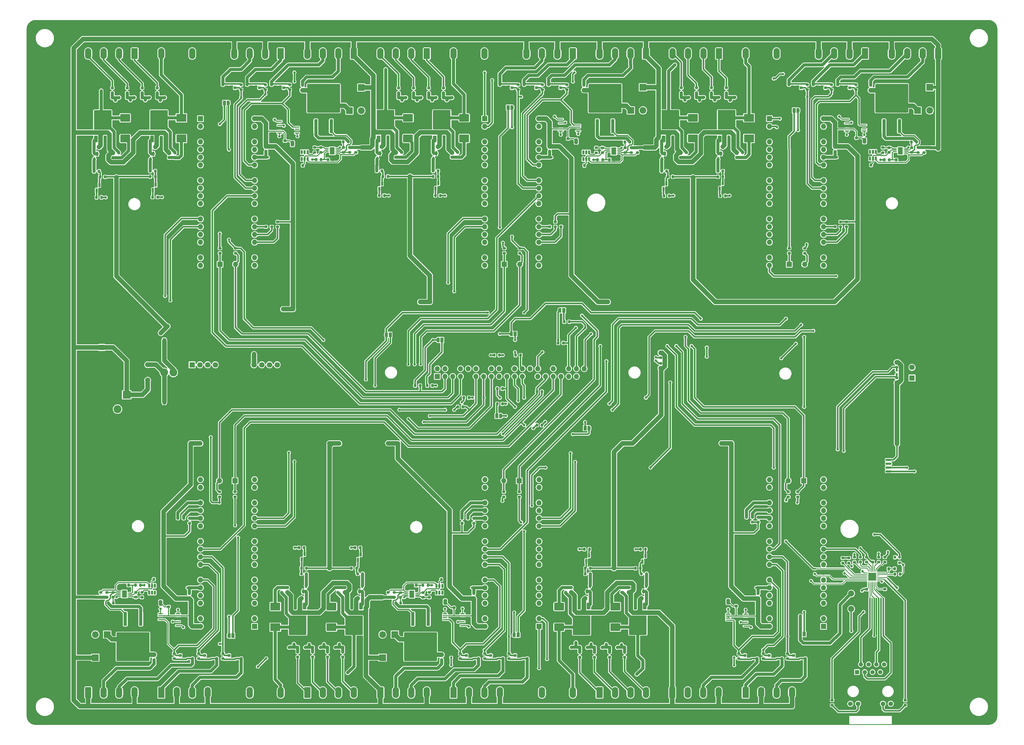
<source format=gbr>
%TF.GenerationSoftware,KiCad,Pcbnew,8.0.1*%
%TF.CreationDate,2024-04-17T10:04:04-05:00*%
%TF.ProjectId,Kristerj,4b726973-7465-4726-9a2e-6b696361645f,rev?*%
%TF.SameCoordinates,Original*%
%TF.FileFunction,Copper,L1,Top*%
%TF.FilePolarity,Positive*%
%FSLAX46Y46*%
G04 Gerber Fmt 4.6, Leading zero omitted, Abs format (unit mm)*
G04 Created by KiCad (PCBNEW 8.0.1) date 2024-04-17 10:04:04*
%MOMM*%
%LPD*%
G01*
G04 APERTURE LIST*
G04 Aperture macros list*
%AMRoundRect*
0 Rectangle with rounded corners*
0 $1 Rounding radius*
0 $2 $3 $4 $5 $6 $7 $8 $9 X,Y pos of 4 corners*
0 Add a 4 corners polygon primitive as box body*
4,1,4,$2,$3,$4,$5,$6,$7,$8,$9,$2,$3,0*
0 Add four circle primitives for the rounded corners*
1,1,$1+$1,$2,$3*
1,1,$1+$1,$4,$5*
1,1,$1+$1,$6,$7*
1,1,$1+$1,$8,$9*
0 Add four rect primitives between the rounded corners*
20,1,$1+$1,$2,$3,$4,$5,0*
20,1,$1+$1,$4,$5,$6,$7,0*
20,1,$1+$1,$6,$7,$8,$9,0*
20,1,$1+$1,$8,$9,$2,$3,0*%
%AMFreePoly0*
4,1,19,0.550000,-0.750000,0.000000,-0.750000,0.000000,-0.744911,-0.071157,-0.744911,-0.207708,-0.704816,-0.327430,-0.627875,-0.420627,-0.520320,-0.479746,-0.390866,-0.500000,-0.250000,-0.500000,0.250000,-0.479746,0.390866,-0.420627,0.520320,-0.327430,0.627875,-0.207708,0.704816,-0.071157,0.744911,0.000000,0.744911,0.000000,0.750000,0.550000,0.750000,0.550000,-0.750000,0.550000,-0.750000,
$1*%
%AMFreePoly1*
4,1,19,0.000000,0.744911,0.071157,0.744911,0.207708,0.704816,0.327430,0.627875,0.420627,0.520320,0.479746,0.390866,0.500000,0.250000,0.500000,-0.250000,0.479746,-0.390866,0.420627,-0.520320,0.327430,-0.627875,0.207708,-0.704816,0.071157,-0.744911,0.000000,-0.744911,0.000000,-0.750000,-0.550000,-0.750000,-0.550000,0.750000,0.000000,0.750000,0.000000,0.744911,0.000000,0.744911,
$1*%
G04 Aperture macros list end*
%TA.AperFunction,SMDPad,CuDef*%
%ADD10RoundRect,0.250000X0.325000X0.650000X-0.325000X0.650000X-0.325000X-0.650000X0.325000X-0.650000X0*%
%TD*%
%TA.AperFunction,SMDPad,CuDef*%
%ADD11RoundRect,0.225000X-0.250000X0.225000X-0.250000X-0.225000X0.250000X-0.225000X0.250000X0.225000X0*%
%TD*%
%TA.AperFunction,SMDPad,CuDef*%
%ADD12RoundRect,0.225000X0.250000X-0.225000X0.250000X0.225000X-0.250000X0.225000X-0.250000X-0.225000X0*%
%TD*%
%TA.AperFunction,SMDPad,CuDef*%
%ADD13R,0.450000X0.600000*%
%TD*%
%TA.AperFunction,SMDPad,CuDef*%
%ADD14R,3.300000X2.500000*%
%TD*%
%TA.AperFunction,SMDPad,CuDef*%
%ADD15RoundRect,0.112500X-0.112500X0.187500X-0.112500X-0.187500X0.112500X-0.187500X0.112500X0.187500X0*%
%TD*%
%TA.AperFunction,SMDPad,CuDef*%
%ADD16RoundRect,0.112500X0.112500X-0.187500X0.112500X0.187500X-0.112500X0.187500X-0.112500X-0.187500X0*%
%TD*%
%TA.AperFunction,ComponentPad*%
%ADD17C,1.710000*%
%TD*%
%TA.AperFunction,ComponentPad*%
%ADD18R,1.700000X1.700000*%
%TD*%
%TA.AperFunction,ComponentPad*%
%ADD19O,1.700000X1.700000*%
%TD*%
%TA.AperFunction,ComponentPad*%
%ADD20C,2.600000*%
%TD*%
%TA.AperFunction,SMDPad,CuDef*%
%ADD21RoundRect,0.250000X-0.300000X2.050000X-0.300000X-2.050000X0.300000X-2.050000X0.300000X2.050000X0*%
%TD*%
%TA.AperFunction,SMDPad,CuDef*%
%ADD22RoundRect,0.250000X-2.375000X2.025000X-2.375000X-2.025000X2.375000X-2.025000X2.375000X2.025000X0*%
%TD*%
%TA.AperFunction,SMDPad,CuDef*%
%ADD23RoundRect,0.250002X-5.149998X4.449998X-5.149998X-4.449998X5.149998X-4.449998X5.149998X4.449998X0*%
%TD*%
%TA.AperFunction,SMDPad,CuDef*%
%ADD24RoundRect,0.250000X0.350000X-0.850000X0.350000X0.850000X-0.350000X0.850000X-0.350000X-0.850000X0*%
%TD*%
%TA.AperFunction,SMDPad,CuDef*%
%ADD25RoundRect,0.250000X1.125000X-1.275000X1.125000X1.275000X-1.125000X1.275000X-1.125000X-1.275000X0*%
%TD*%
%TA.AperFunction,SMDPad,CuDef*%
%ADD26RoundRect,0.249997X2.650003X-2.950003X2.650003X2.950003X-2.650003X2.950003X-2.650003X-2.950003X0*%
%TD*%
%TA.AperFunction,SMDPad,CuDef*%
%ADD27RoundRect,0.250000X0.300000X-2.050000X0.300000X2.050000X-0.300000X2.050000X-0.300000X-2.050000X0*%
%TD*%
%TA.AperFunction,SMDPad,CuDef*%
%ADD28RoundRect,0.250000X2.375000X-2.025000X2.375000X2.025000X-2.375000X2.025000X-2.375000X-2.025000X0*%
%TD*%
%TA.AperFunction,SMDPad,CuDef*%
%ADD29RoundRect,0.250002X5.149998X-4.449998X5.149998X4.449998X-5.149998X4.449998X-5.149998X-4.449998X0*%
%TD*%
%TA.AperFunction,SMDPad,CuDef*%
%ADD30RoundRect,0.200000X0.275000X-0.200000X0.275000X0.200000X-0.275000X0.200000X-0.275000X-0.200000X0*%
%TD*%
%TA.AperFunction,SMDPad,CuDef*%
%ADD31RoundRect,0.200000X-0.275000X0.200000X-0.275000X-0.200000X0.275000X-0.200000X0.275000X0.200000X0*%
%TD*%
%TA.AperFunction,SMDPad,CuDef*%
%ADD32RoundRect,0.200000X0.200000X0.275000X-0.200000X0.275000X-0.200000X-0.275000X0.200000X-0.275000X0*%
%TD*%
%TA.AperFunction,SMDPad,CuDef*%
%ADD33RoundRect,0.200000X-0.200000X-0.275000X0.200000X-0.275000X0.200000X0.275000X-0.200000X0.275000X0*%
%TD*%
%TA.AperFunction,SMDPad,CuDef*%
%ADD34RoundRect,0.062500X0.362500X0.062500X-0.362500X0.062500X-0.362500X-0.062500X0.362500X-0.062500X0*%
%TD*%
%TA.AperFunction,SMDPad,CuDef*%
%ADD35R,1.650000X2.380000*%
%TD*%
%TA.AperFunction,SMDPad,CuDef*%
%ADD36RoundRect,0.062500X-0.362500X-0.062500X0.362500X-0.062500X0.362500X0.062500X-0.362500X0.062500X0*%
%TD*%
%TA.AperFunction,ComponentPad*%
%ADD37C,1.700000*%
%TD*%
%TA.AperFunction,ComponentPad*%
%ADD38R,1.800000X1.800000*%
%TD*%
%TA.AperFunction,ComponentPad*%
%ADD39C,1.800000*%
%TD*%
%TA.AperFunction,ComponentPad*%
%ADD40R,2.200000X2.200000*%
%TD*%
%TA.AperFunction,ComponentPad*%
%ADD41O,2.200000X2.200000*%
%TD*%
%TA.AperFunction,SMDPad,CuDef*%
%ADD42RoundRect,0.225000X-0.225000X-0.250000X0.225000X-0.250000X0.225000X0.250000X-0.225000X0.250000X0*%
%TD*%
%TA.AperFunction,SMDPad,CuDef*%
%ADD43RoundRect,0.225000X0.225000X0.250000X-0.225000X0.250000X-0.225000X-0.250000X0.225000X-0.250000X0*%
%TD*%
%TA.AperFunction,SMDPad,CuDef*%
%ADD44RoundRect,0.150000X-0.150000X0.587500X-0.150000X-0.587500X0.150000X-0.587500X0.150000X0.587500X0*%
%TD*%
%TA.AperFunction,SMDPad,CuDef*%
%ADD45RoundRect,0.150000X-0.150000X0.512500X-0.150000X-0.512500X0.150000X-0.512500X0.150000X0.512500X0*%
%TD*%
%TA.AperFunction,SMDPad,CuDef*%
%ADD46RoundRect,0.150000X0.150000X-0.512500X0.150000X0.512500X-0.150000X0.512500X-0.150000X-0.512500X0*%
%TD*%
%TA.AperFunction,ComponentPad*%
%ADD47R,2.600000X2.600000*%
%TD*%
%TA.AperFunction,SMDPad,CuDef*%
%ADD48RoundRect,0.250000X-1.400000X-1.000000X1.400000X-1.000000X1.400000X1.000000X-1.400000X1.000000X0*%
%TD*%
%TA.AperFunction,SMDPad,CuDef*%
%ADD49RoundRect,0.250000X1.400000X1.000000X-1.400000X1.000000X-1.400000X-1.000000X1.400000X-1.000000X0*%
%TD*%
%TA.AperFunction,SMDPad,CuDef*%
%ADD50RoundRect,0.250000X-0.350000X0.850000X-0.350000X-0.850000X0.350000X-0.850000X0.350000X0.850000X0*%
%TD*%
%TA.AperFunction,SMDPad,CuDef*%
%ADD51RoundRect,0.250000X-1.125000X1.275000X-1.125000X-1.275000X1.125000X-1.275000X1.125000X1.275000X0*%
%TD*%
%TA.AperFunction,SMDPad,CuDef*%
%ADD52RoundRect,0.249997X-2.650003X2.950003X-2.650003X-2.950003X2.650003X-2.950003X2.650003X2.950003X0*%
%TD*%
%TA.AperFunction,SMDPad,CuDef*%
%ADD53RoundRect,0.150000X0.150000X-0.587500X0.150000X0.587500X-0.150000X0.587500X-0.150000X-0.587500X0*%
%TD*%
%TA.AperFunction,SMDPad,CuDef*%
%ADD54RoundRect,0.200000X-0.200000X-0.250000X0.200000X-0.250000X0.200000X0.250000X-0.200000X0.250000X0*%
%TD*%
%TA.AperFunction,ComponentPad*%
%ADD55RoundRect,0.249999X-0.790001X-1.550001X0.790001X-1.550001X0.790001X1.550001X-0.790001X1.550001X0*%
%TD*%
%TA.AperFunction,ComponentPad*%
%ADD56O,2.080000X3.600000*%
%TD*%
%TA.AperFunction,SMDPad,CuDef*%
%ADD57RoundRect,0.062500X0.375000X0.062500X-0.375000X0.062500X-0.375000X-0.062500X0.375000X-0.062500X0*%
%TD*%
%TA.AperFunction,SMDPad,CuDef*%
%ADD58RoundRect,0.062500X0.062500X0.375000X-0.062500X0.375000X-0.062500X-0.375000X0.062500X-0.375000X0*%
%TD*%
%TA.AperFunction,HeatsinkPad*%
%ADD59C,0.500000*%
%TD*%
%TA.AperFunction,HeatsinkPad*%
%ADD60R,2.500000X2.500000*%
%TD*%
%TA.AperFunction,SMDPad,CuDef*%
%ADD61RoundRect,0.100000X-0.637500X-0.100000X0.637500X-0.100000X0.637500X0.100000X-0.637500X0.100000X0*%
%TD*%
%TA.AperFunction,SMDPad,CuDef*%
%ADD62FreePoly0,0.000000*%
%TD*%
%TA.AperFunction,SMDPad,CuDef*%
%ADD63R,1.000000X1.500000*%
%TD*%
%TA.AperFunction,SMDPad,CuDef*%
%ADD64FreePoly1,0.000000*%
%TD*%
%TA.AperFunction,SMDPad,CuDef*%
%ADD65RoundRect,0.250000X-0.325000X-0.650000X0.325000X-0.650000X0.325000X0.650000X-0.325000X0.650000X0*%
%TD*%
%TA.AperFunction,ComponentPad*%
%ADD66RoundRect,0.249999X0.790001X1.550001X-0.790001X1.550001X-0.790001X-1.550001X0.790001X-1.550001X0*%
%TD*%
%TA.AperFunction,SMDPad,CuDef*%
%ADD67FreePoly0,180.000000*%
%TD*%
%TA.AperFunction,SMDPad,CuDef*%
%ADD68FreePoly1,180.000000*%
%TD*%
%TA.AperFunction,SMDPad,CuDef*%
%ADD69RoundRect,0.150000X-0.587500X-0.150000X0.587500X-0.150000X0.587500X0.150000X-0.587500X0.150000X0*%
%TD*%
%TA.AperFunction,ComponentPad*%
%ADD70C,2.000000*%
%TD*%
%TA.AperFunction,SMDPad,CuDef*%
%ADD71RoundRect,0.100000X0.637500X0.100000X-0.637500X0.100000X-0.637500X-0.100000X0.637500X-0.100000X0*%
%TD*%
%TA.AperFunction,ComponentPad*%
%ADD72R,1.408000X1.408000*%
%TD*%
%TA.AperFunction,ComponentPad*%
%ADD73C,1.408000*%
%TD*%
%TA.AperFunction,ComponentPad*%
%ADD74C,1.530000*%
%TD*%
%TA.AperFunction,ComponentPad*%
%ADD75C,2.400000*%
%TD*%
%TA.AperFunction,SMDPad,CuDef*%
%ADD76RoundRect,0.150000X0.587500X0.150000X-0.587500X0.150000X-0.587500X-0.150000X0.587500X-0.150000X0*%
%TD*%
%TA.AperFunction,SMDPad,CuDef*%
%ADD77RoundRect,0.150000X-0.825000X-0.150000X0.825000X-0.150000X0.825000X0.150000X-0.825000X0.150000X0*%
%TD*%
%TA.AperFunction,ViaPad*%
%ADD78C,0.800000*%
%TD*%
%TA.AperFunction,Conductor*%
%ADD79C,0.500000*%
%TD*%
%TA.AperFunction,Conductor*%
%ADD80C,1.000000*%
%TD*%
%TA.AperFunction,Conductor*%
%ADD81C,0.300000*%
%TD*%
%TA.AperFunction,Conductor*%
%ADD82C,0.250000*%
%TD*%
%TA.AperFunction,Conductor*%
%ADD83C,1.500000*%
%TD*%
%TA.AperFunction,Conductor*%
%ADD84C,0.400000*%
%TD*%
G04 APERTURE END LIST*
D10*
%TO.P,C3,1*%
%TO.N,GND*%
X184700000Y-193215000D03*
%TO.P,C3,2*%
%TO.N,Net-(C3-Pad2)*%
X181750000Y-193215000D03*
%TD*%
D11*
%TO.P,C9,1*%
%TO.N,+24V*%
X246675000Y-125705000D03*
%TO.P,C9,2*%
%TO.N,GND*%
X246675000Y-127255000D03*
%TD*%
%TO.P,C10,1*%
%TO.N,Net-(D15-K)*%
X222230000Y-270475000D03*
%TO.P,C10,2*%
%TO.N,+24V*%
X222230000Y-272025000D03*
%TD*%
D12*
%TO.P,C11,1*%
%TO.N,Net-(C11-Pad1)*%
X172360000Y-273620000D03*
%TO.P,C11,2*%
%TO.N,Net-(Q5A-S)*%
X172360000Y-272070000D03*
%TD*%
D11*
%TO.P,C16,1*%
%TO.N,Net-(D21-K)*%
X241090000Y-270475000D03*
%TO.P,C16,2*%
%TO.N,+24V*%
X241090000Y-272025000D03*
%TD*%
%TO.P,C35,1*%
%TO.N,Net-(C35-Pad1)*%
X419900000Y-125755000D03*
%TO.P,C35,2*%
%TO.N,Net-(Q30A-S)*%
X419900000Y-127305000D03*
%TD*%
D12*
%TO.P,C36,1*%
%TO.N,Net-(D59-K)*%
X369850000Y-128935000D03*
%TO.P,C36,2*%
%TO.N,+24V*%
X369850000Y-127385000D03*
%TD*%
D13*
%TO.P,D1,1,K*%
%TO.N,Pi4_D-IN1*%
X237950000Y-290200000D03*
%TO.P,D1,2,A*%
%TO.N,GND*%
X237950000Y-288100000D03*
%TD*%
%TO.P,D3,1,K*%
%TO.N,Pi4_D-IN2*%
X232980000Y-290200000D03*
%TO.P,D3,2,A*%
%TO.N,GND*%
X232980000Y-288100000D03*
%TD*%
%TO.P,D5,1,K*%
%TO.N,Net-(D5-K)*%
X203000000Y-104775000D03*
%TO.P,D5,2,A*%
%TO.N,GND*%
X203000000Y-106875000D03*
%TD*%
%TO.P,D7,1,K*%
%TO.N,Pi4_D-IN3*%
X228060000Y-290200000D03*
%TO.P,D7,2,A*%
%TO.N,GND*%
X228060000Y-288100000D03*
%TD*%
%TO.P,D9,1,K*%
%TO.N,Net-(D9-K)*%
X211000000Y-104775000D03*
%TO.P,D9,2,A*%
%TO.N,GND*%
X211000000Y-106875000D03*
%TD*%
%TO.P,D11,1,K*%
%TO.N,Net-(D11-K)*%
X219000000Y-104775000D03*
%TO.P,D11,2,A*%
%TO.N,GND*%
X219000000Y-106875000D03*
%TD*%
%TO.P,D13,1,K*%
%TO.N,Pi4_D-IN4*%
X222785000Y-290200000D03*
%TO.P,D13,2,A*%
%TO.N,GND*%
X222785000Y-288100000D03*
%TD*%
D14*
%TO.P,D15,1,K*%
%TO.N,Net-(D15-K)*%
X218210000Y-276705000D03*
%TO.P,D15,2,A*%
%TO.N,Pi4_DO1*%
X218210000Y-283505000D03*
%TD*%
D15*
%TO.P,D25,1,K*%
%TO.N,Pi2_D-IN2*%
X266115000Y-109235000D03*
%TO.P,D25,2,A*%
%TO.N,GND*%
X266115000Y-111335000D03*
%TD*%
%TO.P,D29,1,K*%
%TO.N,Pi2_D-IN3*%
X271030000Y-109235000D03*
%TO.P,D29,2,A*%
%TO.N,GND*%
X271030000Y-111335000D03*
%TD*%
%TO.P,D31,1,K*%
%TO.N,Net-(D31-K)*%
X302000000Y-104775000D03*
%TO.P,D31,2,A*%
%TO.N,GND*%
X302000000Y-106875000D03*
%TD*%
D16*
%TO.P,D32,1,K*%
%TO.N,Net-(D32-K)*%
X291000000Y-294050000D03*
%TO.P,D32,2,A*%
%TO.N,GND*%
X291000000Y-291950000D03*
%TD*%
D13*
%TO.P,D49,1,K*%
%TO.N,Net-(D49-K)*%
X389000000Y-104775000D03*
%TO.P,D49,2,A*%
%TO.N,GND*%
X389000000Y-106875000D03*
%TD*%
%TO.P,D51,1,K*%
%TO.N,Pi3_D-IN3*%
X363945000Y-109165000D03*
%TO.P,D51,2,A*%
%TO.N,GND*%
X363945000Y-111265000D03*
%TD*%
%TO.P,D54,1,K*%
%TO.N,Net-(D54-K)*%
X382665000Y-294050000D03*
%TO.P,D54,2,A*%
%TO.N,GND*%
X382665000Y-291950000D03*
%TD*%
%TO.P,D55,1,K*%
%TO.N,Net-(D55-K)*%
X405000000Y-104775000D03*
%TO.P,D55,2,A*%
%TO.N,GND*%
X405000000Y-106875000D03*
%TD*%
D14*
%TO.P,D59,1,K*%
%TO.N,Net-(D59-K)*%
X373870000Y-122705000D03*
%TO.P,D59,2,A*%
%TO.N,Pi3_DO1*%
X373870000Y-115905000D03*
%TD*%
D17*
%TO.P,F1,1*%
%TO.N,+24V*%
X176300000Y-202235000D03*
%TO.P,F1,2*%
%TO.N,Net-(C1-Pad2)*%
X176300000Y-197135000D03*
%TD*%
D18*
%TO.P,J5,1,Pin_1*%
%TO.N,Pi4_SWCLK*%
X204940000Y-235305000D03*
D19*
%TO.P,J5,2,Pin_2*%
%TO.N,GND*%
X202400000Y-235305000D03*
%TO.P,J5,3,Pin_3*%
%TO.N,Pi4_SWDIO*%
X199860000Y-235305000D03*
%TD*%
D18*
%TO.P,J19,1,Pin_1*%
%TO.N,Pi3_SWCLK*%
X387060000Y-164095000D03*
D19*
%TO.P,J19,2,Pin_2*%
%TO.N,GND*%
X389600000Y-164095000D03*
%TO.P,J19,3,Pin_3*%
%TO.N,Pi3_SWDIO*%
X392140000Y-164095000D03*
%TD*%
D18*
%TO.P,J20,1,Pin_1*%
%TO.N,Pi6_SWCLK*%
X391865000Y-235315000D03*
D19*
%TO.P,J20,2,Pin_2*%
%TO.N,GND*%
X389325000Y-235315000D03*
%TO.P,J20,3,Pin_3*%
%TO.N,Pi6_SWDIO*%
X386785000Y-235315000D03*
%TD*%
D20*
%TO.P,L1,1,1*%
%TO.N,Net-(C1-Pad2)*%
X181725000Y-199700000D03*
%TO.P,L1,2,2*%
%TO.N,Net-(C3-Pad2)*%
X184725000Y-199700000D03*
%TD*%
D21*
%TO.P,Q11,1,G*%
%TO.N,Net-(Q11-G)*%
X174010000Y-280770000D03*
D22*
%TO.P,Q11,2,D*%
%TO.N,Net-(D17-A)*%
X174245000Y-287495000D03*
X168695000Y-287495000D03*
D23*
X171470000Y-289920000D03*
D22*
X174245000Y-292345000D03*
X168695000Y-292345000D03*
D21*
%TO.P,Q11,3,S*%
%TO.N,Net-(Q11-S)*%
X168930000Y-280770000D03*
%TD*%
D24*
%TO.P,Q33,1,G*%
%TO.N,Net-(Q31-D)*%
X345745000Y-122855000D03*
D25*
%TO.P,Q33,2,D*%
%TO.N,Pi3_DO3*%
X346500000Y-118230000D03*
X349550000Y-118230000D03*
D26*
X348025000Y-116555000D03*
D25*
X346500000Y-114880000D03*
X349550000Y-114880000D03*
D24*
%TO.P,Q33,3,S*%
%TO.N,+24V*%
X350305000Y-122855000D03*
%TD*%
D27*
%TO.P,Q36,1,G*%
%TO.N,Net-(Q36-G)*%
X418225000Y-118640000D03*
D28*
%TO.P,Q36,2,D*%
%TO.N,Net-(D63-A)*%
X417990000Y-111915000D03*
X423540000Y-111915000D03*
D29*
X420765000Y-109490000D03*
D28*
X417990000Y-107065000D03*
X423540000Y-107065000D03*
D27*
%TO.P,Q36,3,S*%
%TO.N,Net-(Q36-S)*%
X423305000Y-118640000D03*
%TD*%
D30*
%TO.P,R1,1*%
%TO.N,Pi4_DI_1*%
X240360000Y-293335000D03*
%TO.P,R1,2*%
%TO.N,Pi4_D-IN1*%
X240360000Y-291685000D03*
%TD*%
%TO.P,R2,1*%
%TO.N,Pi4_D-IN1*%
X240360000Y-290095000D03*
%TO.P,R2,2*%
%TO.N,GND*%
X240360000Y-288445000D03*
%TD*%
D31*
%TO.P,R4,1*%
%TO.N,Pi1_D-IN1*%
X164675000Y-109320000D03*
%TO.P,R4,2*%
%TO.N,GND*%
X164675000Y-110970000D03*
%TD*%
%TO.P,R5,1*%
%TO.N,Pi1_SDA-1*%
X422385000Y-201400000D03*
%TO.P,R5,2*%
%TO.N,+5V*%
X422385000Y-203050000D03*
%TD*%
D30*
%TO.P,R6,1*%
%TO.N,Pi1_SCL-1*%
X422385000Y-198005000D03*
%TO.P,R6,2*%
%TO.N,+5V*%
X422385000Y-196355000D03*
%TD*%
D31*
%TO.P,R9,1*%
%TO.N,Pi1_DI_2*%
X169550000Y-106075000D03*
%TO.P,R9,2*%
%TO.N,Pi1_D-IN2*%
X169550000Y-107725000D03*
%TD*%
D30*
%TO.P,R11,1*%
%TO.N,GND*%
X186220000Y-249300000D03*
%TO.P,R11,2*%
%TO.N,Net-(U1-GP18)*%
X186220000Y-247650000D03*
%TD*%
D31*
%TO.P,R13,1*%
%TO.N,GND*%
X207000000Y-292175000D03*
%TO.P,R13,2*%
%TO.N,Net-(D6-K)*%
X207000000Y-293825000D03*
%TD*%
D30*
%TO.P,R14,1*%
%TO.N,Pi4_DI_3*%
X230470000Y-293335000D03*
%TO.P,R14,2*%
%TO.N,Pi4_D-IN3*%
X230470000Y-291685000D03*
%TD*%
D31*
%TO.P,R22,1*%
%TO.N,GND*%
X217045000Y-150115000D03*
%TO.P,R22,2*%
%TO.N,Net-(U2-GP19)*%
X217045000Y-151765000D03*
%TD*%
%TO.P,R23,1*%
%TO.N,GND*%
X199000000Y-292175000D03*
%TO.P,R23,2*%
%TO.N,Net-(D10-K)*%
X199000000Y-293825000D03*
%TD*%
D30*
%TO.P,R24,1*%
%TO.N,+5V*%
X189980000Y-274075000D03*
%TO.P,R24,2*%
%TO.N,ADC_REF4*%
X189980000Y-272425000D03*
%TD*%
%TO.P,R25,1*%
%TO.N,Net-(U2-GP18)*%
X218985000Y-151765000D03*
%TO.P,R25,2*%
%TO.N,+5V*%
X218985000Y-150115000D03*
%TD*%
D31*
%TO.P,R26,1*%
%TO.N,+5V*%
X215165000Y-125325000D03*
%TO.P,R26,2*%
%TO.N,ADC_REF1*%
X215165000Y-126975000D03*
%TD*%
D30*
%TO.P,R27,1*%
%TO.N,GND*%
X217000000Y-106650000D03*
%TO.P,R27,2*%
%TO.N,Net-(D11-K)*%
X217000000Y-105000000D03*
%TD*%
D31*
%TO.P,R28,1*%
%TO.N,GND*%
X191000000Y-292175000D03*
%TO.P,R28,2*%
%TO.N,Net-(D12-K)*%
X191000000Y-293825000D03*
%TD*%
D30*
%TO.P,R29,1*%
%TO.N,Pi4_DI_4*%
X225595000Y-293335000D03*
%TO.P,R29,2*%
%TO.N,Pi4_D-IN4*%
X225595000Y-291685000D03*
%TD*%
%TO.P,R30,1*%
%TO.N,Pi4_D-IN4*%
X225595000Y-290095000D03*
%TO.P,R30,2*%
%TO.N,GND*%
X225595000Y-288445000D03*
%TD*%
D32*
%TO.P,R47,1*%
%TO.N,Net-(Q1-D)*%
X228435000Y-274000000D03*
%TO.P,R47,2*%
%TO.N,+24V*%
X226785000Y-274000000D03*
%TD*%
D31*
%TO.P,R52,1*%
%TO.N,Net-(Q5A-G)*%
X174385000Y-272020000D03*
%TO.P,R52,2*%
%TO.N,Net-(C11-Pad1)*%
X174385000Y-273670000D03*
%TD*%
D30*
%TO.P,R53,1*%
%TO.N,Net-(Q6A-G)*%
X231170000Y-127305000D03*
%TO.P,R53,2*%
%TO.N,Net-(C12-Pad1)*%
X231170000Y-125655000D03*
%TD*%
D32*
%TO.P,R58,1*%
%TO.N,GND*%
X228910000Y-131570000D03*
%TO.P,R58,2*%
%TO.N,Net-(Q6A-S)*%
X227260000Y-131570000D03*
%TD*%
D30*
%TO.P,R61,1*%
%TO.N,Net-(Q12-S)*%
X242680000Y-127305000D03*
%TO.P,R61,2*%
%TO.N,+24V*%
X242680000Y-125655000D03*
%TD*%
D32*
%TO.P,R62,1*%
%TO.N,Pi1_D-OUT3*%
X161115000Y-142085000D03*
%TO.P,R62,2*%
%TO.N,Net-(Q40-B)*%
X159465000Y-142085000D03*
%TD*%
D33*
%TO.P,R65,1*%
%TO.N,GND*%
X245270000Y-267735000D03*
%TO.P,R65,2*%
%TO.N,Net-(Q7-G)*%
X246920000Y-267735000D03*
%TD*%
D31*
%TO.P,R87,1*%
%TO.N,GND*%
X301000000Y-292175000D03*
%TO.P,R87,2*%
%TO.N,Net-(D28-K)*%
X301000000Y-293825000D03*
%TD*%
%TO.P,R89,1*%
%TO.N,Pi2_DI_3*%
X268625000Y-106095000D03*
%TO.P,R89,2*%
%TO.N,Pi2_D-IN3*%
X268625000Y-107745000D03*
%TD*%
%TO.P,R90,1*%
%TO.N,Pi2_D-IN3*%
X268625000Y-109340000D03*
%TO.P,R90,2*%
%TO.N,GND*%
X268625000Y-110990000D03*
%TD*%
D30*
%TO.P,R93,1*%
%TO.N,Pi5_D-IN3*%
X323130000Y-290090000D03*
%TO.P,R93,2*%
%TO.N,GND*%
X323130000Y-288440000D03*
%TD*%
D31*
%TO.P,R95,1*%
%TO.N,Net-(U10-GP20)*%
X283445000Y-247645000D03*
%TO.P,R95,2*%
%TO.N,+5V*%
X283445000Y-249295000D03*
%TD*%
D30*
%TO.P,R96,1*%
%TO.N,GND*%
X300000000Y-106650000D03*
%TO.P,R96,2*%
%TO.N,Net-(D31-K)*%
X300000000Y-105000000D03*
%TD*%
D31*
%TO.P,R97,1*%
%TO.N,GND*%
X293000000Y-292175000D03*
%TO.P,R97,2*%
%TO.N,Net-(D32-K)*%
X293000000Y-293825000D03*
%TD*%
%TO.P,R99,1*%
%TO.N,+5V*%
X308347500Y-125325000D03*
%TO.P,R99,2*%
%TO.N,ADC_REF2*%
X308347500Y-126975000D03*
%TD*%
D30*
%TO.P,R101,1*%
%TO.N,GND*%
X308000000Y-106650000D03*
%TO.P,R101,2*%
%TO.N,Net-(D33-K)*%
X308000000Y-105000000D03*
%TD*%
D31*
%TO.P,R104,1*%
%TO.N,Pi2_D-IN4*%
X273495000Y-109340000D03*
%TO.P,R104,2*%
%TO.N,GND*%
X273495000Y-110990000D03*
%TD*%
D30*
%TO.P,R105,1*%
%TO.N,Pi5_DI_4*%
X318260000Y-293395000D03*
%TO.P,R105,2*%
%TO.N,Pi5_D-IN4*%
X318260000Y-291745000D03*
%TD*%
%TO.P,R106,1*%
%TO.N,Pi5_D-IN4*%
X318260000Y-290090000D03*
%TO.P,R106,2*%
%TO.N,GND*%
X318260000Y-288440000D03*
%TD*%
%TO.P,R107,1*%
%TO.N,Pi2_SWDIO*%
X298555000Y-160470000D03*
%TO.P,R107,2*%
%TO.N,3.3V_2*%
X298555000Y-158820000D03*
%TD*%
D31*
%TO.P,R108,1*%
%TO.N,Net-(JP2-C)*%
X293485000Y-158820000D03*
%TO.P,R108,2*%
%TO.N,Pi2_SWCLK*%
X293485000Y-160470000D03*
%TD*%
%TO.P,R109,1*%
%TO.N,Pi5_SWDIO*%
X293305000Y-238965000D03*
%TO.P,R109,2*%
%TO.N,3.3V_5*%
X293305000Y-240615000D03*
%TD*%
D33*
%TO.P,R111,1*%
%TO.N,Pi5_D-OUT1*%
X319795000Y-257855000D03*
%TO.P,R111,2*%
%TO.N,Net-(Q45-B)*%
X321445000Y-257855000D03*
%TD*%
%TO.P,R112,1*%
%TO.N,Net-(U13A-+)*%
X266740000Y-269715000D03*
%TO.P,R112,2*%
%TO.N,Pi1_O_5*%
X268390000Y-269715000D03*
%TD*%
%TO.P,R115,1*%
%TO.N,Net-(Q45-C)*%
X320060000Y-264110000D03*
%TO.P,R115,2*%
%TO.N,+5V*%
X321710000Y-264110000D03*
%TD*%
D32*
%TO.P,R116,1*%
%TO.N,Net-(Q13-G)*%
X321710000Y-265925000D03*
%TO.P,R116,2*%
%TO.N,Net-(Q45-C)*%
X320060000Y-265925000D03*
%TD*%
D30*
%TO.P,R132,1*%
%TO.N,Net-(Q24-S)*%
X335190000Y-127380000D03*
%TO.P,R132,2*%
%TO.N,+24V*%
X335190000Y-125730000D03*
%TD*%
D33*
%TO.P,R133,1*%
%TO.N,Pi5_D-OUT3*%
X338235000Y-257855000D03*
%TO.P,R133,2*%
%TO.N,Net-(Q46-B)*%
X339885000Y-257855000D03*
%TD*%
D32*
%TO.P,R134,1*%
%TO.N,Pi2_D-OUT3*%
X254045000Y-141460000D03*
%TO.P,R134,2*%
%TO.N,Net-(Q42-B)*%
X252395000Y-141460000D03*
%TD*%
%TO.P,R135,1*%
%TO.N,Net-(Q46-C)*%
X338185000Y-264110000D03*
%TO.P,R135,2*%
%TO.N,+5V*%
X336535000Y-264110000D03*
%TD*%
%TO.P,R136,1*%
%TO.N,Net-(Q19-G)*%
X340185000Y-265925000D03*
%TO.P,R136,2*%
%TO.N,Net-(Q46-C)*%
X338535000Y-265925000D03*
%TD*%
D33*
%TO.P,R137,1*%
%TO.N,GND*%
X338535000Y-267735000D03*
%TO.P,R137,2*%
%TO.N,Net-(Q19-G)*%
X340185000Y-267735000D03*
%TD*%
%TO.P,R138,1*%
%TO.N,Net-(Q42-C)*%
X253590000Y-135210000D03*
%TO.P,R138,2*%
%TO.N,+5V*%
X255240000Y-135210000D03*
%TD*%
%TO.P,R139,1*%
%TO.N,Net-(Q20-G)*%
X251580000Y-133400000D03*
%TO.P,R139,2*%
%TO.N,Net-(Q42-C)*%
X253230000Y-133400000D03*
%TD*%
%TO.P,R140,1*%
%TO.N,Net-(Q23-G)*%
X257800000Y-275510000D03*
%TO.P,R140,2*%
%TO.N,Net-(C26-Pad2)*%
X259450000Y-275510000D03*
%TD*%
D32*
%TO.P,R141,1*%
%TO.N,Net-(Q24-G)*%
X334720000Y-123880000D03*
%TO.P,R141,2*%
%TO.N,Net-(C27-Pad2)*%
X333070000Y-123880000D03*
%TD*%
%TO.P,R142,1*%
%TO.N,GND*%
X253240000Y-131570000D03*
%TO.P,R142,2*%
%TO.N,Net-(Q20-G)*%
X251590000Y-131570000D03*
%TD*%
%TO.P,R143,1*%
%TO.N,Net-(Q19-D)*%
X340185000Y-274000000D03*
%TO.P,R143,2*%
%TO.N,+24V*%
X338535000Y-274000000D03*
%TD*%
D33*
%TO.P,R144,1*%
%TO.N,Net-(Q20-D)*%
X251590000Y-125435000D03*
%TO.P,R144,2*%
%TO.N,+24V*%
X253240000Y-125435000D03*
%TD*%
D31*
%TO.P,R145,1*%
%TO.N,Net-(D39-A)*%
X272890000Y-292565000D03*
%TO.P,R145,2*%
%TO.N,Pi1_4-20_OUT-5-*%
X272890000Y-294215000D03*
%TD*%
D30*
%TO.P,R146,1*%
%TO.N,Net-(D41-A)*%
X319635000Y-106650000D03*
%TO.P,R146,2*%
%TO.N,Pi1_4-20_OUT-2-*%
X319635000Y-105000000D03*
%TD*%
%TO.P,R147,1*%
%TO.N,Pi5_DO3*%
X332060000Y-272075000D03*
%TO.P,R147,2*%
%TO.N,Net-(D43-K)*%
X332060000Y-270425000D03*
%TD*%
D31*
%TO.P,R148,1*%
%TO.N,Pi2_DO3*%
X259720000Y-127270000D03*
%TO.P,R148,2*%
%TO.N,Net-(D44-K)*%
X259720000Y-128920000D03*
%TD*%
%TO.P,R153,1*%
%TO.N,Pi3_DI_2*%
X356615000Y-106045000D03*
%TO.P,R153,2*%
%TO.N,Pi3_D-IN2*%
X356615000Y-107695000D03*
%TD*%
%TO.P,R154,1*%
%TO.N,Pi3_D-IN2*%
X356620000Y-109270000D03*
%TO.P,R154,2*%
%TO.N,GND*%
X356620000Y-110920000D03*
%TD*%
%TO.P,R157,1*%
%TO.N,GND*%
X402130000Y-150115000D03*
%TO.P,R157,2*%
%TO.N,Net-(U17-GP20)*%
X402130000Y-151765000D03*
%TD*%
D30*
%TO.P,R158,1*%
%TO.N,GND*%
X373055000Y-248990000D03*
%TO.P,R158,2*%
%TO.N,Net-(U18-GP18)*%
X373055000Y-247340000D03*
%TD*%
%TO.P,R159,1*%
%TO.N,GND*%
X387000000Y-106650000D03*
%TO.P,R159,2*%
%TO.N,Net-(D49-K)*%
X387000000Y-105000000D03*
%TD*%
D31*
%TO.P,R169,1*%
%TO.N,Net-(U18-GP19)*%
X374955000Y-247330000D03*
%TO.P,R169,2*%
%TO.N,+5V*%
X374955000Y-248980000D03*
%TD*%
%TO.P,R170,1*%
%TO.N,GND*%
X384710000Y-292175000D03*
%TO.P,R170,2*%
%TO.N,Net-(D54-K)*%
X384710000Y-293825000D03*
%TD*%
%TO.P,R171,1*%
%TO.N,+5V*%
X402140000Y-125335000D03*
%TO.P,R171,2*%
%TO.N,ADC_REF3*%
X402140000Y-126985000D03*
%TD*%
D30*
%TO.P,R172,1*%
%TO.N,+5V*%
X376867500Y-274070000D03*
%TO.P,R172,2*%
%TO.N,ADC_REF6*%
X376867500Y-272420000D03*
%TD*%
D31*
%TO.P,R175,1*%
%TO.N,Pi3_DI_4*%
X366405000Y-106045000D03*
%TO.P,R175,2*%
%TO.N,Pi3_D-IN4*%
X366405000Y-107695000D03*
%TD*%
%TO.P,R176,1*%
%TO.N,Pi3_D-IN4*%
X366405000Y-109270000D03*
%TO.P,R176,2*%
%TO.N,GND*%
X366405000Y-110920000D03*
%TD*%
D30*
%TO.P,R179,1*%
%TO.N,Pi3_SWDIO*%
X392145000Y-160470000D03*
%TO.P,R179,2*%
%TO.N,3.3V_3*%
X392145000Y-158820000D03*
%TD*%
D31*
%TO.P,R180,1*%
%TO.N,Net-(JP3-C)*%
X387075000Y-158820000D03*
%TO.P,R180,2*%
%TO.N,Pi3_SWCLK*%
X387075000Y-160470000D03*
%TD*%
%TO.P,R181,1*%
%TO.N,Pi6_SWDIO*%
X386790000Y-238965000D03*
%TO.P,R181,2*%
%TO.N,3.3V_6*%
X386790000Y-240615000D03*
%TD*%
D30*
%TO.P,R182,1*%
%TO.N,Net-(JP6-C)*%
X389865000Y-240615000D03*
%TO.P,R182,2*%
%TO.N,Pi6_SWCLK*%
X389865000Y-238965000D03*
%TD*%
D32*
%TO.P,R183,1*%
%TO.N,Pi3_D-OUT1*%
X366060000Y-141555000D03*
%TO.P,R183,2*%
%TO.N,Net-(Q43-B)*%
X364410000Y-141555000D03*
%TD*%
%TO.P,R185,1*%
%TO.N,Net-(U22A-+)*%
X419970000Y-129740000D03*
%TO.P,R185,2*%
%TO.N,Pi1_O_3*%
X418320000Y-129740000D03*
%TD*%
%TO.P,R187,1*%
%TO.N,Net-(Q43-C)*%
X365295000Y-135300000D03*
%TO.P,R187,2*%
%TO.N,+5V*%
X363645000Y-135300000D03*
%TD*%
D33*
%TO.P,R188,1*%
%TO.N,Net-(Q25-G)*%
X363645000Y-133485000D03*
%TO.P,R188,2*%
%TO.N,Net-(Q43-C)*%
X365295000Y-133485000D03*
%TD*%
D32*
%TO.P,R189,1*%
%TO.N,GND*%
X365295000Y-131675000D03*
%TO.P,R189,2*%
%TO.N,Net-(Q25-G)*%
X363645000Y-131675000D03*
%TD*%
D33*
%TO.P,R193,1*%
%TO.N,Net-(Q25-D)*%
X363645000Y-125410000D03*
%TO.P,R193,2*%
%TO.N,+24V*%
X365295000Y-125410000D03*
%TD*%
D31*
%TO.P,R195,1*%
%TO.N,Pi3_DO1*%
X371735000Y-127335000D03*
%TO.P,R195,2*%
%TO.N,Net-(D59-K)*%
X371735000Y-128985000D03*
%TD*%
D30*
%TO.P,R198,1*%
%TO.N,Net-(Q30A-G)*%
X417870000Y-127355000D03*
%TO.P,R198,2*%
%TO.N,Net-(C35-Pad1)*%
X417870000Y-125705000D03*
%TD*%
D34*
%TO.P,U5,1*%
%TO.N,Net-(C11-Pad1)*%
X170085000Y-273325000D03*
%TO.P,U5,2,-*%
%TO.N,Net-(Q5A-S)*%
X170085000Y-272825000D03*
%TO.P,U5,3,+*%
%TO.N,Net-(U5A-+)*%
X170085000Y-272325000D03*
%TO.P,U5,4,V-*%
%TO.N,GND*%
X170085000Y-271825000D03*
%TO.P,U5,5,+*%
%TO.N,Net-(Q5A-D)*%
X167185000Y-271825000D03*
%TO.P,U5,6,-*%
%TO.N,Net-(Q11-S)*%
X167185000Y-272325000D03*
%TO.P,U5,7*%
%TO.N,Net-(C14-Pad2)*%
X167185000Y-272825000D03*
%TO.P,U5,8,V+*%
%TO.N,+24V*%
X167185000Y-273325000D03*
D35*
%TO.P,U5,9*%
%TO.N,N/C*%
X168635000Y-272575000D03*
%TD*%
D34*
%TO.P,U13,1*%
%TO.N,Net-(C22-Pad1)*%
X264540000Y-273360000D03*
%TO.P,U13,2,-*%
%TO.N,Net-(Q17A-S)*%
X264540000Y-272860000D03*
%TO.P,U13,3,+*%
%TO.N,Net-(U13A-+)*%
X264540000Y-272360000D03*
%TO.P,U13,4,V-*%
%TO.N,GND*%
X264540000Y-271860000D03*
%TO.P,U13,5,+*%
%TO.N,Net-(Q17A-D)*%
X261640000Y-271860000D03*
%TO.P,U13,6,-*%
%TO.N,Net-(Q23-S)*%
X261640000Y-272360000D03*
%TO.P,U13,7*%
%TO.N,Net-(C26-Pad2)*%
X261640000Y-272860000D03*
%TO.P,U13,8,V+*%
%TO.N,+24V*%
X261640000Y-273360000D03*
D35*
%TO.P,U13,9*%
%TO.N,N/C*%
X263090000Y-272610000D03*
%TD*%
D36*
%TO.P,U14,1*%
%TO.N,Net-(C23-Pad1)*%
X327980000Y-126075000D03*
%TO.P,U14,2,-*%
%TO.N,Net-(Q18A-S)*%
X327980000Y-126575000D03*
%TO.P,U14,3,+*%
%TO.N,Net-(U14A-+)*%
X327980000Y-127075000D03*
%TO.P,U14,4,V-*%
%TO.N,GND*%
X327980000Y-127575000D03*
%TO.P,U14,5,+*%
%TO.N,Net-(Q18A-D)*%
X330880000Y-127575000D03*
%TO.P,U14,6,-*%
%TO.N,Net-(Q24-S)*%
X330880000Y-127075000D03*
%TO.P,U14,7*%
%TO.N,Net-(C27-Pad2)*%
X330880000Y-126575000D03*
%TO.P,U14,8,V+*%
%TO.N,+24V*%
X330880000Y-126075000D03*
D35*
%TO.P,U14,9*%
%TO.N,N/C*%
X329430000Y-126825000D03*
%TD*%
D18*
%TO.P,U17,1,GP0*%
%TO.N,SDA-0*%
X380585000Y-116205000D03*
D19*
%TO.P,U17,2,GP1*%
%TO.N,SCL-0*%
X380585000Y-118745000D03*
%TO.P,U17,3,GND*%
%TO.N,GND*%
X380585000Y-121285000D03*
%TO.P,U17,4,GP2*%
%TO.N,Pi3_D-IN1*%
X380585000Y-123825000D03*
%TO.P,U17,5,GP3*%
%TO.N,Pi3_D-IN2*%
X380585000Y-126365000D03*
%TO.P,U17,6,GP4*%
%TO.N,Pi3_D-IN3*%
X380585000Y-128905000D03*
%TO.P,U17,7,GP5*%
%TO.N,Pi3_D-IN4*%
X380585000Y-131445000D03*
%TO.P,U17,8,GND*%
%TO.N,GND*%
X380585000Y-133985000D03*
%TO.P,U17,9,GP6*%
%TO.N,Pi3_D-OUT1*%
X380585000Y-136525000D03*
%TO.P,U17,10,GP7*%
%TO.N,unconnected-(U17-GP7-Pad10)*%
X380585000Y-139065000D03*
%TO.P,U17,11,GP8*%
%TO.N,Pi3_D-OUT3*%
X380585000Y-141605000D03*
%TO.P,U17,12,GP9*%
%TO.N,unconnected-(U17-GP9-Pad12)*%
X380585000Y-144145000D03*
%TO.P,U17,13,GND*%
%TO.N,GND*%
X380585000Y-146685000D03*
%TO.P,U17,14,GP10*%
%TO.N,Pi1_SDA-1*%
X380585000Y-149225000D03*
%TO.P,U17,15,GP11*%
%TO.N,Pi1_SCL-1*%
X380585000Y-151765000D03*
%TO.P,U17,16,GP12*%
%TO.N,unconnected-(U17-GP12-Pad16)*%
X380585000Y-154305000D03*
%TO.P,U17,17,GP13*%
%TO.N,unconnected-(U17-GP13-Pad17)*%
X380585000Y-156845000D03*
%TO.P,U17,18,GND*%
%TO.N,GND*%
X380585000Y-159385000D03*
%TO.P,U17,19,GP14*%
%TO.N,unconnected-(U17-GP14-Pad19)*%
X380585000Y-161925000D03*
%TO.P,U17,20,GP15*%
%TO.N,Pi1_O_3*%
X380585000Y-164465000D03*
%TO.P,U17,21,GP16*%
%TO.N,unconnected-(U17-GP16-Pad21)*%
X398365000Y-164465000D03*
%TO.P,U17,22,GP17*%
%TO.N,unconnected-(U17-GP17-Pad22)*%
X398365000Y-161925000D03*
%TO.P,U17,23,GND*%
%TO.N,GND*%
X398365000Y-159385000D03*
%TO.P,U17,24,GP18*%
%TO.N,Net-(U17-GP18)*%
X398365000Y-156845000D03*
%TO.P,U17,25,GP19*%
%TO.N,Net-(U17-GP19)*%
X398365000Y-154305000D03*
%TO.P,U17,26,GP20*%
%TO.N,Net-(U17-GP20)*%
X398365000Y-151765000D03*
%TO.P,U17,27,GP21*%
%TO.N,unconnected-(U17-GP21-Pad27)*%
X398365000Y-149225000D03*
%TO.P,U17,28,GND*%
%TO.N,GND*%
X398365000Y-146685000D03*
%TO.P,U17,29,GP22*%
%TO.N,unconnected-(U17-GP22-Pad29)*%
X398365000Y-144145000D03*
%TO.P,U17,30,RUN*%
%TO.N,Pi3_RST*%
X398365000Y-141605000D03*
%TO.P,U17,31,GP26*%
%TO.N,Pi3_4-20_IN1*%
X398365000Y-139065000D03*
%TO.P,U17,32,GP27*%
%TO.N,Pi3_4-20_IN2*%
X398365000Y-136525000D03*
%TO.P,U17,33,GND*%
%TO.N,GND*%
X398365000Y-133985000D03*
%TO.P,U17,34,GP28*%
%TO.N,Pi3_4-20_IN3*%
X398365000Y-131445000D03*
%TO.P,U17,35,ADC_VREF*%
%TO.N,ADC_REF3*%
X398365000Y-128905000D03*
%TO.P,U17,36,3V3*%
%TO.N,3.3V_3*%
X398365000Y-126365000D03*
%TO.P,U17,37,3V3_EN*%
%TO.N,unconnected-(U17-3V3_EN-Pad37)*%
X398365000Y-123825000D03*
%TO.P,U17,38,GND*%
%TO.N,GND*%
X398365000Y-121285000D03*
%TO.P,U17,39,VSYS*%
%TO.N,unconnected-(U17-VSYS-Pad39)*%
X398365000Y-118745000D03*
D37*
%TO.P,U17,40,VBUS*%
%TO.N,+5V*%
X398365000Y-116205000D03*
%TD*%
D36*
%TO.P,U22,1*%
%TO.N,Net-(C35-Pad1)*%
X422180000Y-126050000D03*
%TO.P,U22,2,-*%
%TO.N,Net-(Q30A-S)*%
X422180000Y-126550000D03*
%TO.P,U22,3,+*%
%TO.N,Net-(U22A-+)*%
X422180000Y-127050000D03*
%TO.P,U22,4,V-*%
%TO.N,GND*%
X422180000Y-127550000D03*
%TO.P,U22,5,+*%
%TO.N,Net-(Q30A-D)*%
X425080000Y-127550000D03*
%TO.P,U22,6,-*%
%TO.N,Net-(Q36-S)*%
X425080000Y-127050000D03*
%TO.P,U22,7*%
%TO.N,Net-(C39-Pad2)*%
X425080000Y-126550000D03*
%TO.P,U22,8,V+*%
%TO.N,+24V*%
X425080000Y-126050000D03*
D35*
%TO.P,U22,9*%
%TO.N,N/C*%
X423630000Y-126800000D03*
%TD*%
D16*
%TO.P,D30,1,K*%
%TO.N,Pi5_D-IN3*%
X320725000Y-290195000D03*
%TO.P,D30,2,A*%
%TO.N,GND*%
X320725000Y-288095000D03*
%TD*%
D38*
%TO.P,J1,1,Pin_1*%
%TO.N,+24V*%
X161185000Y-191455000D03*
D39*
%TO.P,J1,2,Pin_2*%
%TO.N,GND*%
X161185000Y-194955000D03*
%TD*%
D10*
%TO.P,C1,1*%
%TO.N,GND*%
X184700000Y-209295000D03*
%TO.P,C1,2*%
%TO.N,Net-(C1-Pad2)*%
X181750000Y-209295000D03*
%TD*%
D18*
%TO.P,J6,1,Pin_1*%
%TO.N,Pi1_SWCLK*%
X200055000Y-164095000D03*
D19*
%TO.P,J6,2,Pin_2*%
%TO.N,GND*%
X202595000Y-164095000D03*
%TO.P,J6,3,Pin_3*%
%TO.N,Pi1_SWDIO*%
X205135000Y-164095000D03*
%TD*%
D18*
%TO.P,J14,1,Pin_1*%
%TO.N,Pi5_SWCLK*%
X298390000Y-235310000D03*
D19*
%TO.P,J14,2,Pin_2*%
%TO.N,GND*%
X295850000Y-235310000D03*
%TO.P,J14,3,Pin_3*%
%TO.N,Pi5_SWDIO*%
X293310000Y-235310000D03*
%TD*%
D13*
%TO.P,D6,1,K*%
%TO.N,Net-(D6-K)*%
X205000000Y-294050000D03*
%TO.P,D6,2,A*%
%TO.N,GND*%
X205000000Y-291950000D03*
%TD*%
%TO.P,D4,1,K*%
%TO.N,Pi1_D-IN2*%
X171890000Y-109205000D03*
%TO.P,D4,2,A*%
%TO.N,GND*%
X171890000Y-111305000D03*
%TD*%
%TO.P,D2,1,K*%
%TO.N,Pi1_D-IN1*%
X166915000Y-109215000D03*
%TO.P,D2,2,A*%
%TO.N,GND*%
X166915000Y-111315000D03*
%TD*%
%TO.P,D8,1,K*%
%TO.N,Pi1_D-IN3*%
X176840000Y-109215000D03*
%TO.P,D8,2,A*%
%TO.N,GND*%
X176840000Y-111315000D03*
%TD*%
%TO.P,D14,1,K*%
%TO.N,Pi1_D-IN4*%
X181870000Y-109215000D03*
%TO.P,D14,2,A*%
%TO.N,GND*%
X181870000Y-111315000D03*
%TD*%
%TO.P,D12,1,K*%
%TO.N,Net-(D12-K)*%
X189000000Y-294050000D03*
%TO.P,D12,2,A*%
%TO.N,GND*%
X189000000Y-291950000D03*
%TD*%
D40*
%TO.P,D17,1,K*%
%TO.N,+24V*%
X159080000Y-293520000D03*
D41*
%TO.P,D17,2,A*%
%TO.N,Net-(D17-A)*%
X159080000Y-285900000D03*
%TD*%
D14*
%TO.P,D16,1,K*%
%TO.N,Net-(D16-K)*%
X187360000Y-122740000D03*
%TO.P,D16,2,A*%
%TO.N,Pi1_DO1*%
X187360000Y-115940000D03*
%TD*%
D13*
%TO.P,D10,1,K*%
%TO.N,Net-(D10-K)*%
X197000000Y-294050000D03*
%TO.P,D10,2,A*%
%TO.N,GND*%
X197000000Y-291950000D03*
%TD*%
D32*
%TO.P,R64,1*%
%TO.N,Net-(Q7-G)*%
X246920000Y-265925000D03*
%TO.P,R64,2*%
%TO.N,Net-(Q38-C)*%
X245270000Y-265925000D03*
%TD*%
D33*
%TO.P,R66,1*%
%TO.N,Net-(Q40-C)*%
X160665000Y-135335000D03*
%TO.P,R66,2*%
%TO.N,+5V*%
X162315000Y-135335000D03*
%TD*%
%TO.P,R67,1*%
%TO.N,Net-(Q8-G)*%
X158665000Y-133540000D03*
%TO.P,R67,2*%
%TO.N,Net-(Q40-C)*%
X160315000Y-133540000D03*
%TD*%
D32*
%TO.P,R63,1*%
%TO.N,Net-(Q38-C)*%
X244920000Y-264110000D03*
%TO.P,R63,2*%
%TO.N,+5V*%
X243270000Y-264110000D03*
%TD*%
D30*
%TO.P,R57,1*%
%TO.N,Net-(Q6A-D)*%
X244705000Y-127305000D03*
%TO.P,R57,2*%
%TO.N,+24V*%
X244705000Y-125655000D03*
%TD*%
D32*
%TO.P,R43,1*%
%TO.N,Net-(Q39-C)*%
X178795000Y-135250000D03*
%TO.P,R43,2*%
%TO.N,+5V*%
X177145000Y-135250000D03*
%TD*%
%TO.P,R40,1*%
%TO.N,Net-(U6A-+)*%
X233270000Y-129630000D03*
%TO.P,R40,2*%
%TO.N,Pi1_O_1*%
X231620000Y-129630000D03*
%TD*%
D31*
%TO.P,R33,1*%
%TO.N,Pi4_SWDIO*%
X199865000Y-238955000D03*
%TO.P,R33,2*%
%TO.N,3.3V_4*%
X199865000Y-240605000D03*
%TD*%
D33*
%TO.P,R56,1*%
%TO.N,GND*%
X176655000Y-267730000D03*
%TO.P,R56,2*%
%TO.N,Net-(Q5A-S)*%
X178305000Y-267730000D03*
%TD*%
D31*
%TO.P,R49,1*%
%TO.N,SDA-0*%
X344810000Y-196660000D03*
%TO.P,R49,2*%
%TO.N,+5V*%
X344810000Y-198310000D03*
%TD*%
%TO.P,R36,1*%
%TO.N,Net-(JP1-C)*%
X200055000Y-158820000D03*
%TO.P,R36,2*%
%TO.N,Pi1_SWCLK*%
X200055000Y-160470000D03*
%TD*%
D33*
%TO.P,R41,1*%
%TO.N,Net-(Q37-C)*%
X226785000Y-264110000D03*
%TO.P,R41,2*%
%TO.N,+5V*%
X228435000Y-264110000D03*
%TD*%
D31*
%TO.P,R32,1*%
%TO.N,Pi1_D-IN4*%
X179450000Y-109320000D03*
%TO.P,R32,2*%
%TO.N,GND*%
X179450000Y-110970000D03*
%TD*%
D33*
%TO.P,R39,1*%
%TO.N,Net-(U5A-+)*%
X172285000Y-269675000D03*
%TO.P,R39,2*%
%TO.N,Pi1_O_4*%
X173935000Y-269675000D03*
%TD*%
%TO.P,R37,1*%
%TO.N,Pi4_D-OUT1*%
X226020000Y-257355000D03*
%TO.P,R37,2*%
%TO.N,Net-(Q37-B)*%
X227670000Y-257355000D03*
%TD*%
%TO.P,R60,1*%
%TO.N,Pi4_D-OUT3*%
X244470000Y-257355000D03*
%TO.P,R60,2*%
%TO.N,Net-(Q38-B)*%
X246120000Y-257355000D03*
%TD*%
D32*
%TO.P,R38,1*%
%TO.N,Pi1_D-OUT1*%
X179545000Y-141995000D03*
%TO.P,R38,2*%
%TO.N,Net-(Q39-B)*%
X177895000Y-141995000D03*
%TD*%
D31*
%TO.P,R59,1*%
%TO.N,Net-(Q11-S)*%
X162875000Y-272020000D03*
%TO.P,R59,2*%
%TO.N,+24V*%
X162875000Y-273670000D03*
%TD*%
D30*
%TO.P,R54,1*%
%TO.N,SCL-0*%
X344815000Y-194855000D03*
%TO.P,R54,2*%
%TO.N,+5V*%
X344815000Y-193205000D03*
%TD*%
D31*
%TO.P,R55,1*%
%TO.N,Net-(Q5A-D)*%
X160850000Y-272020000D03*
%TO.P,R55,2*%
%TO.N,+24V*%
X160850000Y-273670000D03*
%TD*%
D33*
%TO.P,R48,1*%
%TO.N,Net-(Q2-D)*%
X177135000Y-125495000D03*
%TO.P,R48,2*%
%TO.N,+24V*%
X178785000Y-125495000D03*
%TD*%
D32*
%TO.P,R42,1*%
%TO.N,Net-(Q1-G)*%
X228435000Y-265925000D03*
%TO.P,R42,2*%
%TO.N,Net-(Q37-C)*%
X226785000Y-265925000D03*
%TD*%
D30*
%TO.P,R34,1*%
%TO.N,Net-(JP4-C)*%
X204940000Y-240615000D03*
%TO.P,R34,2*%
%TO.N,Pi4_SWCLK*%
X204940000Y-238965000D03*
%TD*%
%TO.P,R35,1*%
%TO.N,Pi1_SWDIO*%
X205135000Y-160470000D03*
%TO.P,R35,2*%
%TO.N,3.3V_1*%
X205135000Y-158820000D03*
%TD*%
D42*
%TO.P,C19,1*%
%TO.N,Net-(U14A-+)*%
X328015000Y-129700000D03*
%TO.P,C19,2*%
%TO.N,GND*%
X329565000Y-129700000D03*
%TD*%
D43*
%TO.P,C18,1*%
%TO.N,Net-(U13A-+)*%
X264505000Y-269715000D03*
%TO.P,C18,2*%
%TO.N,GND*%
X262955000Y-269715000D03*
%TD*%
D36*
%TO.P,U6,1*%
%TO.N,Net-(C12-Pad1)*%
X235470000Y-126000000D03*
%TO.P,U6,2,-*%
%TO.N,Net-(Q6A-S)*%
X235470000Y-126500000D03*
%TO.P,U6,3,+*%
%TO.N,Net-(U6A-+)*%
X235470000Y-127000000D03*
%TO.P,U6,4,V-*%
%TO.N,GND*%
X235470000Y-127500000D03*
%TO.P,U6,5,+*%
%TO.N,Net-(Q6A-D)*%
X238370000Y-127500000D03*
%TO.P,U6,6,-*%
%TO.N,Net-(Q12-S)*%
X238370000Y-127000000D03*
%TO.P,U6,7*%
%TO.N,Net-(C15-Pad2)*%
X238370000Y-126500000D03*
%TO.P,U6,8,V+*%
%TO.N,+24V*%
X238370000Y-126000000D03*
D35*
%TO.P,U6,9*%
%TO.N,N/C*%
X236920000Y-126750000D03*
%TD*%
D44*
%TO.P,Q13,1,G*%
%TO.N,Net-(Q13-G)*%
X321615000Y-269875000D03*
%TO.P,Q13,2,S*%
%TO.N,GND*%
X319715000Y-269875000D03*
%TO.P,Q13,3,D*%
%TO.N,Net-(Q13-D)*%
X320665000Y-271750000D03*
%TD*%
D27*
%TO.P,Q12,1,G*%
%TO.N,Net-(Q12-G)*%
X231545000Y-118640000D03*
D28*
%TO.P,Q12,2,D*%
%TO.N,Net-(D19-A)*%
X231310000Y-111915000D03*
X236860000Y-111915000D03*
D29*
X234085000Y-109490000D03*
D28*
X231310000Y-107065000D03*
X236860000Y-107065000D03*
D27*
%TO.P,Q12,3,S*%
%TO.N,Net-(Q12-S)*%
X236625000Y-118640000D03*
%TD*%
D45*
%TO.P,Q6,1,G*%
%TO.N,Net-(Q6A-G)*%
X228815000Y-127170000D03*
%TO.P,Q6,2*%
%TO.N,N/C*%
X227865000Y-127170000D03*
%TO.P,Q6,3*%
X226915000Y-127170000D03*
%TO.P,Q6,4*%
X226915000Y-129445000D03*
%TO.P,Q6,5,S*%
%TO.N,Net-(Q6A-S)*%
X227865000Y-129445000D03*
%TO.P,Q6,6,D*%
%TO.N,Net-(Q6A-D)*%
X228815000Y-129445000D03*
%TD*%
D46*
%TO.P,Q5,1,G*%
%TO.N,Net-(Q5A-G)*%
X176750000Y-272130000D03*
%TO.P,Q5,2*%
%TO.N,N/C*%
X177700000Y-272130000D03*
%TO.P,Q5,3*%
X178650000Y-272130000D03*
%TO.P,Q5,4*%
X178650000Y-269855000D03*
%TO.P,Q5,5,S*%
%TO.N,Net-(Q5A-S)*%
X177700000Y-269855000D03*
%TO.P,Q5,6,D*%
%TO.N,Net-(Q5A-D)*%
X176750000Y-269855000D03*
%TD*%
D18*
%TO.P,J8,1,Pin_1*%
%TO.N,unconnected-(J8-Pin_1-Pad1)*%
X271470000Y-200985000D03*
D19*
%TO.P,J8,2,Pin_2*%
%TO.N,+5V*%
X271470000Y-198445000D03*
%TO.P,J8,3,Pin_3*%
%TO.N,Pi1_SWDIO*%
X274010000Y-200985000D03*
%TO.P,J8,4,Pin_4*%
%TO.N,+5V*%
X274010000Y-198445000D03*
%TO.P,J8,5,Pin_5*%
%TO.N,Pi1_SWCLK*%
X276550000Y-200985000D03*
%TO.P,J8,6,Pin_6*%
%TO.N,GND*%
X276550000Y-198445000D03*
%TO.P,J8,7,Pin_7*%
%TO.N,Pi1_RST*%
X279090000Y-200985000D03*
%TO.P,J8,8,Pin_8*%
%TO.N,unconnected-(J8-Pin_8-Pad8)*%
X279090000Y-198445000D03*
%TO.P,J8,9,Pin_9*%
%TO.N,GND*%
X281630000Y-200985000D03*
%TO.P,J8,10,Pin_10*%
%TO.N,unconnected-(J8-Pin_10-Pad10)*%
X281630000Y-198445000D03*
%TO.P,J8,11,Pin_11*%
%TO.N,Pi2_SWDIO*%
X284170000Y-200985000D03*
%TO.P,J8,12,Pin_12*%
%TO.N,unconnected-(J8-Pin_12-Pad12)*%
X284170000Y-198445000D03*
%TO.P,J8,13,Pin_13*%
%TO.N,Pi2_SWCLK*%
X286710000Y-200985000D03*
%TO.P,J8,14,Pin_14*%
%TO.N,GND*%
X286710000Y-198445000D03*
%TO.P,J8,15,Pin_15*%
%TO.N,Pi2_RST*%
X289250000Y-200985000D03*
%TO.P,J8,16,Pin_16*%
%TO.N,unconnected-(J8-Pin_16-Pad16)*%
X289250000Y-198445000D03*
%TO.P,J8,17,Pin_17*%
%TO.N,unconnected-(J8-Pin_17-Pad17)*%
X291790000Y-200985000D03*
%TO.P,J8,18,Pin_18*%
%TO.N,unconnected-(J8-Pin_18-Pad18)*%
X291790000Y-198445000D03*
%TO.P,J8,19,Pin_19*%
%TO.N,Pi3_SWDIO*%
X294330000Y-200985000D03*
%TO.P,J8,20,Pin_20*%
%TO.N,GND*%
X294330000Y-198445000D03*
%TO.P,J8,21,Pin_21*%
%TO.N,Pi3_SWCLK*%
X296870000Y-200985000D03*
%TO.P,J8,22,Pin_22*%
%TO.N,Pi5_SWDIO*%
X296870000Y-198445000D03*
%TO.P,J8,23,Pin_23*%
%TO.N,Pi3_RST*%
X299410000Y-200985000D03*
%TO.P,J8,24,Pin_24*%
%TO.N,Pi5_SWCLK*%
X299410000Y-198445000D03*
%TO.P,J8,25,Pin_25*%
%TO.N,GND*%
X301950000Y-200985000D03*
%TO.P,J8,26,Pin_26*%
%TO.N,Pi5_RST*%
X301950000Y-198445000D03*
%TO.P,J8,27,Pin_27*%
%TO.N,SDA-0*%
X304490000Y-200985000D03*
%TO.P,J8,28,Pin_28*%
%TO.N,SCL-0*%
X304490000Y-198445000D03*
%TO.P,J8,29,Pin_29*%
%TO.N,Pi4_SWDIO*%
X307030000Y-200985000D03*
%TO.P,J8,30,Pin_30*%
%TO.N,GND*%
X307030000Y-198445000D03*
%TO.P,J8,31,Pin_31*%
%TO.N,Pi4_SWCLK*%
X309570000Y-200985000D03*
%TO.P,J8,32,Pin_32*%
%TO.N,unconnected-(J8-Pin_32-Pad32)*%
X309570000Y-198445000D03*
%TO.P,J8,33,Pin_33*%
%TO.N,Pi4_RST*%
X312110000Y-200985000D03*
%TO.P,J8,34,Pin_34*%
%TO.N,GND*%
X312110000Y-198445000D03*
%TO.P,J8,35,Pin_35*%
%TO.N,unconnected-(J8-Pin_35-Pad35)*%
X314650000Y-200985000D03*
%TO.P,J8,36,Pin_36*%
%TO.N,Pi6_SWDIO*%
X314650000Y-198445000D03*
%TO.P,J8,37,Pin_37*%
%TO.N,unconnected-(J8-Pin_37-Pad37)*%
X317190000Y-200985000D03*
%TO.P,J8,38,Pin_38*%
%TO.N,Pi6_SWCLK*%
X317190000Y-198445000D03*
%TO.P,J8,39,Pin_39*%
%TO.N,GND*%
X319730000Y-200985000D03*
%TO.P,J8,40,Pin_40*%
%TO.N,Pi6_RST*%
X319730000Y-198445000D03*
%TD*%
D31*
%TO.P,R10,1*%
%TO.N,Pi1_D-IN2*%
X169550000Y-109320000D03*
%TO.P,R10,2*%
%TO.N,GND*%
X169550000Y-110970000D03*
%TD*%
D30*
%TO.P,R12,1*%
%TO.N,GND*%
X201000000Y-106650000D03*
%TO.P,R12,2*%
%TO.N,Net-(D5-K)*%
X201000000Y-105000000D03*
%TD*%
%TO.P,R21,1*%
%TO.N,GND*%
X209000000Y-106650000D03*
%TO.P,R21,2*%
%TO.N,Net-(D9-K)*%
X209000000Y-105000000D03*
%TD*%
D18*
%TO.P,U1,1,GP0*%
%TO.N,SDA-0*%
X211410000Y-283205000D03*
D19*
%TO.P,U1,2,GP1*%
%TO.N,SCL-0*%
X211410000Y-280665000D03*
%TO.P,U1,3,GND*%
%TO.N,GND*%
X211410000Y-278125000D03*
%TO.P,U1,4,GP2*%
%TO.N,Pi4_D-IN1*%
X211410000Y-275585000D03*
%TO.P,U1,5,GP3*%
%TO.N,Pi4_D-IN2*%
X211410000Y-273045000D03*
%TO.P,U1,6,GP4*%
%TO.N,Pi4_D-IN3*%
X211410000Y-270505000D03*
%TO.P,U1,7,GP5*%
%TO.N,Pi4_D-IN4*%
X211410000Y-267965000D03*
%TO.P,U1,8,GND*%
%TO.N,GND*%
X211410000Y-265425000D03*
%TO.P,U1,9,GP6*%
%TO.N,Pi4_D-OUT1*%
X211410000Y-262885000D03*
%TO.P,U1,10,GP7*%
%TO.N,unconnected-(U1-GP7-Pad10)*%
X211410000Y-260345000D03*
%TO.P,U1,11,GP8*%
%TO.N,Pi4_D-OUT3*%
X211410000Y-257805000D03*
%TO.P,U1,12,GP9*%
%TO.N,unconnected-(U1-GP9-Pad12)*%
X211410000Y-255265000D03*
%TO.P,U1,13,GND*%
%TO.N,GND*%
X211410000Y-252725000D03*
%TO.P,U1,14,GP10*%
%TO.N,Pi1_SDA-1*%
X211410000Y-250185000D03*
%TO.P,U1,15,GP11*%
%TO.N,Pi1_SCL-1*%
X211410000Y-247645000D03*
%TO.P,U1,16,GP12*%
%TO.N,unconnected-(U1-GP12-Pad16)*%
X211410000Y-245105000D03*
%TO.P,U1,17,GP13*%
%TO.N,unconnected-(U1-GP13-Pad17)*%
X211410000Y-242565000D03*
%TO.P,U1,18,GND*%
%TO.N,GND*%
X211410000Y-240025000D03*
%TO.P,U1,19,GP14*%
%TO.N,unconnected-(U1-GP14-Pad19)*%
X211410000Y-237485000D03*
%TO.P,U1,20,GP15*%
%TO.N,Pi1_O_4*%
X211410000Y-234945000D03*
%TO.P,U1,21,GP16*%
%TO.N,unconnected-(U1-GP16-Pad21)*%
X193630000Y-234945000D03*
%TO.P,U1,22,GP17*%
%TO.N,unconnected-(U1-GP17-Pad22)*%
X193630000Y-237485000D03*
%TO.P,U1,23,GND*%
%TO.N,GND*%
X193630000Y-240025000D03*
%TO.P,U1,24,GP18*%
%TO.N,Net-(U1-GP18)*%
X193630000Y-242565000D03*
%TO.P,U1,25,GP19*%
%TO.N,Net-(U1-GP19)*%
X193630000Y-245105000D03*
%TO.P,U1,26,GP20*%
%TO.N,Net-(U1-GP20)*%
X193630000Y-247645000D03*
%TO.P,U1,27,GP21*%
%TO.N,unconnected-(U1-GP21-Pad27)*%
X193630000Y-250185000D03*
%TO.P,U1,28,GND*%
%TO.N,GND*%
X193630000Y-252725000D03*
%TO.P,U1,29,GP22*%
%TO.N,unconnected-(U1-GP22-Pad29)*%
X193630000Y-255265000D03*
%TO.P,U1,30,RUN*%
%TO.N,Pi4_RST*%
X193630000Y-257805000D03*
%TO.P,U1,31,GP26*%
%TO.N,Pi4_4-20_IN1*%
X193630000Y-260345000D03*
%TO.P,U1,32,GP27*%
%TO.N,Pi4_4-20_IN2*%
X193630000Y-262885000D03*
%TO.P,U1,33,GND*%
%TO.N,GND*%
X193630000Y-265425000D03*
%TO.P,U1,34,GP28*%
%TO.N,Pi4_4-20_IN3*%
X193630000Y-267965000D03*
%TO.P,U1,35,ADC_VREF*%
%TO.N,ADC_REF4*%
X193630000Y-270505000D03*
%TO.P,U1,36,3V3*%
%TO.N,3.3V_4*%
X193630000Y-273045000D03*
%TO.P,U1,37,3V3_EN*%
%TO.N,unconnected-(U1-3V3_EN-Pad37)*%
X193630000Y-275585000D03*
%TO.P,U1,38,GND*%
%TO.N,GND*%
X193630000Y-278125000D03*
%TO.P,U1,39,VSYS*%
%TO.N,unconnected-(U1-VSYS-Pad39)*%
X193630000Y-280665000D03*
D37*
%TO.P,U1,40,VBUS*%
%TO.N,+5V*%
X193630000Y-283205000D03*
%TD*%
D31*
%TO.P,R19,1*%
%TO.N,GND*%
X215145000Y-150115000D03*
%TO.P,R19,2*%
%TO.N,Net-(U2-GP20)*%
X215145000Y-151765000D03*
%TD*%
D30*
%TO.P,R18,1*%
%TO.N,GND*%
X188120000Y-249300000D03*
%TO.P,R18,2*%
%TO.N,Net-(U1-GP19)*%
X188120000Y-247650000D03*
%TD*%
D31*
%TO.P,R17,1*%
%TO.N,Pi1_D-IN3*%
X174465000Y-109320000D03*
%TO.P,R17,2*%
%TO.N,GND*%
X174465000Y-110970000D03*
%TD*%
D13*
%TO.P,D47,1,K*%
%TO.N,Pi3_D-IN2*%
X359030000Y-109165000D03*
%TO.P,D47,2,A*%
%TO.N,GND*%
X359030000Y-111265000D03*
%TD*%
%TO.P,D53,1,K*%
%TO.N,Net-(D53-K)*%
X397000000Y-104775000D03*
%TO.P,D53,2,A*%
%TO.N,GND*%
X397000000Y-106875000D03*
%TD*%
%TO.P,D45,1,K*%
%TO.N,Pi3_D-IN1*%
X354055000Y-109170000D03*
%TO.P,D45,2,A*%
%TO.N,GND*%
X354055000Y-111270000D03*
%TD*%
%TO.P,D57,1,K*%
%TO.N,Pi3_D-IN4*%
X369215000Y-109165000D03*
%TO.P,D57,2,A*%
%TO.N,GND*%
X369215000Y-111265000D03*
%TD*%
D30*
%TO.P,R94,1*%
%TO.N,Net-(U9-GP19)*%
X310235000Y-151745000D03*
%TO.P,R94,2*%
%TO.N,+5V*%
X310235000Y-150095000D03*
%TD*%
D31*
%TO.P,R102,1*%
%TO.N,GND*%
X285000000Y-292175000D03*
%TO.P,R102,2*%
%TO.N,Net-(D34-K)*%
X285000000Y-293825000D03*
%TD*%
%TO.P,R88,1*%
%TO.N,GND*%
X308385000Y-150095000D03*
%TO.P,R88,2*%
%TO.N,Net-(U9-GP20)*%
X308385000Y-151745000D03*
%TD*%
D32*
%TO.P,R114,1*%
%TO.N,Net-(U14A-+)*%
X325780000Y-129700000D03*
%TO.P,R114,2*%
%TO.N,Pi1_O_2*%
X324130000Y-129700000D03*
%TD*%
%TO.P,R113,1*%
%TO.N,Pi2_D-OUT1*%
X272460000Y-141460000D03*
%TO.P,R113,2*%
%TO.N,Net-(Q41-B)*%
X270810000Y-141460000D03*
%TD*%
D31*
%TO.P,R103,1*%
%TO.N,Pi2_DI_4*%
X273495000Y-106095000D03*
%TO.P,R103,2*%
%TO.N,Pi2_D-IN4*%
X273495000Y-107745000D03*
%TD*%
D47*
%TO.P,J2,1*%
%TO.N,+24V*%
X169390000Y-207045000D03*
D20*
%TO.P,J2,2*%
%TO.N,GND*%
X163390000Y-207045000D03*
%TO.P,J2,3*%
%TO.N,unconnected-(J2-Pad3)*%
X166390000Y-211745000D03*
%TD*%
D18*
%TO.P,U2,1,GP0*%
%TO.N,SDA-0*%
X193630000Y-116205000D03*
D19*
%TO.P,U2,2,GP1*%
%TO.N,SCL-0*%
X193630000Y-118745000D03*
%TO.P,U2,3,GND*%
%TO.N,GND*%
X193630000Y-121285000D03*
%TO.P,U2,4,GP2*%
%TO.N,Pi1_D-IN1*%
X193630000Y-123825000D03*
%TO.P,U2,5,GP3*%
%TO.N,Pi1_D-IN2*%
X193630000Y-126365000D03*
%TO.P,U2,6,GP4*%
%TO.N,Pi1_D-IN3*%
X193630000Y-128905000D03*
%TO.P,U2,7,GP5*%
%TO.N,Pi1_D-IN4*%
X193630000Y-131445000D03*
%TO.P,U2,8,GND*%
%TO.N,GND*%
X193630000Y-133985000D03*
%TO.P,U2,9,GP6*%
%TO.N,Pi1_D-OUT1*%
X193630000Y-136525000D03*
%TO.P,U2,10,GP7*%
%TO.N,unconnected-(U2-GP7-Pad10)*%
X193630000Y-139065000D03*
%TO.P,U2,11,GP8*%
%TO.N,Pi1_D-OUT3*%
X193630000Y-141605000D03*
%TO.P,U2,12,GP9*%
%TO.N,unconnected-(U2-GP9-Pad12)*%
X193630000Y-144145000D03*
%TO.P,U2,13,GND*%
%TO.N,GND*%
X193630000Y-146685000D03*
%TO.P,U2,14,GP10*%
%TO.N,Pi1_SDA-1*%
X193630000Y-149225000D03*
%TO.P,U2,15,GP11*%
%TO.N,Pi1_SCL-1*%
X193630000Y-151765000D03*
%TO.P,U2,16,GP12*%
%TO.N,unconnected-(U2-GP12-Pad16)*%
X193630000Y-154305000D03*
%TO.P,U2,17,GP13*%
%TO.N,unconnected-(U2-GP13-Pad17)*%
X193630000Y-156845000D03*
%TO.P,U2,18,GND*%
%TO.N,GND*%
X193630000Y-159385000D03*
%TO.P,U2,19,GP14*%
%TO.N,unconnected-(U2-GP14-Pad19)*%
X193630000Y-161925000D03*
%TO.P,U2,20,GP15*%
%TO.N,Pi1_O_1*%
X193630000Y-164465000D03*
%TO.P,U2,21,GP16*%
%TO.N,unconnected-(U2-GP16-Pad21)*%
X211410000Y-164465000D03*
%TO.P,U2,22,GP17*%
%TO.N,unconnected-(U2-GP17-Pad22)*%
X211410000Y-161925000D03*
%TO.P,U2,23,GND*%
%TO.N,GND*%
X211410000Y-159385000D03*
%TO.P,U2,24,GP18*%
%TO.N,Net-(U2-GP18)*%
X211410000Y-156845000D03*
%TO.P,U2,25,GP19*%
%TO.N,Net-(U2-GP19)*%
X211410000Y-154305000D03*
%TO.P,U2,26,GP20*%
%TO.N,Net-(U2-GP20)*%
X211410000Y-151765000D03*
%TO.P,U2,27,GP21*%
%TO.N,unconnected-(U2-GP21-Pad27)*%
X211410000Y-149225000D03*
%TO.P,U2,28,GND*%
%TO.N,GND*%
X211410000Y-146685000D03*
%TO.P,U2,29,GP22*%
%TO.N,unconnected-(U2-GP22-Pad29)*%
X211410000Y-144145000D03*
%TO.P,U2,30,RUN*%
%TO.N,Pi1_RST*%
X211410000Y-141605000D03*
%TO.P,U2,31,GP26*%
%TO.N,Pi1_4-20_IN1*%
X211410000Y-139065000D03*
%TO.P,U2,32,GP27*%
%TO.N,Pi1_4-20_IN2*%
X211410000Y-136525000D03*
%TO.P,U2,33,GND*%
%TO.N,GND*%
X211410000Y-133985000D03*
%TO.P,U2,34,GP28*%
%TO.N,Pi1_4-20_IN3*%
X211410000Y-131445000D03*
%TO.P,U2,35,ADC_VREF*%
%TO.N,ADC_REF1*%
X211410000Y-128905000D03*
%TO.P,U2,36,3V3*%
%TO.N,3.3V_1*%
X211410000Y-126365000D03*
%TO.P,U2,37,3V3_EN*%
%TO.N,unconnected-(U2-3V3_EN-Pad37)*%
X211410000Y-123825000D03*
%TO.P,U2,38,GND*%
%TO.N,GND*%
X211410000Y-121285000D03*
%TO.P,U2,39,VSYS*%
%TO.N,unconnected-(U2-VSYS-Pad39)*%
X211410000Y-118745000D03*
D37*
%TO.P,U2,40,VBUS*%
%TO.N,+5V*%
X211410000Y-116205000D03*
%TD*%
D10*
%TO.P,C2,1*%
%TO.N,GND*%
X184700000Y-205460000D03*
%TO.P,C2,2*%
%TO.N,Net-(C1-Pad2)*%
X181750000Y-205460000D03*
%TD*%
%TO.P,C4,1*%
%TO.N,GND*%
X184700000Y-189295000D03*
%TO.P,C4,2*%
%TO.N,Net-(C3-Pad2)*%
X181750000Y-189295000D03*
%TD*%
D43*
%TO.P,C5,1*%
%TO.N,GND*%
X212775000Y-193675000D03*
%TO.P,C5,2*%
%TO.N,+5V*%
X211225000Y-193675000D03*
%TD*%
%TO.P,C6,1*%
%TO.N,Net-(U5A-+)*%
X170050000Y-269675000D03*
%TO.P,C6,2*%
%TO.N,GND*%
X168500000Y-269675000D03*
%TD*%
D42*
%TO.P,C7,1*%
%TO.N,Net-(U6A-+)*%
X235505000Y-129640000D03*
%TO.P,C7,2*%
%TO.N,GND*%
X237055000Y-129640000D03*
%TD*%
D12*
%TO.P,C8,1*%
%TO.N,+24V*%
X158880000Y-273620000D03*
%TO.P,C8,2*%
%TO.N,GND*%
X158880000Y-272070000D03*
%TD*%
D11*
%TO.P,C12,1*%
%TO.N,Net-(C12-Pad1)*%
X233195000Y-125705000D03*
%TO.P,C12,2*%
%TO.N,Net-(Q6A-S)*%
X233195000Y-127255000D03*
%TD*%
D12*
%TO.P,C13,1*%
%TO.N,Net-(D16-K)*%
X183340000Y-129005000D03*
%TO.P,C13,2*%
%TO.N,+24V*%
X183340000Y-127455000D03*
%TD*%
D11*
%TO.P,C14,1*%
%TO.N,Net-(Q11-S)*%
X164920000Y-272070000D03*
%TO.P,C14,2*%
%TO.N,Net-(C14-Pad2)*%
X164920000Y-273620000D03*
%TD*%
D12*
%TO.P,C15,1*%
%TO.N,Net-(Q12-S)*%
X240635000Y-127255000D03*
%TO.P,C15,2*%
%TO.N,Net-(C15-Pad2)*%
X240635000Y-125705000D03*
%TD*%
%TO.P,C20,1*%
%TO.N,+24V*%
X253335000Y-273655000D03*
%TO.P,C20,2*%
%TO.N,GND*%
X253335000Y-272105000D03*
%TD*%
D11*
%TO.P,C21,1*%
%TO.N,+24V*%
X339605000Y-125695000D03*
%TO.P,C21,2*%
%TO.N,GND*%
X339605000Y-127245000D03*
%TD*%
D12*
%TO.P,C22,1*%
%TO.N,Net-(C22-Pad1)*%
X266815000Y-273655000D03*
%TO.P,C22,2*%
%TO.N,Net-(Q17A-S)*%
X266815000Y-272105000D03*
%TD*%
D11*
%TO.P,C23,1*%
%TO.N,Net-(C23-Pad1)*%
X325705000Y-125815000D03*
%TO.P,C23,2*%
%TO.N,Net-(Q18A-S)*%
X325705000Y-127365000D03*
%TD*%
%TO.P,C24,1*%
%TO.N,Net-(D37-K)*%
X315505000Y-270475000D03*
%TO.P,C24,2*%
%TO.N,+24V*%
X315505000Y-272025000D03*
%TD*%
D12*
%TO.P,C25,1*%
%TO.N,Net-(D38-K)*%
X276270000Y-128870000D03*
%TO.P,C25,2*%
%TO.N,+24V*%
X276270000Y-127320000D03*
%TD*%
D11*
%TO.P,C26,1*%
%TO.N,Net-(Q23-S)*%
X259375000Y-272105000D03*
%TO.P,C26,2*%
%TO.N,Net-(C26-Pad2)*%
X259375000Y-273655000D03*
%TD*%
D12*
%TO.P,C27,1*%
%TO.N,Net-(Q24-S)*%
X333145000Y-127330000D03*
%TO.P,C27,2*%
%TO.N,Net-(C27-Pad2)*%
X333145000Y-125780000D03*
%TD*%
D11*
%TO.P,C28,1*%
%TO.N,Net-(D43-K)*%
X334440000Y-270475000D03*
%TO.P,C28,2*%
%TO.N,+24V*%
X334440000Y-272025000D03*
%TD*%
D12*
%TO.P,C29,1*%
%TO.N,Net-(D44-K)*%
X257810000Y-128870000D03*
%TO.P,C29,2*%
%TO.N,+24V*%
X257810000Y-127320000D03*
%TD*%
D42*
%TO.P,C31,1*%
%TO.N,Net-(U22A-+)*%
X422215000Y-129740000D03*
%TO.P,C31,2*%
%TO.N,GND*%
X423765000Y-129740000D03*
%TD*%
D11*
%TO.P,C33,1*%
%TO.N,+24V*%
X433385000Y-125755000D03*
%TO.P,C33,2*%
%TO.N,GND*%
X433385000Y-127305000D03*
%TD*%
D40*
%TO.P,D18,1,K*%
%TO.N,Net-(D17-A)*%
X162985000Y-285900000D03*
D41*
%TO.P,D18,2,A*%
%TO.N,GND*%
X162985000Y-293520000D03*
%TD*%
D40*
%TO.P,D19,1,K*%
%TO.N,+24V*%
X246460000Y-105915000D03*
D41*
%TO.P,D19,2,A*%
%TO.N,Net-(D19-A)*%
X246460000Y-113535000D03*
%TD*%
D40*
%TO.P,D20,1,K*%
%TO.N,Net-(D19-A)*%
X242555000Y-113530000D03*
D41*
%TO.P,D20,2,A*%
%TO.N,GND*%
X242555000Y-105910000D03*
%TD*%
D48*
%TO.P,D21,1,K*%
%TO.N,Net-(D21-K)*%
X236685000Y-276705000D03*
%TO.P,D21,2,A*%
%TO.N,Pi4_DO3*%
X236685000Y-283505000D03*
%TD*%
D49*
%TO.P,D22,1,K*%
%TO.N,Net-(D22-K)*%
X168900000Y-122740000D03*
%TO.P,D22,2,A*%
%TO.N,Pi1_DO3*%
X168900000Y-115940000D03*
%TD*%
D15*
%TO.P,D23,1,K*%
%TO.N,Pi2_D-IN1*%
X261145000Y-109235000D03*
%TO.P,D23,2,A*%
%TO.N,GND*%
X261145000Y-111335000D03*
%TD*%
D16*
%TO.P,D24,1,K*%
%TO.N,Pi5_D-IN1*%
X330610000Y-290195000D03*
%TO.P,D24,2,A*%
%TO.N,GND*%
X330610000Y-288095000D03*
%TD*%
%TO.P,D26,1,K*%
%TO.N,Pi5_D-IN2*%
X325640000Y-290195000D03*
%TO.P,D26,2,A*%
%TO.N,GND*%
X325640000Y-288095000D03*
%TD*%
D15*
%TO.P,D27,1,K*%
%TO.N,Net-(D27-K)*%
X294000000Y-104775000D03*
%TO.P,D27,2,A*%
%TO.N,GND*%
X294000000Y-106875000D03*
%TD*%
D16*
%TO.P,D28,1,K*%
%TO.N,Net-(D28-K)*%
X299000000Y-294050000D03*
%TO.P,D28,2,A*%
%TO.N,GND*%
X299000000Y-291950000D03*
%TD*%
D15*
%TO.P,D33,1,K*%
%TO.N,Net-(D33-K)*%
X310000000Y-104775000D03*
%TO.P,D33,2,A*%
%TO.N,GND*%
X310000000Y-106875000D03*
%TD*%
D16*
%TO.P,D34,1,K*%
%TO.N,Net-(D34-K)*%
X283000000Y-294050000D03*
%TO.P,D34,2,A*%
%TO.N,GND*%
X283000000Y-291950000D03*
%TD*%
D50*
%TO.P,Q3,1,G*%
%TO.N,Net-(Q1-D)*%
X227870000Y-276555000D03*
D51*
%TO.P,Q3,2,D*%
%TO.N,Pi4_DO1*%
X227115000Y-281180000D03*
X224065000Y-281180000D03*
D52*
X225590000Y-282855000D03*
D51*
X227115000Y-284530000D03*
X224065000Y-284530000D03*
D50*
%TO.P,Q3,3,S*%
%TO.N,+24V*%
X223310000Y-276555000D03*
%TD*%
D24*
%TO.P,Q4,1,G*%
%TO.N,Net-(Q2-D)*%
X177700000Y-122890000D03*
D25*
%TO.P,Q4,2,D*%
%TO.N,Pi1_DO1*%
X178455000Y-118265000D03*
X181505000Y-118265000D03*
D26*
X179980000Y-116590000D03*
D25*
X178455000Y-114915000D03*
X181505000Y-114915000D03*
D24*
%TO.P,Q4,3,S*%
%TO.N,+24V*%
X182260000Y-122890000D03*
%TD*%
D44*
%TO.P,Q7,1,G*%
%TO.N,Net-(Q7-G)*%
X246825000Y-269875000D03*
%TO.P,Q7,2,S*%
%TO.N,GND*%
X244925000Y-269875000D03*
%TO.P,Q7,3,D*%
%TO.N,Net-(Q7-D)*%
X245875000Y-271750000D03*
%TD*%
D53*
%TO.P,Q8,1,G*%
%TO.N,Net-(Q8-G)*%
X158755000Y-129615000D03*
%TO.P,Q8,2,S*%
%TO.N,GND*%
X160655000Y-129615000D03*
%TO.P,Q8,3,D*%
%TO.N,Net-(Q10-G)*%
X159705000Y-127740000D03*
%TD*%
D50*
%TO.P,Q9,1,G*%
%TO.N,Net-(Q7-D)*%
X246355000Y-276555000D03*
D51*
%TO.P,Q9,2,D*%
%TO.N,Pi4_DO3*%
X245600000Y-281180000D03*
X242550000Y-281180000D03*
D52*
X244075000Y-282855000D03*
D51*
X245600000Y-284530000D03*
X242550000Y-284530000D03*
D50*
%TO.P,Q9,3,S*%
%TO.N,+24V*%
X241795000Y-276555000D03*
%TD*%
D24*
%TO.P,Q10,1,G*%
%TO.N,Net-(Q10-G)*%
X159225000Y-122890000D03*
D25*
%TO.P,Q10,2,D*%
%TO.N,Pi1_DO3*%
X159980000Y-118265000D03*
X163030000Y-118265000D03*
D26*
X161505000Y-116590000D03*
D25*
X159980000Y-114915000D03*
X163030000Y-114915000D03*
D24*
%TO.P,Q10,3,S*%
%TO.N,+24V*%
X163785000Y-122890000D03*
%TD*%
D53*
%TO.P,Q14,1,G*%
%TO.N,Net-(Q14-G)*%
X270160000Y-129465000D03*
%TO.P,Q14,2,S*%
%TO.N,GND*%
X272060000Y-129465000D03*
%TO.P,Q14,3,D*%
%TO.N,Net-(Q14-D)*%
X271110000Y-127590000D03*
%TD*%
D50*
%TO.P,Q15,1,G*%
%TO.N,Net-(Q13-D)*%
X321145000Y-276555000D03*
D51*
%TO.P,Q15,2,D*%
%TO.N,Pi5_DO1*%
X320390000Y-281180000D03*
X317340000Y-281180000D03*
D52*
X318865000Y-282855000D03*
D51*
X320390000Y-284530000D03*
X317340000Y-284530000D03*
D50*
%TO.P,Q15,3,S*%
%TO.N,+24V*%
X316585000Y-276555000D03*
%TD*%
D24*
%TO.P,Q16,1,G*%
%TO.N,Net-(Q14-D)*%
X270630000Y-122855000D03*
D25*
%TO.P,Q16,2,D*%
%TO.N,Pi2_DO1*%
X271385000Y-118230000D03*
X274435000Y-118230000D03*
D26*
X272910000Y-116555000D03*
D25*
X271385000Y-114880000D03*
X274435000Y-114880000D03*
D24*
%TO.P,Q16,3,S*%
%TO.N,+24V*%
X275190000Y-122855000D03*
%TD*%
D45*
%TO.P,Q18,1,G*%
%TO.N,Net-(Q18A-G)*%
X321325000Y-127240000D03*
%TO.P,Q18,2*%
%TO.N,N/C*%
X320375000Y-127240000D03*
%TO.P,Q18,3*%
X319425000Y-127240000D03*
%TO.P,Q18,4*%
X319425000Y-129515000D03*
%TO.P,Q18,5,S*%
%TO.N,Net-(Q18A-S)*%
X320375000Y-129515000D03*
%TO.P,Q18,6,D*%
%TO.N,Net-(Q18A-D)*%
X321325000Y-129515000D03*
%TD*%
D44*
%TO.P,Q19,1,G*%
%TO.N,Net-(Q19-G)*%
X340090000Y-269875000D03*
%TO.P,Q19,2,S*%
%TO.N,GND*%
X338190000Y-269875000D03*
%TO.P,Q19,3,D*%
%TO.N,Net-(Q19-D)*%
X339140000Y-271750000D03*
%TD*%
D31*
%TO.P,R3,1*%
%TO.N,Pi1_DI_1*%
X164675000Y-106075000D03*
%TO.P,R3,2*%
%TO.N,Pi1_D-IN1*%
X164675000Y-107725000D03*
%TD*%
D30*
%TO.P,R7,1*%
%TO.N,Pi4_DI_2*%
X235395000Y-293335000D03*
%TO.P,R7,2*%
%TO.N,Pi4_D-IN2*%
X235395000Y-291685000D03*
%TD*%
%TO.P,R8,1*%
%TO.N,Pi4_D-IN2*%
X235395000Y-290095000D03*
%TO.P,R8,2*%
%TO.N,GND*%
X235395000Y-288445000D03*
%TD*%
%TO.P,R15,1*%
%TO.N,Pi4_D-IN3*%
X230470000Y-290095000D03*
%TO.P,R15,2*%
%TO.N,GND*%
X230470000Y-288445000D03*
%TD*%
D31*
%TO.P,R20,1*%
%TO.N,Net-(U1-GP20)*%
X190060000Y-247650000D03*
%TO.P,R20,2*%
%TO.N,+5V*%
X190060000Y-249300000D03*
%TD*%
%TO.P,R31,1*%
%TO.N,Pi1_DI_4*%
X179450000Y-106075000D03*
%TO.P,R31,2*%
%TO.N,Pi1_D-IN4*%
X179450000Y-107725000D03*
%TD*%
D33*
%TO.P,R44,1*%
%TO.N,Net-(Q2-G)*%
X177145000Y-133445000D03*
%TO.P,R44,2*%
%TO.N,Net-(Q39-C)*%
X178795000Y-133445000D03*
%TD*%
%TO.P,R45,1*%
%TO.N,GND*%
X226785000Y-267735000D03*
%TO.P,R45,2*%
%TO.N,Net-(Q1-G)*%
X228435000Y-267735000D03*
%TD*%
D32*
%TO.P,R46,1*%
%TO.N,GND*%
X178795000Y-131595000D03*
%TO.P,R46,2*%
%TO.N,Net-(Q2-G)*%
X177145000Y-131595000D03*
%TD*%
D30*
%TO.P,R50,1*%
%TO.N,Pi4_DO1*%
X220345000Y-272075000D03*
%TO.P,R50,2*%
%TO.N,Net-(D15-K)*%
X220345000Y-270425000D03*
%TD*%
D31*
%TO.P,R51,1*%
%TO.N,Pi1_DO1*%
X185225000Y-127405000D03*
%TO.P,R51,2*%
%TO.N,Net-(D16-K)*%
X185225000Y-129055000D03*
%TD*%
D32*
%TO.P,R68,1*%
%TO.N,GND*%
X160310000Y-131735000D03*
%TO.P,R68,2*%
%TO.N,Net-(Q8-G)*%
X158660000Y-131735000D03*
%TD*%
%TO.P,R69,1*%
%TO.N,Net-(Q7-D)*%
X246920000Y-274000000D03*
%TO.P,R69,2*%
%TO.N,+24V*%
X245270000Y-274000000D03*
%TD*%
D33*
%TO.P,R70,1*%
%TO.N,Net-(Q11-G)*%
X163345000Y-275540000D03*
%TO.P,R70,2*%
%TO.N,Net-(C14-Pad2)*%
X164995000Y-275540000D03*
%TD*%
D32*
%TO.P,R71,1*%
%TO.N,Net-(Q12-G)*%
X242210000Y-123805000D03*
%TO.P,R71,2*%
%TO.N,Net-(C15-Pad2)*%
X240560000Y-123805000D03*
%TD*%
D33*
%TO.P,R72,1*%
%TO.N,Net-(Q10-G)*%
X158660000Y-125495000D03*
%TO.P,R72,2*%
%TO.N,+24V*%
X160310000Y-125495000D03*
%TD*%
D30*
%TO.P,R73,1*%
%TO.N,Pi4_DO3*%
X238795000Y-272075000D03*
%TO.P,R73,2*%
%TO.N,Net-(D21-K)*%
X238795000Y-270425000D03*
%TD*%
D31*
%TO.P,R74,1*%
%TO.N,Net-(D17-A)*%
X178400000Y-292565000D03*
%TO.P,R74,2*%
%TO.N,Pi1_4-20_OUT-4-*%
X178400000Y-294215000D03*
%TD*%
D30*
%TO.P,R75,1*%
%TO.N,Net-(D19-A)*%
X227130000Y-106845000D03*
%TO.P,R75,2*%
%TO.N,Pi1_4-20_OUT-1-*%
X227130000Y-105195000D03*
%TD*%
D31*
%TO.P,R76,1*%
%TO.N,Pi1_DO3*%
X166790000Y-127410000D03*
%TO.P,R76,2*%
%TO.N,Net-(D22-K)*%
X166790000Y-129060000D03*
%TD*%
%TO.P,R77,1*%
%TO.N,Pi2_DI_1*%
X258730000Y-106095000D03*
%TO.P,R77,2*%
%TO.N,Pi2_D-IN1*%
X258730000Y-107745000D03*
%TD*%
%TO.P,R78,1*%
%TO.N,Pi2_D-IN1*%
X258730000Y-109340000D03*
%TO.P,R78,2*%
%TO.N,GND*%
X258730000Y-110990000D03*
%TD*%
D30*
%TO.P,R79,1*%
%TO.N,Pi5_DI_1*%
X333025000Y-293395000D03*
%TO.P,R79,2*%
%TO.N,Pi5_D-IN1*%
X333025000Y-291745000D03*
%TD*%
%TO.P,R80,1*%
%TO.N,Pi5_D-IN1*%
X333025000Y-290090000D03*
%TO.P,R80,2*%
%TO.N,GND*%
X333025000Y-288440000D03*
%TD*%
D31*
%TO.P,R81,1*%
%TO.N,Pi2_DI_2*%
X263695000Y-106095000D03*
%TO.P,R81,2*%
%TO.N,Pi2_D-IN2*%
X263695000Y-107745000D03*
%TD*%
%TO.P,R82,1*%
%TO.N,Pi2_D-IN2*%
X263695000Y-109340000D03*
%TO.P,R82,2*%
%TO.N,GND*%
X263695000Y-110990000D03*
%TD*%
D30*
%TO.P,R83,1*%
%TO.N,Pi5_DI_2*%
X328060000Y-293395000D03*
%TO.P,R83,2*%
%TO.N,Pi5_D-IN2*%
X328060000Y-291745000D03*
%TD*%
%TO.P,R84,1*%
%TO.N,Pi5_D-IN2*%
X328060000Y-290090000D03*
%TO.P,R84,2*%
%TO.N,GND*%
X328060000Y-288440000D03*
%TD*%
D31*
%TO.P,R85,1*%
%TO.N,GND*%
X312125000Y-150095000D03*
%TO.P,R85,2*%
%TO.N,Net-(U9-GP18)*%
X312125000Y-151745000D03*
%TD*%
D30*
%TO.P,R86,1*%
%TO.N,GND*%
X292000000Y-106650000D03*
%TO.P,R86,2*%
%TO.N,Net-(D27-K)*%
X292000000Y-105000000D03*
%TD*%
%TO.P,R91,1*%
%TO.N,GND*%
X281510000Y-249295000D03*
%TO.P,R91,2*%
%TO.N,Net-(U10-GP19)*%
X281510000Y-247645000D03*
%TD*%
%TO.P,R92,1*%
%TO.N,Pi5_DI_3*%
X323130000Y-293395000D03*
%TO.P,R92,2*%
%TO.N,Pi5_D-IN3*%
X323130000Y-291745000D03*
%TD*%
D33*
%TO.P,R117,1*%
%TO.N,GND*%
X320060000Y-267735000D03*
%TO.P,R117,2*%
%TO.N,Net-(Q13-G)*%
X321710000Y-267735000D03*
%TD*%
D32*
%TO.P,R118,1*%
%TO.N,Net-(Q41-C)*%
X271725000Y-135210000D03*
%TO.P,R118,2*%
%TO.N,+5V*%
X270075000Y-135210000D03*
%TD*%
D33*
%TO.P,R119,1*%
%TO.N,Net-(Q14-G)*%
X270075000Y-133400000D03*
%TO.P,R119,2*%
%TO.N,Net-(Q41-C)*%
X271725000Y-133400000D03*
%TD*%
D32*
%TO.P,R120,1*%
%TO.N,GND*%
X271725000Y-131570000D03*
%TO.P,R120,2*%
%TO.N,Net-(Q14-G)*%
X270075000Y-131570000D03*
%TD*%
%TO.P,R121,1*%
%TO.N,Net-(Q13-D)*%
X321710000Y-274000000D03*
%TO.P,R121,2*%
%TO.N,+24V*%
X320060000Y-274000000D03*
%TD*%
D33*
%TO.P,R122,1*%
%TO.N,Net-(Q14-D)*%
X270065000Y-125435000D03*
%TO.P,R122,2*%
%TO.N,+24V*%
X271715000Y-125435000D03*
%TD*%
D30*
%TO.P,R123,1*%
%TO.N,Pi5_DO1*%
X313620000Y-272075000D03*
%TO.P,R123,2*%
%TO.N,Net-(D37-K)*%
X313620000Y-270425000D03*
%TD*%
D31*
%TO.P,R124,1*%
%TO.N,Pi2_DO1*%
X278155000Y-127270000D03*
%TO.P,R124,2*%
%TO.N,Net-(D38-K)*%
X278155000Y-128920000D03*
%TD*%
%TO.P,R125,1*%
%TO.N,Net-(Q17A-G)*%
X268840000Y-272055000D03*
%TO.P,R125,2*%
%TO.N,Net-(C22-Pad1)*%
X268840000Y-273705000D03*
%TD*%
D18*
%TO.P,U9,1,GP0*%
%TO.N,SDA-0*%
X287035000Y-116205000D03*
D19*
%TO.P,U9,2,GP1*%
%TO.N,SCL-0*%
X287035000Y-118745000D03*
%TO.P,U9,3,GND*%
%TO.N,GND*%
X287035000Y-121285000D03*
%TO.P,U9,4,GP2*%
%TO.N,Pi2_D-IN1*%
X287035000Y-123825000D03*
%TO.P,U9,5,GP3*%
%TO.N,Pi2_D-IN2*%
X287035000Y-126365000D03*
%TO.P,U9,6,GP4*%
%TO.N,Pi2_D-IN3*%
X287035000Y-128905000D03*
%TO.P,U9,7,GP5*%
%TO.N,Pi2_D-IN4*%
X287035000Y-131445000D03*
%TO.P,U9,8,GND*%
%TO.N,GND*%
X287035000Y-133985000D03*
%TO.P,U9,9,GP6*%
%TO.N,Pi2_D-OUT1*%
X287035000Y-136525000D03*
%TO.P,U9,10,GP7*%
%TO.N,unconnected-(U9-GP7-Pad10)*%
X287035000Y-139065000D03*
%TO.P,U9,11,GP8*%
%TO.N,Pi2_D-OUT3*%
X287035000Y-141605000D03*
%TO.P,U9,12,GP9*%
%TO.N,unconnected-(U9-GP9-Pad12)*%
X287035000Y-144145000D03*
%TO.P,U9,13,GND*%
%TO.N,GND*%
X287035000Y-146685000D03*
%TO.P,U9,14,GP10*%
%TO.N,Pi1_SDA-1*%
X287035000Y-149225000D03*
%TO.P,U9,15,GP11*%
%TO.N,Pi1_SCL-1*%
X287035000Y-151765000D03*
%TO.P,U9,16,GP12*%
%TO.N,unconnected-(U9-GP12-Pad16)*%
X287035000Y-154305000D03*
%TO.P,U9,17,GP13*%
%TO.N,unconnected-(U9-GP13-Pad17)*%
X287035000Y-156845000D03*
%TO.P,U9,18,GND*%
%TO.N,GND*%
X287035000Y-159385000D03*
%TO.P,U9,19,GP14*%
%TO.N,unconnected-(U9-GP14-Pad19)*%
X287035000Y-161925000D03*
%TO.P,U9,20,GP15*%
%TO.N,Pi1_O_2*%
X287035000Y-164465000D03*
%TO.P,U9,21,GP16*%
%TO.N,unconnected-(U9-GP16-Pad21)*%
X304815000Y-164465000D03*
%TO.P,U9,22,GP17*%
%TO.N,unconnected-(U9-GP17-Pad22)*%
X304815000Y-161925000D03*
%TO.P,U9,23,GND*%
%TO.N,GND*%
X304815000Y-159385000D03*
%TO.P,U9,24,GP18*%
%TO.N,Net-(U9-GP18)*%
X304815000Y-156845000D03*
%TO.P,U9,25,GP19*%
%TO.N,Net-(U9-GP19)*%
X304815000Y-154305000D03*
%TO.P,U9,26,GP20*%
%TO.N,Net-(U9-GP20)*%
X304815000Y-151765000D03*
%TO.P,U9,27,GP21*%
%TO.N,unconnected-(U9-GP21-Pad27)*%
X304815000Y-149225000D03*
%TO.P,U9,28,GND*%
%TO.N,GND*%
X304815000Y-146685000D03*
%TO.P,U9,29,GP22*%
%TO.N,unconnected-(U9-GP22-Pad29)*%
X304815000Y-144145000D03*
%TO.P,U9,30,RUN*%
%TO.N,Pi2_RST*%
X304815000Y-141605000D03*
%TO.P,U9,31,GP26*%
%TO.N,Pi2_4-20_IN1*%
X304815000Y-139065000D03*
%TO.P,U9,32,GP27*%
%TO.N,Pi2_4-20_IN2*%
X304815000Y-136525000D03*
%TO.P,U9,33,GND*%
%TO.N,GND*%
X304815000Y-133985000D03*
%TO.P,U9,34,GP28*%
%TO.N,Pi2_4-20_IN3*%
X304815000Y-131445000D03*
%TO.P,U9,35,ADC_VREF*%
%TO.N,ADC_REF2*%
X304815000Y-128905000D03*
%TO.P,U9,36,3V3*%
%TO.N,3.3V_2*%
X304815000Y-126365000D03*
%TO.P,U9,37,3V3_EN*%
%TO.N,unconnected-(U9-3V3_EN-Pad37)*%
X304815000Y-123825000D03*
%TO.P,U9,38,GND*%
%TO.N,GND*%
X304815000Y-121285000D03*
%TO.P,U9,39,VSYS*%
%TO.N,unconnected-(U9-VSYS-Pad39)*%
X304815000Y-118745000D03*
D37*
%TO.P,U9,40,VBUS*%
%TO.N,+5V*%
X304815000Y-116205000D03*
%TD*%
D18*
%TO.P,U10,1,GP0*%
%TO.N,SDA-0*%
X304885000Y-283205000D03*
D19*
%TO.P,U10,2,GP1*%
%TO.N,SCL-0*%
X304885000Y-280665000D03*
%TO.P,U10,3,GND*%
%TO.N,GND*%
X304885000Y-278125000D03*
%TO.P,U10,4,GP2*%
%TO.N,Pi5_D-IN1*%
X304885000Y-275585000D03*
%TO.P,U10,5,GP3*%
%TO.N,Pi5_D-IN2*%
X304885000Y-273045000D03*
%TO.P,U10,6,GP4*%
%TO.N,Pi5_D-IN3*%
X304885000Y-270505000D03*
%TO.P,U10,7,GP5*%
%TO.N,Pi5_D-IN4*%
X304885000Y-267965000D03*
%TO.P,U10,8,GND*%
%TO.N,GND*%
X304885000Y-265425000D03*
%TO.P,U10,9,GP6*%
%TO.N,Pi5_D-OUT1*%
X304885000Y-262885000D03*
%TO.P,U10,10,GP7*%
%TO.N,unconnected-(U10-GP7-Pad10)*%
X304885000Y-260345000D03*
%TO.P,U10,11,GP8*%
%TO.N,Pi5_D-OUT3*%
X304885000Y-257805000D03*
%TO.P,U10,12,GP9*%
%TO.N,unconnected-(U10-GP9-Pad12)*%
X304885000Y-255265000D03*
%TO.P,U10,13,GND*%
%TO.N,GND*%
X304885000Y-252725000D03*
%TO.P,U10,14,GP10*%
%TO.N,Pi1_SDA-1*%
X304885000Y-250185000D03*
%TO.P,U10,15,GP11*%
%TO.N,Pi1_SCL-1*%
X304885000Y-247645000D03*
%TO.P,U10,16,GP12*%
%TO.N,unconnected-(U10-GP12-Pad16)*%
X304885000Y-245105000D03*
%TO.P,U10,17,GP13*%
%TO.N,unconnected-(U10-GP13-Pad17)*%
X304885000Y-242565000D03*
%TO.P,U10,18,GND*%
%TO.N,GND*%
X304885000Y-240025000D03*
%TO.P,U10,19,GP14*%
%TO.N,unconnected-(U10-GP14-Pad19)*%
X304885000Y-237485000D03*
%TO.P,U10,20,GP15*%
%TO.N,Pi1_O_5*%
X304885000Y-234945000D03*
%TO.P,U10,21,GP16*%
%TO.N,unconnected-(U10-GP16-Pad21)*%
X287105000Y-234945000D03*
%TO.P,U10,22,GP17*%
%TO.N,unconnected-(U10-GP17-Pad22)*%
X287105000Y-237485000D03*
%TO.P,U10,23,GND*%
%TO.N,GND*%
X287105000Y-240025000D03*
%TO.P,U10,24,GP18*%
%TO.N,Net-(U10-GP18)*%
X287105000Y-242565000D03*
%TO.P,U10,25,GP19*%
%TO.N,Net-(U10-GP19)*%
X287105000Y-245105000D03*
%TO.P,U10,26,GP20*%
%TO.N,Net-(U10-GP20)*%
X287105000Y-247645000D03*
%TO.P,U10,27,GP21*%
%TO.N,unconnected-(U10-GP21-Pad27)*%
X287105000Y-250185000D03*
%TO.P,U10,28,GND*%
%TO.N,GND*%
X287105000Y-252725000D03*
%TO.P,U10,29,GP22*%
%TO.N,unconnected-(U10-GP22-Pad29)*%
X287105000Y-255265000D03*
%TO.P,U10,30,RUN*%
%TO.N,Pi5_RST*%
X287105000Y-257805000D03*
%TO.P,U10,31,GP26*%
%TO.N,Pi5_4-20_IN1*%
X287105000Y-260345000D03*
%TO.P,U10,32,GP27*%
%TO.N,Pi5_4-20_IN2*%
X287105000Y-262885000D03*
%TO.P,U10,33,GND*%
%TO.N,GND*%
X287105000Y-265425000D03*
%TO.P,U10,34,GP28*%
%TO.N,Pi5_4-20_IN3*%
X287105000Y-267965000D03*
%TO.P,U10,35,ADC_VREF*%
%TO.N,ADC_REF5*%
X287105000Y-270505000D03*
%TO.P,U10,36,3V3*%
%TO.N,3.3V_5*%
X287105000Y-273045000D03*
%TO.P,U10,37,3V3_EN*%
%TO.N,unconnected-(U10-3V3_EN-Pad37)*%
X287105000Y-275585000D03*
%TO.P,U10,38,GND*%
%TO.N,GND*%
X287105000Y-278125000D03*
%TO.P,U10,39,VSYS*%
%TO.N,unconnected-(U10-VSYS-Pad39)*%
X287105000Y-280665000D03*
D37*
%TO.P,U10,40,VBUS*%
%TO.N,+5V*%
X287105000Y-283205000D03*
%TD*%
D18*
%TO.P,U18,1,GP0*%
%TO.N,SDA-0*%
X398370000Y-283205000D03*
D19*
%TO.P,U18,2,GP1*%
%TO.N,SCL-0*%
X398370000Y-280665000D03*
%TO.P,U18,3,GND*%
%TO.N,GND*%
X398370000Y-278125000D03*
%TO.P,U18,4,GP2*%
%TO.N,unconnected-(U18-GP2-Pad4)*%
X398370000Y-275585000D03*
%TO.P,U18,5,GP3*%
%TO.N,unconnected-(U18-GP3-Pad5)*%
X398370000Y-273045000D03*
%TO.P,U18,6,GP4*%
%TO.N,unconnected-(U18-GP4-Pad6)*%
X398370000Y-270505000D03*
%TO.P,U18,7,GP5*%
%TO.N,unconnected-(U18-GP5-Pad7)*%
X398370000Y-267965000D03*
%TO.P,U18,8,GND*%
%TO.N,GND*%
X398370000Y-265425000D03*
%TO.P,U18,9,GP6*%
%TO.N,RX0*%
X398370000Y-262885000D03*
%TO.P,U18,10,GP7*%
%TO.N,RX1*%
X398370000Y-260345000D03*
%TO.P,U18,11,GP8*%
%TO.N,CRS*%
X398370000Y-257805000D03*
%TO.P,U18,12,GP9*%
%TO.N,unconnected-(U18-GP9-Pad12)*%
X398370000Y-255265000D03*
%TO.P,U18,13,GND*%
%TO.N,GND*%
X398370000Y-252725000D03*
%TO.P,U18,14,GP10*%
%TO.N,TX0*%
X398370000Y-250185000D03*
%TO.P,U18,15,GP11*%
%TO.N,TX1*%
X398370000Y-247645000D03*
%TO.P,U18,16,GP12*%
%TO.N,TX_EN*%
X398370000Y-245105000D03*
%TO.P,U18,17,GP13*%
%TO.N,unconnected-(U18-GP13-Pad17)*%
X398370000Y-242565000D03*
%TO.P,U18,18,GND*%
%TO.N,GND*%
X398370000Y-240025000D03*
%TO.P,U18,19,GP14*%
%TO.N,MDIO*%
X398370000Y-237485000D03*
%TO.P,U18,20,GP15*%
%TO.N,MDC*%
X398370000Y-234945000D03*
%TO.P,U18,21,GP16*%
%TO.N,unconnected-(U18-GP16-Pad21)*%
X380590000Y-234945000D03*
%TO.P,U18,22,GP17*%
%TO.N,unconnected-(U18-GP17-Pad22)*%
X380590000Y-237485000D03*
%TO.P,U18,23,GND*%
%TO.N,GND*%
X380590000Y-240025000D03*
%TO.P,U18,24,GP18*%
%TO.N,Net-(U18-GP18)*%
X380590000Y-242565000D03*
%TO.P,U18,25,GP19*%
%TO.N,Net-(U18-GP19)*%
X380590000Y-245105000D03*
%TO.P,U18,26,GP20*%
%TO.N,Net-(U18-GP20)*%
X380590000Y-247645000D03*
%TO.P,U18,27,GP21*%
%TO.N,unconnected-(U18-GP21-Pad27)*%
X380590000Y-250185000D03*
%TO.P,U18,28,GND*%
%TO.N,GND*%
X380590000Y-252725000D03*
%TO.P,U18,29,GP22*%
%TO.N,nRST*%
X380590000Y-255265000D03*
%TO.P,U18,30,RUN*%
%TO.N,Pi6_RST*%
X380590000Y-257805000D03*
%TO.P,U18,31,GP26*%
%TO.N,Pi6_4-20_IN1*%
X380590000Y-260345000D03*
%TO.P,U18,32,GP27*%
%TO.N,Pi6_4-20_IN2*%
X380590000Y-262885000D03*
%TO.P,U18,33,GND*%
%TO.N,GND*%
X380590000Y-265425000D03*
%TO.P,U18,34,GP28*%
%TO.N,Pi6_4-20_IN3*%
X380590000Y-267965000D03*
%TO.P,U18,35,ADC_VREF*%
%TO.N,ADC_REF6*%
X380590000Y-270505000D03*
%TO.P,U18,36,3V3*%
%TO.N,3.3V_6*%
X380590000Y-273045000D03*
%TO.P,U18,37,3V3_EN*%
%TO.N,unconnected-(U18-3V3_EN-Pad37)*%
X380590000Y-275585000D03*
%TO.P,U18,38,GND*%
%TO.N,GND*%
X380590000Y-278125000D03*
%TO.P,U18,39,VSYS*%
%TO.N,unconnected-(U18-VSYS-Pad39)*%
X380590000Y-280665000D03*
D37*
%TO.P,U18,40,VBUS*%
%TO.N,+5V*%
X380590000Y-283205000D03*
%TD*%
D38*
%TO.P,J7,1,Pin_1*%
%TO.N,Pi1_SDA-1*%
X427420000Y-201510000D03*
D39*
%TO.P,J7,2,Pin_2*%
%TO.N,Pi1_SCL-1*%
X427420000Y-198010000D03*
%TD*%
D31*
%TO.P,R16,1*%
%TO.N,Pi1_DI_3*%
X174465000Y-106075000D03*
%TO.P,R16,2*%
%TO.N,Pi1_D-IN3*%
X174465000Y-107725000D03*
%TD*%
D30*
%TO.P,R110,1*%
%TO.N,Net-(JP5-C)*%
X298395000Y-240615000D03*
%TO.P,R110,2*%
%TO.N,Pi5_SWCLK*%
X298395000Y-238965000D03*
%TD*%
D13*
%TO.P,D56,1,K*%
%TO.N,Net-(D56-K)*%
X374485000Y-294050000D03*
%TO.P,D56,2,A*%
%TO.N,GND*%
X374485000Y-291950000D03*
%TD*%
%TO.P,D50,1,K*%
%TO.N,Net-(D50-K)*%
X390345000Y-294050000D03*
%TO.P,D50,2,A*%
%TO.N,GND*%
X390345000Y-291950000D03*
%TD*%
D30*
%TO.P,R100,1*%
%TO.N,+5V*%
X283455000Y-274085000D03*
%TO.P,R100,2*%
%TO.N,ADC_REF5*%
X283455000Y-272435000D03*
%TD*%
D31*
%TO.P,R98,1*%
%TO.N,Net-(U10-GP18)*%
X279610000Y-247645000D03*
%TO.P,R98,2*%
%TO.N,+5V*%
X279610000Y-249295000D03*
%TD*%
D11*
%TO.P,C50,1*%
%TO.N,Pi3_4-20_IN3*%
X407000000Y-106050000D03*
%TO.P,C50,2*%
%TO.N,GND*%
X407000000Y-107600000D03*
%TD*%
D54*
%TO.P,X1,1,Tri-State*%
%TO.N,unconnected-(X1-Tri-State-Pad1)*%
X421845000Y-260485000D03*
%TO.P,X1,2,GND*%
%TO.N,GND*%
X421845000Y-262335000D03*
%TO.P,X1,3,OUT*%
%TO.N,Net-(X1-OUT)*%
X423295000Y-262335000D03*
%TO.P,X1,4,VDD*%
%TO.N,3.3V_6*%
X423295000Y-260485000D03*
%TD*%
D30*
%TO.P,R201,1*%
%TO.N,Net-(Q30A-D)*%
X431415000Y-127355000D03*
%TO.P,R201,2*%
%TO.N,+24V*%
X431415000Y-125705000D03*
%TD*%
D33*
%TO.P,R221,1*%
%TO.N,Net-(JP7-C)*%
X268175000Y-204000000D03*
%TO.P,R221,2*%
%TO.N,Pi1_SWCLK*%
X269825000Y-204000000D03*
%TD*%
D15*
%TO.P,D35,1,K*%
%TO.N,Pi2_D-IN4*%
X276305000Y-109235000D03*
%TO.P,D35,2,A*%
%TO.N,GND*%
X276305000Y-111335000D03*
%TD*%
D30*
%TO.P,R247,1*%
%TO.N,Net-(D34-K)*%
X279000000Y-293825000D03*
%TO.P,R247,2*%
%TO.N,Pi5_4-20_IN3*%
X279000000Y-292175000D03*
%TD*%
D55*
%TO.P,J9_1,1,Pin_1*%
%TO.N,Pi4_DI_4*%
X228760000Y-305000000D03*
D56*
%TO.P,J9_1,2,Pin_2*%
%TO.N,Pi4_DI_3*%
X233840000Y-305000000D03*
%TO.P,J9_1,3,Pin_3*%
%TO.N,Pi4_DI_2*%
X238920000Y-305000000D03*
%TO.P,J9_1,4,Pin_4*%
%TO.N,Pi4_DI_1*%
X244000000Y-305000000D03*
%TD*%
D57*
%TO.P,U8,1,VDD2A*%
%TO.N,AVDD*%
X416257500Y-268160000D03*
%TO.P,U8,2,LED2/~{INTSEL}*%
%TO.N,Net-(U8-LED2{slash}~{INTSEL})*%
X416257500Y-267660000D03*
%TO.P,U8,3,LED1/REGOFF*%
%TO.N,Net-(U8-LED1{slash}REGOFF)*%
X416257500Y-267160000D03*
%TO.P,U8,4,XTAL2*%
%TO.N,unconnected-(U8-XTAL2-Pad4)*%
X416257500Y-266660000D03*
%TO.P,U8,5,XTAL1/CLKIN*%
%TO.N,/OSCIN*%
X416257500Y-266160000D03*
%TO.P,U8,6,VDDCR*%
%TO.N,Net-(U8-VDDCR)*%
X416257500Y-265660000D03*
D58*
%TO.P,U8,7,RXD1/MODE1*%
%TO.N,Net-(U8-RXD1{slash}MODE1)*%
X415570000Y-264972500D03*
%TO.P,U8,8,RXD0/MODE0*%
%TO.N,Net-(U8-RXD0{slash}MODE0)*%
X415070000Y-264972500D03*
%TO.P,U8,9,VDDIO*%
%TO.N,3.3V_6*%
X414570000Y-264972500D03*
%TO.P,U8,10,RXER/PHYAD0*%
%TO.N,Net-(U8-RXER{slash}PHYAD0)*%
X414070000Y-264972500D03*
%TO.P,U8,11,CRS_DV/MODE2*%
%TO.N,Net-(U8-CRS_DV{slash}MODE2)*%
X413570000Y-264972500D03*
%TO.P,U8,12,MDIO*%
%TO.N,Net-(U8-MDIO)*%
X413070000Y-264972500D03*
D57*
%TO.P,U8,13,MDC*%
%TO.N,MDC*%
X412382500Y-265660000D03*
%TO.P,U8,14,~{INT}/REFCLKO*%
%TO.N,/REFCLKO*%
X412382500Y-266160000D03*
%TO.P,U8,15,~{RST}*%
%TO.N,nRST*%
X412382500Y-266660000D03*
%TO.P,U8,16,TXEN*%
%TO.N,TX_EN*%
X412382500Y-267160000D03*
%TO.P,U8,17,TXD0*%
%TO.N,TX0*%
X412382500Y-267660000D03*
%TO.P,U8,18,TXD1*%
%TO.N,TX1*%
X412382500Y-268160000D03*
D58*
%TO.P,U8,19,VDD1A*%
%TO.N,AVDD*%
X413070000Y-268847500D03*
%TO.P,U8,20,TXN*%
%TO.N,Net-(U8-TXN)*%
X413570000Y-268847500D03*
%TO.P,U8,21,TXP*%
%TO.N,Net-(U8-TXP)*%
X414070000Y-268847500D03*
%TO.P,U8,22,RXN*%
%TO.N,Net-(U8-RXN)*%
X414570000Y-268847500D03*
%TO.P,U8,23,RXP*%
%TO.N,Net-(U8-RXP)*%
X415070000Y-268847500D03*
%TO.P,U8,24,RBIAS*%
%TO.N,Net-(U8-RBIAS)*%
X415570000Y-268847500D03*
D59*
%TO.P,U8,25,VSS*%
%TO.N,GND*%
X415320000Y-267910000D03*
X415320000Y-266910000D03*
X415320000Y-265910000D03*
X414320000Y-267910000D03*
X414320000Y-266910000D03*
D60*
X414320000Y-266910000D03*
D59*
X414320000Y-265910000D03*
X413320000Y-267910000D03*
X413320000Y-266910000D03*
X413320000Y-265910000D03*
%TD*%
D11*
%TO.P,C45,1*%
%TO.N,Pi2_4-20_IN1*%
X296000000Y-106050000D03*
%TO.P,C45,2*%
%TO.N,GND*%
X296000000Y-107600000D03*
%TD*%
D31*
%TO.P,R149,1*%
%TO.N,Pi3_DI_1*%
X351645000Y-106050000D03*
%TO.P,R149,2*%
%TO.N,Pi3_D-IN1*%
X351645000Y-107700000D03*
%TD*%
D40*
%TO.P,D41,1,K*%
%TO.N,+24V*%
X339030000Y-105875000D03*
D41*
%TO.P,D41,2,A*%
%TO.N,Net-(D41-A)*%
X339030000Y-113495000D03*
%TD*%
D40*
%TO.P,D39,1,K*%
%TO.N,+24V*%
X253460000Y-293520000D03*
D41*
%TO.P,D39,2,A*%
%TO.N,Net-(D39-A)*%
X253460000Y-285900000D03*
%TD*%
D44*
%TO.P,Q37,1,B*%
%TO.N,Net-(Q37-B)*%
X227817500Y-259375000D03*
%TO.P,Q37,2,E*%
%TO.N,GND*%
X225917500Y-259375000D03*
%TO.P,Q37,3,C*%
%TO.N,Net-(Q37-C)*%
X226867500Y-261250000D03*
%TD*%
D38*
%TO.P,PS1,1,CTRL*%
%TO.N,unconnected-(PS1-CTRL-Pad1)*%
X190890000Y-197170000D03*
D39*
%TO.P,PS1,2,VIN*%
%TO.N,Net-(C3-Pad2)*%
X193430000Y-197170000D03*
%TO.P,PS1,3,VIN*%
X195970000Y-197170000D03*
%TO.P,PS1,4,VIN*%
X198510000Y-197170000D03*
%TO.P,PS1,5,GND*%
%TO.N,GND*%
X201050000Y-197170000D03*
%TO.P,PS1,6,GND*%
X203590000Y-197170000D03*
%TO.P,PS1,7,GND*%
X206130000Y-197170000D03*
%TO.P,PS1,8,GND*%
X208670000Y-197170000D03*
%TO.P,PS1,9,+VO1*%
%TO.N,+5V*%
X211210000Y-197170000D03*
%TO.P,PS1,10,+VO1*%
X213750000Y-197170000D03*
%TO.P,PS1,11,+VO2*%
%TO.N,unconnected-(PS1-+VO2-Pad11)*%
X216290000Y-197170000D03*
%TO.P,PS1,12,TRIM*%
%TO.N,unconnected-(PS1-TRIM-Pad12)*%
X218830000Y-197170000D03*
%TD*%
D31*
%TO.P,R240,1*%
%TO.N,Net-(D53-K)*%
X401000000Y-105000000D03*
%TO.P,R240,2*%
%TO.N,Pi3_4-20_IN2*%
X401000000Y-106650000D03*
%TD*%
D30*
%TO.P,R260,1*%
%TO.N,Net-(J4-PadP11)*%
X425185000Y-309170000D03*
%TO.P,R260,2*%
%TO.N,Net-(U8-LED2{slash}~{INTSEL})*%
X425185000Y-307520000D03*
%TD*%
D61*
%TO.P,U26,1,CH1+*%
%TO.N,Pi2_4-20_IN1*%
X312022500Y-116350000D03*
%TO.P,U26,2,CH1-*%
%TO.N,GND*%
X312022500Y-117000000D03*
%TO.P,U26,3,CH2+*%
%TO.N,Pi2_4-20_IN2*%
X312022500Y-117650000D03*
%TO.P,U26,4,CH2-*%
%TO.N,GND*%
X312022500Y-118300000D03*
%TO.P,U26,5,V_{SS}*%
X312022500Y-118950000D03*
%TO.P,U26,6,V_{DD}*%
%TO.N,+5V*%
X312022500Y-119600000D03*
%TO.P,U26,7,SDA*%
%TO.N,SDA-0*%
X312022500Y-120250000D03*
%TO.P,U26,8,SCL*%
%TO.N,SCL-0*%
X317747500Y-120250000D03*
%TO.P,U26,9,Adr0*%
%TO.N,GND*%
X317747500Y-119600000D03*
%TO.P,U26,10,Adr1*%
%TO.N,+5V*%
X317747500Y-118950000D03*
%TO.P,U26,11,CH3+*%
%TO.N,Pi2_4-20_IN3*%
X317747500Y-118300000D03*
%TO.P,U26,12,CH3-*%
%TO.N,GND*%
X317747500Y-117650000D03*
%TO.P,U26,13,CH4+*%
X317747500Y-117000000D03*
%TO.P,U26,14,CH4-*%
X317747500Y-116350000D03*
%TD*%
D62*
%TO.P,JP9,1,A*%
%TO.N,GND*%
X289700000Y-214000000D03*
D63*
%TO.P,JP9,2,C*%
%TO.N,Net-(JP9-C)*%
X291000000Y-214000000D03*
D64*
%TO.P,JP9,3,B*%
%TO.N,3.3V_3*%
X292300000Y-214000000D03*
%TD*%
D33*
%TO.P,R225,1*%
%TO.N,Net-(JP11-C)*%
X297175000Y-194000000D03*
%TO.P,R225,2*%
%TO.N,Pi5_SWCLK*%
X298825000Y-194000000D03*
%TD*%
D61*
%TO.P,U25,1,CH1+*%
%TO.N,Pi1_4-20_IN1*%
X219637500Y-117050000D03*
%TO.P,U25,2,CH1-*%
%TO.N,GND*%
X219637500Y-117700000D03*
%TO.P,U25,3,CH2+*%
%TO.N,Pi1_4-20_IN2*%
X219637500Y-118350000D03*
%TO.P,U25,4,CH2-*%
%TO.N,GND*%
X219637500Y-119000000D03*
%TO.P,U25,5,V_{SS}*%
X219637500Y-119650000D03*
%TO.P,U25,6,V_{DD}*%
%TO.N,+5V*%
X219637500Y-120300000D03*
%TO.P,U25,7,SDA*%
%TO.N,SDA-0*%
X219637500Y-120950000D03*
%TO.P,U25,8,SCL*%
%TO.N,SCL-0*%
X225362500Y-120950000D03*
%TO.P,U25,9,Adr0*%
%TO.N,GND*%
X225362500Y-120300000D03*
%TO.P,U25,10,Adr1*%
%TO.N,unconnected-(U25-Adr1-Pad10)*%
X225362500Y-119650000D03*
%TO.P,U25,11,CH3+*%
%TO.N,Pi1_4-20_IN3*%
X225362500Y-119000000D03*
%TO.P,U25,12,CH3-*%
%TO.N,GND*%
X225362500Y-118350000D03*
%TO.P,U25,13,CH4+*%
X225362500Y-117700000D03*
%TO.P,U25,14,CH4-*%
X225362500Y-117050000D03*
%TD*%
D10*
%TO.P,C67,1*%
%TO.N,+5V*%
X367050000Y-275075000D03*
%TO.P,C67,2*%
%TO.N,GND*%
X364100000Y-275075000D03*
%TD*%
D65*
%TO.P,C34,1*%
%TO.N,+5V*%
X223850000Y-124425000D03*
%TO.P,C34,2*%
%TO.N,GND*%
X226800000Y-124425000D03*
%TD*%
D32*
%TO.P,R202,1*%
%TO.N,GND*%
X415620000Y-131435000D03*
%TO.P,R202,2*%
%TO.N,Net-(Q30A-S)*%
X413970000Y-131435000D03*
%TD*%
D55*
%TO.P,J3_2,1,Pin_1*%
%TO.N,+24V*%
X156760000Y-305000000D03*
D56*
%TO.P,J3_2,2,Pin_2*%
%TO.N,Pi1_4-20_OUT-4-*%
X161840000Y-305000000D03*
%TO.P,J3_2,3,Pin_3*%
%TO.N,Net-(D12-K)*%
X166920000Y-305000000D03*
%TO.P,J3_2,4,Pin_4*%
%TO.N,+24V*%
X172000000Y-305000000D03*
%TD*%
D31*
%TO.P,R241,1*%
%TO.N,Net-(D55-K)*%
X409000000Y-105000000D03*
%TO.P,R241,2*%
%TO.N,Pi3_4-20_IN3*%
X409000000Y-106650000D03*
%TD*%
D11*
%TO.P,C44,1*%
%TO.N,Pi1_4-20_IN3*%
X221000000Y-106050000D03*
%TO.P,C44,2*%
%TO.N,GND*%
X221000000Y-107600000D03*
%TD*%
D65*
%TO.P,C65,1*%
%TO.N,+5V*%
X411850000Y-123475000D03*
%TO.P,C65,2*%
%TO.N,GND*%
X414800000Y-123475000D03*
%TD*%
D66*
%TO.P,J10_1,1,Pin_1*%
%TO.N,Pi1_DI_4*%
X172000000Y-94777500D03*
D56*
%TO.P,J10_1,2,Pin_2*%
%TO.N,Pi1_DI_3*%
X166920000Y-94777500D03*
%TO.P,J10_1,3,Pin_3*%
%TO.N,Pi1_DI_2*%
X161840000Y-94777500D03*
%TO.P,J10_1,4,Pin_4*%
%TO.N,Pi1_DI_1*%
X156760000Y-94777500D03*
%TD*%
D55*
%TO.P,J17_2,1,Pin_1*%
%TO.N,+24V*%
X348680000Y-305000000D03*
D56*
%TO.P,J17_2,2,Pin_2*%
%TO.N,Pi1_4-20_OUT-6-*%
X353760000Y-305000000D03*
%TO.P,J17_2,3,Pin_3*%
%TO.N,Net-(D56-K)*%
X358840000Y-305000000D03*
%TO.P,J17_2,4,Pin_4*%
%TO.N,+24V*%
X363920000Y-305000000D03*
%TD*%
D66*
%TO.P,J4_1,1,Pin_1*%
%TO.N,Net-(D9-K)*%
X220000000Y-94777500D03*
D56*
%TO.P,J4_1,2,Pin_2*%
%TO.N,+24V*%
X214920000Y-94777500D03*
%TO.P,J4_1,3,Pin_3*%
%TO.N,Net-(D5-K)*%
X209840000Y-94777500D03*
%TO.P,J4_1,4,Pin_4*%
%TO.N,+24V*%
X204760000Y-94777500D03*
%TD*%
D12*
%TO.P,C37,1*%
%TO.N,+5V*%
X183155000Y-276790000D03*
%TO.P,C37,2*%
%TO.N,GND*%
X183155000Y-275240000D03*
%TD*%
D30*
%TO.P,R246,1*%
%TO.N,Net-(D32-K)*%
X287000000Y-293825000D03*
%TO.P,R246,2*%
%TO.N,Pi5_4-20_IN2*%
X287000000Y-292175000D03*
%TD*%
%TO.P,R165,1*%
%TO.N,Net-(U17-GP19)*%
X403985000Y-151765000D03*
%TO.P,R165,2*%
%TO.N,+5V*%
X403985000Y-150115000D03*
%TD*%
D12*
%TO.P,C53,1*%
%TO.N,Pi4_4-20_IN3*%
X187000000Y-292775000D03*
%TO.P,C53,2*%
%TO.N,GND*%
X187000000Y-291225000D03*
%TD*%
D32*
%TO.P,R227,1*%
%TO.N,Pi1_SWDIO*%
X265825000Y-204000000D03*
%TO.P,R227,2*%
%TO.N,3.3V_1*%
X264175000Y-204000000D03*
%TD*%
D31*
%TO.P,R174,1*%
%TO.N,GND*%
X376530000Y-292175000D03*
%TO.P,R174,2*%
%TO.N,Net-(D56-K)*%
X376530000Y-293825000D03*
%TD*%
D30*
%TO.P,R253,1*%
%TO.N,Net-(U8-RXER{slash}PHYAD0)*%
X412485000Y-262090000D03*
%TO.P,R253,2*%
%TO.N,3.3V_6*%
X412485000Y-260440000D03*
%TD*%
D12*
%TO.P,C58,1*%
%TO.N,Pi6_4-20_IN2*%
X380515000Y-292775000D03*
%TO.P,C58,2*%
%TO.N,GND*%
X380515000Y-291225000D03*
%TD*%
D27*
%TO.P,Q24,1,G*%
%TO.N,Net-(Q24-G)*%
X324030000Y-118640000D03*
D28*
%TO.P,Q24,2,D*%
%TO.N,Net-(D41-A)*%
X323795000Y-111915000D03*
X329345000Y-111915000D03*
D29*
X326570000Y-109490000D03*
D28*
X323795000Y-107065000D03*
X329345000Y-107065000D03*
D27*
%TO.P,Q24,3,S*%
%TO.N,Net-(Q24-S)*%
X329110000Y-118640000D03*
%TD*%
D50*
%TO.P,Q21,1,G*%
%TO.N,Net-(Q19-D)*%
X339620000Y-276555000D03*
D51*
%TO.P,Q21,2,D*%
%TO.N,Pi5_DO3*%
X338865000Y-281180000D03*
X335815000Y-281180000D03*
D52*
X337340000Y-282855000D03*
D51*
X338865000Y-284530000D03*
X335815000Y-284530000D03*
D50*
%TO.P,Q21,3,S*%
%TO.N,+24V*%
X335060000Y-276555000D03*
%TD*%
D55*
%TO.P,J15_2,1,Pin_1*%
%TO.N,GND*%
X300760000Y-305000000D03*
D56*
%TO.P,J15_2,2,Pin_2*%
%TO.N,Pi5_DO3*%
X305840000Y-305000000D03*
%TO.P,J15_2,3,Pin_3*%
%TO.N,GND*%
X310920000Y-305000000D03*
%TO.P,J15_2,4,Pin_4*%
%TO.N,Pi5_DO1*%
X316000000Y-305000000D03*
%TD*%
D44*
%TO.P,Q1,1,G*%
%TO.N,Net-(Q1-G)*%
X228340000Y-269870000D03*
%TO.P,Q1,2,S*%
%TO.N,GND*%
X226440000Y-269870000D03*
%TO.P,Q1,3,D*%
%TO.N,Net-(Q1-D)*%
X227390000Y-271745000D03*
%TD*%
D33*
%TO.P,R226,1*%
%TO.N,Net-(JP12-C)*%
X313175000Y-183000000D03*
%TO.P,R226,2*%
%TO.N,Pi6_SWCLK*%
X314825000Y-183000000D03*
%TD*%
D31*
%TO.P,R127,1*%
%TO.N,Net-(Q17A-D)*%
X255305000Y-272055000D03*
%TO.P,R127,2*%
%TO.N,+24V*%
X255305000Y-273705000D03*
%TD*%
D12*
%TO.P,C66,1*%
%TO.N,+5V*%
X369655000Y-276570000D03*
%TO.P,C66,2*%
%TO.N,GND*%
X369655000Y-275020000D03*
%TD*%
D66*
%TO.P,J21_1,1,Pin_1*%
%TO.N,Pi3_DI_4*%
X364000000Y-94777500D03*
D56*
%TO.P,J21_1,2,Pin_2*%
%TO.N,Pi3_DI_3*%
X358920000Y-94777500D03*
%TO.P,J21_1,3,Pin_3*%
%TO.N,Pi3_DI_2*%
X353840000Y-94777500D03*
%TO.P,J21_1,4,Pin_4*%
%TO.N,Pi3_DI_1*%
X348760000Y-94777500D03*
%TD*%
D42*
%TO.P,C61,1*%
%TO.N,Net-(U8-VDDCR)*%
X421730000Y-264265000D03*
%TO.P,C61,2*%
%TO.N,GND*%
X423280000Y-264265000D03*
%TD*%
D65*
%TO.P,C63,1*%
%TO.N,+5V*%
X317100000Y-123625000D03*
%TO.P,C63,2*%
%TO.N,GND*%
X320050000Y-123625000D03*
%TD*%
D67*
%TO.P,JP6,1,A*%
%TO.N,GND*%
X393300000Y-285785000D03*
D63*
%TO.P,JP6,2,C*%
%TO.N,Net-(JP6-C)*%
X392000000Y-285785000D03*
D68*
%TO.P,JP6,3,B*%
%TO.N,3.3V_6*%
X390700000Y-285785000D03*
%TD*%
D53*
%TO.P,Q20,1,G*%
%TO.N,Net-(Q20-G)*%
X251685000Y-129467500D03*
%TO.P,Q20,2,S*%
%TO.N,GND*%
X253585000Y-129467500D03*
%TO.P,Q20,3,D*%
%TO.N,Net-(Q20-D)*%
X252635000Y-127592500D03*
%TD*%
D10*
%TO.P,C38,1*%
%TO.N,+5V*%
X180550000Y-275525000D03*
%TO.P,C38,2*%
%TO.N,GND*%
X177600000Y-275525000D03*
%TD*%
D66*
%TO.P,J16_2,1,Pin_1*%
%TO.N,GND*%
X292000000Y-94777500D03*
D56*
%TO.P,J16_2,2,Pin_2*%
%TO.N,Pi2_DO3*%
X286920000Y-94777500D03*
%TO.P,J16_2,3,Pin_3*%
%TO.N,GND*%
X281840000Y-94777500D03*
%TO.P,J16_2,4,Pin_4*%
%TO.N,Pi2_DO1*%
X276760000Y-94777500D03*
%TD*%
D33*
%TO.P,R230,1*%
%TO.N,Pi4_SWDIO*%
X304175000Y-206000000D03*
%TO.P,R230,2*%
%TO.N,3.3V_4*%
X305825000Y-206000000D03*
%TD*%
D31*
%TO.P,R237,1*%
%TO.N,Net-(D31-K)*%
X306000000Y-105000000D03*
%TO.P,R237,2*%
%TO.N,Pi2_4-20_IN2*%
X306000000Y-106650000D03*
%TD*%
D69*
%TO.P,IC5,1,CATHODE*%
%TO.N,ADC_REF3*%
X402390000Y-128910000D03*
%TO.P,IC5,2,ANODE_1*%
%TO.N,GND*%
X402390000Y-130810000D03*
%TO.P,IC5,3,ANODE_2*%
X404265000Y-129860000D03*
%TD*%
D55*
%TO.P,J15_1,1,Pin_1*%
%TO.N,Pi5_DI_4*%
X324760000Y-305000000D03*
D56*
%TO.P,J15_1,2,Pin_2*%
%TO.N,Pi5_DI_3*%
X329840000Y-305000000D03*
%TO.P,J15_1,3,Pin_3*%
%TO.N,Pi5_DI_2*%
X334920000Y-305000000D03*
%TO.P,J15_1,4,Pin_4*%
%TO.N,Pi5_DI_1*%
X340000000Y-305000000D03*
%TD*%
D40*
%TO.P,D64,1,K*%
%TO.N,Net-(D63-A)*%
X429240000Y-113510000D03*
D41*
%TO.P,D64,2,A*%
%TO.N,GND*%
X429240000Y-105890000D03*
%TD*%
D53*
%TO.P,Q40,1,B*%
%TO.N,Net-(Q40-B)*%
X159482500Y-139875000D03*
%TO.P,Q40,2,E*%
%TO.N,GND*%
X161382500Y-139875000D03*
%TO.P,Q40,3,C*%
%TO.N,Net-(Q40-C)*%
X160432500Y-138000000D03*
%TD*%
D33*
%TO.P,R128,1*%
%TO.N,GND*%
X271110000Y-267790000D03*
%TO.P,R128,2*%
%TO.N,Net-(Q17A-S)*%
X272760000Y-267790000D03*
%TD*%
D53*
%TO.P,Q2,1,G*%
%TO.N,Net-(Q2-G)*%
X177230000Y-129615000D03*
%TO.P,Q2,2,S*%
%TO.N,GND*%
X179130000Y-129615000D03*
%TO.P,Q2,3,D*%
%TO.N,Net-(Q2-D)*%
X178180000Y-127740000D03*
%TD*%
D31*
%TO.P,R236,1*%
%TO.N,Net-(D27-K)*%
X298000000Y-105000000D03*
%TO.P,R236,2*%
%TO.N,Pi2_4-20_IN1*%
X298000000Y-106650000D03*
%TD*%
%TO.P,R238,1*%
%TO.N,Net-(D33-K)*%
X314000000Y-105000000D03*
%TO.P,R238,2*%
%TO.N,Pi2_4-20_IN3*%
X314000000Y-106650000D03*
%TD*%
D32*
%TO.P,R229,1*%
%TO.N,Pi3_SWDIO*%
X292825000Y-205000000D03*
%TO.P,R229,2*%
%TO.N,3.3V_3*%
X291175000Y-205000000D03*
%TD*%
D53*
%TO.P,Q44,1,B*%
%TO.N,Net-(Q44-B)*%
X345762500Y-139375000D03*
%TO.P,Q44,2,E*%
%TO.N,GND*%
X347662500Y-139375000D03*
%TO.P,Q44,3,C*%
%TO.N,Net-(Q44-C)*%
X346712500Y-137500000D03*
%TD*%
D30*
%TO.P,R257,1*%
%TO.N,Net-(X1-OUT)*%
X406670000Y-262375000D03*
%TO.P,R257,2*%
%TO.N,R_RXCLK*%
X406670000Y-260725000D03*
%TD*%
D24*
%TO.P,Q22,1,G*%
%TO.N,Net-(Q20-D)*%
X252155000Y-122855000D03*
D25*
%TO.P,Q22,2,D*%
%TO.N,Pi2_DO3*%
X252910000Y-118230000D03*
X255960000Y-118230000D03*
D26*
X254435000Y-116555000D03*
D25*
X252910000Y-114880000D03*
X255960000Y-114880000D03*
D24*
%TO.P,Q22,3,S*%
%TO.N,+24V*%
X256715000Y-122855000D03*
%TD*%
D16*
%TO.P,D36,1,K*%
%TO.N,Pi5_D-IN4*%
X315450000Y-290195000D03*
%TO.P,D36,2,A*%
%TO.N,GND*%
X315450000Y-288095000D03*
%TD*%
D67*
%TO.P,JP12,1,A*%
%TO.N,GND*%
X314300000Y-179285000D03*
D63*
%TO.P,JP12,2,C*%
%TO.N,Net-(JP12-C)*%
X313000000Y-179285000D03*
D68*
%TO.P,JP12,3,B*%
%TO.N,3.3V_6*%
X311700000Y-179285000D03*
%TD*%
D31*
%TO.P,R162,1*%
%TO.N,GND*%
X392375000Y-292175000D03*
%TO.P,R162,2*%
%TO.N,Net-(D50-K)*%
X392375000Y-293825000D03*
%TD*%
D30*
%TO.P,R255,1*%
%TO.N,Net-(U8-MDIO)*%
X408485000Y-262110000D03*
%TO.P,R255,2*%
%TO.N,3.3V_6*%
X408485000Y-260460000D03*
%TD*%
D10*
%TO.P,C69,1*%
%TO.N,+5V*%
X274050000Y-275175000D03*
%TO.P,C69,2*%
%TO.N,GND*%
X271100000Y-275175000D03*
%TD*%
D18*
%TO.P,J13,1,Pin_1*%
%TO.N,Pi2_SWCLK*%
X293480000Y-164095000D03*
D19*
%TO.P,J13,2,Pin_2*%
%TO.N,GND*%
X296020000Y-164095000D03*
%TO.P,J13,3,Pin_3*%
%TO.N,Pi2_SWDIO*%
X298560000Y-164095000D03*
%TD*%
D44*
%TO.P,Q38,1,B*%
%TO.N,Net-(Q38-B)*%
X246317500Y-259500000D03*
%TO.P,Q38,2,E*%
%TO.N,GND*%
X244417500Y-259500000D03*
%TO.P,Q38,3,C*%
%TO.N,Net-(Q38-C)*%
X245367500Y-261375000D03*
%TD*%
D30*
%TO.P,R256,1*%
%TO.N,/REFCLKO*%
X404680000Y-262375000D03*
%TO.P,R256,2*%
%TO.N,R_RXCLK*%
X404680000Y-260725000D03*
%TD*%
D11*
%TO.P,C49,1*%
%TO.N,Pi3_4-20_IN2*%
X399000000Y-106050000D03*
%TO.P,C49,2*%
%TO.N,GND*%
X399000000Y-107600000D03*
%TD*%
D49*
%TO.P,D65,1,K*%
%TO.N,Net-(D65-K)*%
X355415000Y-122705000D03*
%TO.P,D65,2,A*%
%TO.N,Pi3_DO3*%
X355415000Y-115905000D03*
%TD*%
D66*
%TO.P,J18_1,1,Pin_1*%
%TO.N,Net-(D53-K)*%
X412000000Y-94777500D03*
D56*
%TO.P,J18_1,2,Pin_2*%
%TO.N,+24V*%
X406920000Y-94777500D03*
%TO.P,J18_1,3,Pin_3*%
%TO.N,Net-(D49-K)*%
X401840000Y-94777500D03*
%TO.P,J18_1,4,Pin_4*%
%TO.N,+24V*%
X396760000Y-94777500D03*
%TD*%
D32*
%TO.P,R213,1*%
%TO.N,Net-(Q36-G)*%
X428915000Y-123885000D03*
%TO.P,R213,2*%
%TO.N,Net-(C39-Pad2)*%
X427265000Y-123885000D03*
%TD*%
D67*
%TO.P,JP7,1,A*%
%TO.N,GND*%
X274300000Y-189000000D03*
D63*
%TO.P,JP7,2,C*%
%TO.N,Net-(JP7-C)*%
X273000000Y-189000000D03*
D68*
%TO.P,JP7,3,B*%
%TO.N,3.3V_1*%
X271700000Y-189000000D03*
%TD*%
D48*
%TO.P,D43,1,K*%
%TO.N,Net-(D43-K)*%
X329950000Y-276705000D03*
%TO.P,D43,2,A*%
%TO.N,Pi5_DO3*%
X329950000Y-283505000D03*
%TD*%
D53*
%TO.P,Q39,1,B*%
%TO.N,Net-(Q39-B)*%
X177982500Y-139750000D03*
%TO.P,Q39,2,E*%
%TO.N,GND*%
X179882500Y-139750000D03*
%TO.P,Q39,3,C*%
%TO.N,Net-(Q39-C)*%
X178932500Y-137875000D03*
%TD*%
D12*
%TO.P,C59,1*%
%TO.N,Pi6_4-20_IN3*%
X372515000Y-292775000D03*
%TO.P,C59,2*%
%TO.N,GND*%
X372515000Y-291225000D03*
%TD*%
D70*
%TO.P,FB1,1*%
%TO.N,AVDD*%
X407447832Y-277495000D03*
%TO.P,FB1,2*%
%TO.N,3.3V_6*%
X407447832Y-272415000D03*
%TD*%
D31*
%TO.P,R150,1*%
%TO.N,Pi3_D-IN1*%
X351640000Y-109275000D03*
%TO.P,R150,2*%
%TO.N,GND*%
X351640000Y-110925000D03*
%TD*%
D32*
%TO.P,R232,1*%
%TO.N,Pi6_SWDIO*%
X312825000Y-190000000D03*
%TO.P,R232,2*%
%TO.N,3.3V_6*%
X311175000Y-190000000D03*
%TD*%
%TO.P,R224,1*%
%TO.N,Net-(JP10-C)*%
X305825000Y-217000000D03*
%TO.P,R224,2*%
%TO.N,Pi4_SWCLK*%
X304175000Y-217000000D03*
%TD*%
D24*
%TO.P,Q27,1,G*%
%TO.N,Net-(Q25-D)*%
X364210000Y-122855000D03*
D25*
%TO.P,Q27,2,D*%
%TO.N,Pi3_DO1*%
X364965000Y-118230000D03*
X368015000Y-118230000D03*
D26*
X366490000Y-116555000D03*
D25*
X364965000Y-114880000D03*
X368015000Y-114880000D03*
D24*
%TO.P,Q27,3,S*%
%TO.N,+24V*%
X368770000Y-122855000D03*
%TD*%
D31*
%TO.P,R239,1*%
%TO.N,Net-(D49-K)*%
X393000000Y-105000000D03*
%TO.P,R239,2*%
%TO.N,Pi3_4-20_IN1*%
X393000000Y-106650000D03*
%TD*%
D71*
%TO.P,U4,1,CH1+*%
%TO.N,Pi5_4-20_IN1*%
X279747500Y-282975000D03*
%TO.P,U4,2,CH1-*%
%TO.N,GND*%
X279747500Y-282325000D03*
%TO.P,U4,3,CH2+*%
%TO.N,Pi5_4-20_IN2*%
X279747500Y-281675000D03*
%TO.P,U4,4,CH2-*%
%TO.N,GND*%
X279747500Y-281025000D03*
%TO.P,U4,5,V_{SS}*%
X279747500Y-280375000D03*
%TO.P,U4,6,V_{DD}*%
%TO.N,+5V*%
X279747500Y-279725000D03*
%TO.P,U4,7,SDA*%
%TO.N,SDA-0*%
X279747500Y-279075000D03*
%TO.P,U4,8,SCL*%
%TO.N,SCL-0*%
X274022500Y-279075000D03*
%TO.P,U4,9,Adr0*%
%TO.N,+5V*%
X274022500Y-279725000D03*
%TO.P,U4,10,Adr1*%
%TO.N,unconnected-(U4-Adr1-Pad10)*%
X274022500Y-280375000D03*
%TO.P,U4,11,CH3+*%
%TO.N,Pi5_4-20_IN3*%
X274022500Y-281025000D03*
%TO.P,U4,12,CH3-*%
%TO.N,GND*%
X274022500Y-281675000D03*
%TO.P,U4,13,CH4+*%
X274022500Y-282325000D03*
%TO.P,U4,14,CH4-*%
X274022500Y-282975000D03*
%TD*%
D53*
%TO.P,Q31,1,G*%
%TO.N,Net-(Q31-G)*%
X345275000Y-129535000D03*
%TO.P,Q31,2,S*%
%TO.N,GND*%
X347175000Y-129535000D03*
%TO.P,Q31,3,D*%
%TO.N,Net-(Q31-D)*%
X346225000Y-127660000D03*
%TD*%
D66*
%TO.P,J4_2,1,Pin_1*%
%TO.N,+24V*%
X244000000Y-94777500D03*
D56*
%TO.P,J4_2,2,Pin_2*%
%TO.N,Pi1_4-20_OUT-1-*%
X238920000Y-94777500D03*
%TO.P,J4_2,3,Pin_3*%
%TO.N,Net-(D11-K)*%
X233840000Y-94777500D03*
%TO.P,J4_2,4,Pin_4*%
%TO.N,+24V*%
X228760000Y-94777500D03*
%TD*%
D67*
%TO.P,JP5,1,A*%
%TO.N,GND*%
X299300000Y-286000000D03*
D63*
%TO.P,JP5,2,C*%
%TO.N,Net-(JP5-C)*%
X298000000Y-286000000D03*
D68*
%TO.P,JP5,3,B*%
%TO.N,3.3V_5*%
X296700000Y-286000000D03*
%TD*%
D32*
%TO.P,R231,1*%
%TO.N,Pi5_SWDIO*%
X291825000Y-194000000D03*
%TO.P,R231,2*%
%TO.N,3.3V_5*%
X290175000Y-194000000D03*
%TD*%
D12*
%TO.P,C60,1*%
%TO.N,3.3V_6*%
X414505000Y-262030000D03*
%TO.P,C60,2*%
%TO.N,GND*%
X414505000Y-260480000D03*
%TD*%
D55*
%TO.P,J11_2,1,Pin_1*%
%TO.N,+24V*%
X252760000Y-305000000D03*
D56*
%TO.P,J11_2,2,Pin_2*%
%TO.N,Pi1_4-20_OUT-5-*%
X257840000Y-305000000D03*
%TO.P,J11_2,3,Pin_3*%
%TO.N,Net-(D34-K)*%
X262920000Y-305000000D03*
%TO.P,J11_2,4,Pin_4*%
%TO.N,+24V*%
X268000000Y-305000000D03*
%TD*%
D30*
%TO.P,R129,1*%
%TO.N,Net-(Q18A-D)*%
X337215000Y-127355000D03*
%TO.P,R129,2*%
%TO.N,+24V*%
X337215000Y-125705000D03*
%TD*%
D31*
%TO.P,R219,1*%
%TO.N,Pi3_DO3*%
X353305000Y-127335000D03*
%TO.P,R219,2*%
%TO.N,Net-(D65-K)*%
X353305000Y-128985000D03*
%TD*%
D12*
%TO.P,C52,1*%
%TO.N,Pi4_4-20_IN2*%
X195000000Y-292775000D03*
%TO.P,C52,2*%
%TO.N,GND*%
X195000000Y-291225000D03*
%TD*%
D33*
%TO.P,R215,1*%
%TO.N,Net-(Q31-D)*%
X345180000Y-125410000D03*
%TO.P,R215,2*%
%TO.N,+24V*%
X346830000Y-125410000D03*
%TD*%
D31*
%TO.P,R131,1*%
%TO.N,Net-(Q23-S)*%
X257330000Y-272055000D03*
%TO.P,R131,2*%
%TO.N,+24V*%
X257330000Y-273705000D03*
%TD*%
D30*
%TO.P,R242,1*%
%TO.N,Net-(D6-K)*%
X201000000Y-293825000D03*
%TO.P,R242,2*%
%TO.N,Pi4_4-20_IN1*%
X201000000Y-292175000D03*
%TD*%
D53*
%TO.P,Q42,1,B*%
%TO.N,Net-(Q42-B)*%
X252372500Y-139375000D03*
%TO.P,Q42,2,E*%
%TO.N,GND*%
X254272500Y-139375000D03*
%TO.P,Q42,3,C*%
%TO.N,Net-(Q42-C)*%
X253322500Y-137500000D03*
%TD*%
D31*
%TO.P,R161,1*%
%TO.N,Pi3_D-IN3*%
X361535000Y-109270000D03*
%TO.P,R161,2*%
%TO.N,GND*%
X361535000Y-110920000D03*
%TD*%
D69*
%TO.P,IC3,1,CATHODE*%
%TO.N,ADC_REF2*%
X308602500Y-128900000D03*
%TO.P,IC3,2,ANODE_1*%
%TO.N,GND*%
X308602500Y-130800000D03*
%TO.P,IC3,3,ANODE_2*%
X310477500Y-129850000D03*
%TD*%
D30*
%TO.P,R218,1*%
%TO.N,Net-(D63-A)*%
X413835000Y-106845000D03*
%TO.P,R218,2*%
%TO.N,Pi1_4-20_OUT-3-*%
X413835000Y-105195000D03*
%TD*%
D55*
%TO.P,J11_1,1,Pin_1*%
%TO.N,Net-(D32-K)*%
X276760000Y-305000000D03*
D56*
%TO.P,J11_1,2,Pin_2*%
%TO.N,+24V*%
X281840000Y-305000000D03*
%TO.P,J11_1,3,Pin_3*%
%TO.N,Net-(D28-K)*%
X286920000Y-305000000D03*
%TO.P,J11_1,4,Pin_4*%
%TO.N,+24V*%
X292000000Y-305000000D03*
%TD*%
D62*
%TO.P,JP3,1,A*%
%TO.N,GND*%
X387400000Y-113500000D03*
D63*
%TO.P,JP3,2,C*%
%TO.N,Net-(JP3-C)*%
X388700000Y-113500000D03*
D64*
%TO.P,JP3,3,B*%
%TO.N,3.3V_3*%
X390000000Y-113500000D03*
%TD*%
D30*
%TO.P,R259,1*%
%TO.N,Net-(J4-PadP10)*%
X401185000Y-309160000D03*
%TO.P,R259,2*%
%TO.N,Net-(U8-LED1{slash}REGOFF)*%
X401185000Y-307510000D03*
%TD*%
D33*
%TO.P,R207,1*%
%TO.N,Net-(Q44-C)*%
X347180000Y-135300000D03*
%TO.P,R207,2*%
%TO.N,+5V*%
X348830000Y-135300000D03*
%TD*%
D44*
%TO.P,Q45,1,B*%
%TO.N,Net-(Q45-B)*%
X321317500Y-259875000D03*
%TO.P,Q45,2,E*%
%TO.N,GND*%
X319417500Y-259875000D03*
%TO.P,Q45,3,C*%
%TO.N,Net-(Q45-C)*%
X320367500Y-261750000D03*
%TD*%
D31*
%TO.P,R235,1*%
%TO.N,Net-(D11-K)*%
X223000000Y-105000000D03*
%TO.P,R235,2*%
%TO.N,Pi1_4-20_IN3*%
X223000000Y-106650000D03*
%TD*%
D72*
%TO.P,J4,P1,P1*%
%TO.N,Net-(U8-TXP)*%
X409368500Y-298275000D03*
D73*
%TO.P,J4,P2,P2*%
%TO.N,Net-(U8-TXN)*%
X410638500Y-295735000D03*
%TO.P,J4,P3,P3*%
%TO.N,Net-(U8-RXP)*%
X411908500Y-298275000D03*
%TO.P,J4,P4,P4*%
%TO.N,unconnected-(J4-PadP4)*%
X413178500Y-295735000D03*
%TO.P,J4,P5,P5*%
%TO.N,unconnected-(J4-PadP5)*%
X414448500Y-298275000D03*
%TO.P,J4,P6,P6*%
%TO.N,Net-(U8-RXN)*%
X415718500Y-295735000D03*
%TO.P,J4,P7,P7*%
%TO.N,unconnected-(J4-PadP7)*%
X416988500Y-298275000D03*
%TO.P,J4,P8,P8*%
%TO.N,unconnected-(J4-PadP8)*%
X418258500Y-295735000D03*
D74*
%TO.P,J4,P9*%
%TO.N,AVDD*%
X407173500Y-308685000D03*
%TO.P,J4,P10*%
%TO.N,Net-(J4-PadP10)*%
X409713500Y-308685000D03*
%TO.P,J4,P11*%
%TO.N,Net-(J4-PadP11)*%
X417913500Y-308685000D03*
%TO.P,J4,P12*%
%TO.N,AVDD*%
X420453500Y-308685000D03*
D75*
%TO.P,J4,S1,SHIELD*%
%TO.N,GND*%
X405963500Y-301575000D03*
%TO.P,J4,S2,SHIELD__1*%
X421663500Y-301575000D03*
%TD*%
D33*
%TO.P,R208,1*%
%TO.N,Net-(Q31-G)*%
X345180000Y-133485000D03*
%TO.P,R208,2*%
%TO.N,Net-(Q44-C)*%
X346830000Y-133485000D03*
%TD*%
D21*
%TO.P,Q23,1,G*%
%TO.N,Net-(Q23-G)*%
X268485000Y-280770000D03*
D22*
%TO.P,Q23,2,D*%
%TO.N,Net-(D39-A)*%
X268720000Y-287495000D03*
X263170000Y-287495000D03*
D23*
X265945000Y-289920000D03*
D22*
X268720000Y-292345000D03*
X263170000Y-292345000D03*
D21*
%TO.P,Q23,3,S*%
%TO.N,Net-(Q23-S)*%
X263405000Y-280770000D03*
%TD*%
D62*
%TO.P,JP2,1,A*%
%TO.N,GND*%
X293400000Y-112500000D03*
D63*
%TO.P,JP2,2,C*%
%TO.N,Net-(JP2-C)*%
X294700000Y-112500000D03*
D64*
%TO.P,JP2,3,B*%
%TO.N,3.3V_2*%
X296000000Y-112500000D03*
%TD*%
D33*
%TO.P,R258,1*%
%TO.N,/OSCIN*%
X421835000Y-266050000D03*
%TO.P,R258,2*%
%TO.N,Net-(X1-OUT)*%
X423485000Y-266050000D03*
%TD*%
D12*
%TO.P,C54,1*%
%TO.N,Pi5_4-20_IN1*%
X297000000Y-292775000D03*
%TO.P,C54,2*%
%TO.N,GND*%
X297000000Y-291225000D03*
%TD*%
D66*
%TO.P,J16_1,1,Pin_1*%
%TO.N,Pi2_DI_4*%
X268000000Y-94777500D03*
D56*
%TO.P,J16_1,2,Pin_2*%
%TO.N,Pi2_DI_3*%
X262920000Y-94777500D03*
%TO.P,J16_1,3,Pin_3*%
%TO.N,Pi2_DI_2*%
X257840000Y-94777500D03*
%TO.P,J16_1,4,Pin_4*%
%TO.N,Pi2_DI_1*%
X252760000Y-94777500D03*
%TD*%
D44*
%TO.P,Q46,1,B*%
%TO.N,Net-(Q46-B)*%
X339817500Y-260000000D03*
%TO.P,Q46,2,E*%
%TO.N,GND*%
X337917500Y-260000000D03*
%TO.P,Q46,3,C*%
%TO.N,Net-(Q46-C)*%
X338867500Y-261875000D03*
%TD*%
D33*
%TO.P,R222,1*%
%TO.N,Net-(JP8-C)*%
X280175000Y-208000000D03*
%TO.P,R222,2*%
%TO.N,Pi2_SWCLK*%
X281825000Y-208000000D03*
%TD*%
D30*
%TO.P,R244,1*%
%TO.N,Net-(D12-K)*%
X185000000Y-293825000D03*
%TO.P,R244,2*%
%TO.N,Pi4_4-20_IN3*%
X185000000Y-292175000D03*
%TD*%
D12*
%TO.P,C56,1*%
%TO.N,Pi5_4-20_IN3*%
X281000000Y-292775000D03*
%TO.P,C56,2*%
%TO.N,GND*%
X281000000Y-291225000D03*
%TD*%
D30*
%TO.P,R249,1*%
%TO.N,Net-(D54-K)*%
X378515000Y-293825000D03*
%TO.P,R249,2*%
%TO.N,Pi6_4-20_IN2*%
X378515000Y-292175000D03*
%TD*%
D76*
%TO.P,IC4,1,CATHODE*%
%TO.N,ADC_REF5*%
X283205000Y-270510000D03*
%TO.P,IC4,2,ANODE_1*%
%TO.N,GND*%
X283205000Y-268610000D03*
%TO.P,IC4,3,ANODE_2*%
X281330000Y-269560000D03*
%TD*%
D66*
%TO.P,J21_2,1,Pin_1*%
%TO.N,GND*%
X388000000Y-94777500D03*
D56*
%TO.P,J21_2,2,Pin_2*%
%TO.N,Pi3_DO3*%
X382920000Y-94777500D03*
%TO.P,J21_2,3,Pin_3*%
%TO.N,GND*%
X377840000Y-94777500D03*
%TO.P,J21_2,4,Pin_4*%
%TO.N,Pi3_DO1*%
X372760000Y-94777500D03*
%TD*%
D66*
%TO.P,J18_2,1,Pin_1*%
%TO.N,+24V*%
X436000000Y-94777500D03*
D56*
%TO.P,J18_2,2,Pin_2*%
%TO.N,Pi1_4-20_OUT-3-*%
X430920000Y-94777500D03*
%TO.P,J18_2,3,Pin_3*%
%TO.N,Net-(D55-K)*%
X425840000Y-94777500D03*
%TO.P,J18_2,4,Pin_4*%
%TO.N,+24V*%
X420760000Y-94777500D03*
%TD*%
D11*
%TO.P,C41,1*%
%TO.N,+5V*%
X314405000Y-122750000D03*
%TO.P,C41,2*%
%TO.N,GND*%
X314405000Y-124300000D03*
%TD*%
%TO.P,C47,1*%
%TO.N,Pi2_4-20_IN3*%
X312000000Y-106050000D03*
%TO.P,C47,2*%
%TO.N,GND*%
X312000000Y-107600000D03*
%TD*%
D76*
%TO.P,IC1,1,CATHODE*%
%TO.N,ADC_REF4*%
X189730000Y-270500000D03*
%TO.P,IC1,2,ANODE_1*%
%TO.N,GND*%
X189730000Y-268600000D03*
%TO.P,IC1,3,ANODE_2*%
X187855000Y-269550000D03*
%TD*%
D53*
%TO.P,Q43,1,B*%
%TO.N,Net-(Q43-B)*%
X364262500Y-139250000D03*
%TO.P,Q43,2,E*%
%TO.N,GND*%
X366162500Y-139250000D03*
%TO.P,Q43,3,C*%
%TO.N,Net-(Q43-C)*%
X365212500Y-137375000D03*
%TD*%
D40*
%TO.P,D63,1,K*%
%TO.N,+24V*%
X433270000Y-105890000D03*
D41*
%TO.P,D63,2,A*%
%TO.N,Net-(D63-A)*%
X433270000Y-113510000D03*
%TD*%
D11*
%TO.P,C48,1*%
%TO.N,Pi3_4-20_IN1*%
X391000000Y-106050000D03*
%TO.P,C48,2*%
%TO.N,GND*%
X391000000Y-107600000D03*
%TD*%
D53*
%TO.P,Q41,1,B*%
%TO.N,Net-(Q41-B)*%
X270872500Y-139250000D03*
%TO.P,Q41,2,E*%
%TO.N,GND*%
X272772500Y-139250000D03*
%TO.P,Q41,3,C*%
%TO.N,Net-(Q41-C)*%
X271822500Y-137375000D03*
%TD*%
D30*
%TO.P,R126,1*%
%TO.N,Net-(Q18A-G)*%
X323680000Y-127410000D03*
%TO.P,R126,2*%
%TO.N,Net-(C23-Pad1)*%
X323680000Y-125760000D03*
%TD*%
D40*
%TO.P,D42,1,K*%
%TO.N,Net-(D41-A)*%
X335045000Y-113495000D03*
D41*
%TO.P,D42,2,A*%
%TO.N,GND*%
X335045000Y-105875000D03*
%TD*%
D32*
%TO.P,R228,1*%
%TO.N,Pi2_SWDIO*%
X279825000Y-211000000D03*
%TO.P,R228,2*%
%TO.N,3.3V_2*%
X278175000Y-211000000D03*
%TD*%
D66*
%TO.P,J10_2,1,Pin_1*%
%TO.N,GND*%
X196000000Y-94777500D03*
D56*
%TO.P,J10_2,2,Pin_2*%
%TO.N,Pi1_DO3*%
X190920000Y-94777500D03*
%TO.P,J10_2,3,Pin_3*%
%TO.N,GND*%
X185840000Y-94777500D03*
%TO.P,J10_2,4,Pin_4*%
%TO.N,Pi1_DO1*%
X180760000Y-94777500D03*
%TD*%
D53*
%TO.P,Q25,1,G*%
%TO.N,Net-(Q25-G)*%
X363740000Y-129535000D03*
%TO.P,Q25,2,S*%
%TO.N,GND*%
X365640000Y-129535000D03*
%TO.P,Q25,3,D*%
%TO.N,Net-(Q25-D)*%
X364690000Y-127660000D03*
%TD*%
D30*
%TO.P,R261,1*%
%TO.N,GND*%
X418505000Y-272630000D03*
%TO.P,R261,2*%
%TO.N,Net-(U8-RBIAS)*%
X418505000Y-270980000D03*
%TD*%
D11*
%TO.P,C64,1*%
%TO.N,+5V*%
X409155000Y-122510000D03*
%TO.P,C64,2*%
%TO.N,GND*%
X409155000Y-124060000D03*
%TD*%
D77*
%TO.P,U11,1,A0*%
%TO.N,GND*%
X414750000Y-228450000D03*
%TO.P,U11,2,A1*%
X414750000Y-229720000D03*
%TO.P,U11,3,A2*%
X414750000Y-230990000D03*
%TO.P,U11,4,GND*%
X414750000Y-232260000D03*
%TO.P,U11,5,SDA*%
%TO.N,SDA-0*%
X419700000Y-232260000D03*
%TO.P,U11,6,SCL*%
%TO.N,SCL-0*%
X419700000Y-230990000D03*
%TO.P,U11,7,NC*%
%TO.N,unconnected-(U11-NC-Pad7)*%
X419700000Y-229720000D03*
%TO.P,U11,8,VCC*%
%TO.N,+5V*%
X419700000Y-228450000D03*
%TD*%
D30*
%TO.P,R167,1*%
%TO.N,Net-(U17-GP18)*%
X405875000Y-151765000D03*
%TO.P,R167,2*%
%TO.N,+5V*%
X405875000Y-150115000D03*
%TD*%
D12*
%TO.P,C17,1*%
%TO.N,Net-(D22-K)*%
X164885000Y-129010000D03*
%TO.P,C17,2*%
%TO.N,+24V*%
X164885000Y-127460000D03*
%TD*%
%TO.P,C68,1*%
%TO.N,+5V*%
X276905000Y-277080000D03*
%TO.P,C68,2*%
%TO.N,GND*%
X276905000Y-275530000D03*
%TD*%
D30*
%TO.P,R254,1*%
%TO.N,Net-(U8-CRS_DV{slash}MODE2)*%
X410485000Y-262100000D03*
%TO.P,R254,2*%
%TO.N,CRS*%
X410485000Y-260450000D03*
%TD*%
D67*
%TO.P,JP11,1,A*%
%TO.N,GND*%
X298300000Y-187000000D03*
D63*
%TO.P,JP11,2,C*%
%TO.N,Net-(JP11-C)*%
X297000000Y-187000000D03*
D68*
%TO.P,JP11,3,B*%
%TO.N,3.3V_5*%
X295700000Y-187000000D03*
%TD*%
D30*
%TO.P,R243,1*%
%TO.N,Net-(D10-K)*%
X193000000Y-293825000D03*
%TO.P,R243,2*%
%TO.N,Pi4_4-20_IN2*%
X193000000Y-292175000D03*
%TD*%
D46*
%TO.P,Q17,1,G*%
%TO.N,Net-(Q17A-G)*%
X271205000Y-272172500D03*
%TO.P,Q17,2*%
%TO.N,N/C*%
X272155000Y-272172500D03*
%TO.P,Q17,3*%
X273105000Y-272172500D03*
%TO.P,Q17,4*%
X273105000Y-269897500D03*
%TO.P,Q17,5,S*%
%TO.N,Net-(Q17A-S)*%
X272155000Y-269897500D03*
%TO.P,Q17,6,D*%
%TO.N,Net-(Q17A-D)*%
X271205000Y-269897500D03*
%TD*%
D55*
%TO.P,J3_1,1,Pin_1*%
%TO.N,Net-(D10-K)*%
X180760000Y-305000000D03*
D56*
%TO.P,J3_1,2,Pin_2*%
%TO.N,+24V*%
X185840000Y-305000000D03*
%TO.P,J3_1,3,Pin_3*%
%TO.N,Net-(D6-K)*%
X190920000Y-305000000D03*
%TO.P,J3_1,4,Pin_4*%
%TO.N,+24V*%
X196000000Y-305000000D03*
%TD*%
D66*
%TO.P,J12_1,1,Pin_1*%
%TO.N,Net-(D31-K)*%
X316000000Y-94777500D03*
D56*
%TO.P,J12_1,2,Pin_2*%
%TO.N,+24V*%
X310920000Y-94777500D03*
%TO.P,J12_1,3,Pin_3*%
%TO.N,Net-(D27-K)*%
X305840000Y-94777500D03*
%TO.P,J12_1,4,Pin_4*%
%TO.N,+24V*%
X300760000Y-94777500D03*
%TD*%
D30*
%TO.P,R251,1*%
%TO.N,Net-(U8-RXD0{slash}MODE0)*%
X416485000Y-262070000D03*
%TO.P,R251,2*%
%TO.N,RX0*%
X416485000Y-260420000D03*
%TD*%
D71*
%TO.P,U7,1,CH1+*%
%TO.N,Pi6_4-20_IN1*%
X372757500Y-283135000D03*
%TO.P,U7,2,CH1-*%
%TO.N,GND*%
X372757500Y-282485000D03*
%TO.P,U7,3,CH2+*%
%TO.N,Pi6_4-20_IN2*%
X372757500Y-281835000D03*
%TO.P,U7,4,CH2-*%
%TO.N,GND*%
X372757500Y-281185000D03*
%TO.P,U7,5,V_{SS}*%
X372757500Y-280535000D03*
%TO.P,U7,6,V_{DD}*%
%TO.N,+5V*%
X372757500Y-279885000D03*
%TO.P,U7,7,SDA*%
%TO.N,SDA-0*%
X372757500Y-279235000D03*
%TO.P,U7,8,SCL*%
%TO.N,SCL-0*%
X367032500Y-279235000D03*
%TO.P,U7,9,Adr0*%
%TO.N,+5V*%
X367032500Y-279885000D03*
%TO.P,U7,10,Adr1*%
X367032500Y-280535000D03*
%TO.P,U7,11,CH3+*%
%TO.N,Pi6_4-20_IN3*%
X367032500Y-281185000D03*
%TO.P,U7,12,CH3-*%
%TO.N,GND*%
X367032500Y-281835000D03*
%TO.P,U7,13,CH4+*%
X367032500Y-282485000D03*
%TO.P,U7,14,CH4-*%
X367032500Y-283135000D03*
%TD*%
D12*
%TO.P,C57,1*%
%TO.N,Pi6_4-20_IN1*%
X388515000Y-292775000D03*
%TO.P,C57,2*%
%TO.N,GND*%
X388515000Y-291225000D03*
%TD*%
D11*
%TO.P,C42,1*%
%TO.N,Pi1_4-20_IN1*%
X205000000Y-106050000D03*
%TO.P,C42,2*%
%TO.N,GND*%
X205000000Y-107600000D03*
%TD*%
D55*
%TO.P,J9_2,1,Pin_1*%
%TO.N,GND*%
X204760000Y-305000000D03*
D56*
%TO.P,J9_2,2,Pin_2*%
%TO.N,Pi4_DO3*%
X209840000Y-305000000D03*
%TO.P,J9_2,3,Pin_3*%
%TO.N,GND*%
X214920000Y-305000000D03*
%TO.P,J9_2,4,Pin_4*%
%TO.N,Pi4_DO1*%
X220000000Y-305000000D03*
%TD*%
D67*
%TO.P,JP8,1,A*%
%TO.N,GND*%
X257300000Y-187285000D03*
D63*
%TO.P,JP8,2,C*%
%TO.N,Net-(JP8-C)*%
X256000000Y-187285000D03*
D68*
%TO.P,JP8,3,B*%
%TO.N,3.3V_2*%
X254700000Y-187285000D03*
%TD*%
D62*
%TO.P,JP10,1,A*%
%TO.N,GND*%
X318700000Y-218000000D03*
D63*
%TO.P,JP10,2,C*%
%TO.N,Net-(JP10-C)*%
X320000000Y-218000000D03*
D64*
%TO.P,JP10,3,B*%
%TO.N,3.3V_4*%
X321300000Y-218000000D03*
%TD*%
D76*
%TO.P,IC6,1,CATHODE*%
%TO.N,ADC_REF6*%
X376612500Y-270490000D03*
%TO.P,IC6,2,ANODE_1*%
%TO.N,GND*%
X376612500Y-268590000D03*
%TO.P,IC6,3,ANODE_2*%
X374737500Y-269540000D03*
%TD*%
D31*
%TO.P,R233,1*%
%TO.N,Net-(D5-K)*%
X207000000Y-105000000D03*
%TO.P,R233,2*%
%TO.N,Pi1_4-20_IN1*%
X207000000Y-106650000D03*
%TD*%
D45*
%TO.P,Q30,1,G*%
%TO.N,Net-(Q30A-G)*%
X415525000Y-127067500D03*
%TO.P,Q30,2*%
%TO.N,N/C*%
X414575000Y-127067500D03*
%TO.P,Q30,3*%
X413625000Y-127067500D03*
%TO.P,Q30,4*%
X413625000Y-129342500D03*
%TO.P,Q30,5,S*%
%TO.N,Net-(Q30A-S)*%
X414575000Y-129342500D03*
%TO.P,Q30,6,D*%
%TO.N,Net-(Q30A-D)*%
X415525000Y-129342500D03*
%TD*%
D32*
%TO.P,R211,1*%
%TO.N,GND*%
X346830000Y-131675000D03*
%TO.P,R211,2*%
%TO.N,Net-(Q31-G)*%
X345180000Y-131675000D03*
%TD*%
D31*
%TO.P,R234,1*%
%TO.N,Net-(D9-K)*%
X215000000Y-105000000D03*
%TO.P,R234,2*%
%TO.N,Pi1_4-20_IN2*%
X215000000Y-106650000D03*
%TD*%
D69*
%TO.P,IC2,1,CATHODE*%
%TO.N,ADC_REF1*%
X215420000Y-128900000D03*
%TO.P,IC2,2,ANODE_1*%
%TO.N,GND*%
X215420000Y-130800000D03*
%TO.P,IC2,3,ANODE_2*%
X217295000Y-129850000D03*
%TD*%
D12*
%TO.P,C39,1*%
%TO.N,Net-(Q36-S)*%
X427340000Y-127305000D03*
%TO.P,C39,2*%
%TO.N,Net-(C39-Pad2)*%
X427340000Y-125755000D03*
%TD*%
D33*
%TO.P,R223,1*%
%TO.N,Net-(JP9-C)*%
X291175000Y-210000000D03*
%TO.P,R223,2*%
%TO.N,Pi3_SWCLK*%
X292825000Y-210000000D03*
%TD*%
D67*
%TO.P,JP4,1,A*%
%TO.N,GND*%
X205600000Y-286285000D03*
D63*
%TO.P,JP4,2,C*%
%TO.N,Net-(JP4-C)*%
X204300000Y-286285000D03*
D68*
%TO.P,JP4,3,B*%
%TO.N,3.3V_4*%
X203000000Y-286285000D03*
%TD*%
D30*
%TO.P,R250,1*%
%TO.N,Net-(D56-K)*%
X370515000Y-293825000D03*
%TO.P,R250,2*%
%TO.N,Pi6_4-20_IN3*%
X370515000Y-292175000D03*
%TD*%
D31*
%TO.P,R160,1*%
%TO.N,Pi3_DI_3*%
X361540000Y-106045000D03*
%TO.P,R160,2*%
%TO.N,Pi3_D-IN3*%
X361540000Y-107695000D03*
%TD*%
%TO.P,R166,1*%
%TO.N,Net-(U18-GP20)*%
X376890000Y-247330000D03*
%TO.P,R166,2*%
%TO.N,+5V*%
X376890000Y-248980000D03*
%TD*%
D30*
%TO.P,R168,1*%
%TO.N,GND*%
X395000000Y-106650000D03*
%TO.P,R168,2*%
%TO.N,Net-(D53-K)*%
X395000000Y-105000000D03*
%TD*%
D11*
%TO.P,C32,1*%
%TO.N,+5V*%
X221405000Y-123480000D03*
%TO.P,C32,2*%
%TO.N,GND*%
X221405000Y-125030000D03*
%TD*%
D62*
%TO.P,JP1,1,A*%
%TO.N,GND*%
X200200000Y-111000000D03*
D63*
%TO.P,JP1,2,C*%
%TO.N,Net-(JP1-C)*%
X201500000Y-111000000D03*
D64*
%TO.P,JP1,3,B*%
%TO.N,3.3V_1*%
X202800000Y-111000000D03*
%TD*%
D55*
%TO.P,J17_1,1,Pin_1*%
%TO.N,Net-(D54-K)*%
X372760000Y-305000000D03*
D56*
%TO.P,J17_1,2,Pin_2*%
%TO.N,+24V*%
X377840000Y-305000000D03*
%TO.P,J17_1,3,Pin_3*%
%TO.N,Net-(D50-K)*%
X382920000Y-305000000D03*
%TO.P,J17_1,4,Pin_4*%
%TO.N,+24V*%
X388000000Y-305000000D03*
%TD*%
D40*
%TO.P,D40,1,K*%
%TO.N,Net-(D39-A)*%
X257465000Y-285900000D03*
D41*
%TO.P,D40,2,A*%
%TO.N,GND*%
X257465000Y-293520000D03*
%TD*%
D32*
%TO.P,R130,1*%
%TO.N,GND*%
X321420000Y-131590000D03*
%TO.P,R130,2*%
%TO.N,Net-(Q18A-S)*%
X319770000Y-131590000D03*
%TD*%
D12*
%TO.P,C40,1*%
%TO.N,Net-(D65-K)*%
X351400000Y-128935000D03*
%TO.P,C40,2*%
%TO.N,+24V*%
X351400000Y-127385000D03*
%TD*%
D30*
%TO.P,R245,1*%
%TO.N,Net-(D28-K)*%
X295000000Y-293825000D03*
%TO.P,R245,2*%
%TO.N,Pi5_4-20_IN1*%
X295000000Y-292175000D03*
%TD*%
%TO.P,R248,1*%
%TO.N,Net-(D50-K)*%
X386515000Y-293825000D03*
%TO.P,R248,2*%
%TO.N,Pi6_4-20_IN1*%
X386515000Y-292175000D03*
%TD*%
D12*
%TO.P,C51,1*%
%TO.N,Pi4_4-20_IN1*%
X203000000Y-292775000D03*
%TO.P,C51,2*%
%TO.N,GND*%
X203000000Y-291225000D03*
%TD*%
D49*
%TO.P,D44,1,K*%
%TO.N,Net-(D44-K)*%
X261830000Y-122705000D03*
%TO.P,D44,2,A*%
%TO.N,Pi2_DO3*%
X261830000Y-115905000D03*
%TD*%
D30*
%TO.P,R204,1*%
%TO.N,Net-(Q36-S)*%
X429390000Y-127355000D03*
%TO.P,R204,2*%
%TO.N,+24V*%
X429390000Y-125705000D03*
%TD*%
%TO.P,R252,1*%
%TO.N,Net-(U8-RXD1{slash}MODE1)*%
X418485000Y-262080000D03*
%TO.P,R252,2*%
%TO.N,RX1*%
X418485000Y-260430000D03*
%TD*%
D61*
%TO.P,U27,1,CH1+*%
%TO.N,Pi3_4-20_IN1*%
X406022500Y-116350000D03*
%TO.P,U27,2,CH1-*%
%TO.N,GND*%
X406022500Y-117000000D03*
%TO.P,U27,3,CH2+*%
%TO.N,Pi3_4-20_IN2*%
X406022500Y-117650000D03*
%TO.P,U27,4,CH2-*%
%TO.N,GND*%
X406022500Y-118300000D03*
%TO.P,U27,5,V_{SS}*%
X406022500Y-118950000D03*
%TO.P,U27,6,V_{DD}*%
%TO.N,+5V*%
X406022500Y-119600000D03*
%TO.P,U27,7,SDA*%
%TO.N,SDA-0*%
X406022500Y-120250000D03*
%TO.P,U27,8,SCL*%
%TO.N,SCL-0*%
X411747500Y-120250000D03*
%TO.P,U27,9,Adr0*%
%TO.N,unconnected-(U27-Adr0-Pad9)*%
X411747500Y-119600000D03*
%TO.P,U27,10,Adr1*%
%TO.N,GND*%
X411747500Y-118950000D03*
%TO.P,U27,11,CH3+*%
%TO.N,Pi3_4-20_IN3*%
X411747500Y-118300000D03*
%TO.P,U27,12,CH3-*%
%TO.N,GND*%
X411747500Y-117650000D03*
%TO.P,U27,13,CH4+*%
X411747500Y-117000000D03*
%TO.P,U27,14,CH4-*%
X411747500Y-116350000D03*
%TD*%
D42*
%TO.P,C62,1*%
%TO.N,GND*%
X418230000Y-264275000D03*
%TO.P,C62,2*%
%TO.N,Net-(U8-VDDCR)*%
X419780000Y-264275000D03*
%TD*%
D66*
%TO.P,J12_2,1,Pin_1*%
%TO.N,+24V*%
X340000000Y-94777500D03*
D56*
%TO.P,J12_2,2,Pin_2*%
%TO.N,Pi1_4-20_OUT-2-*%
X334920000Y-94777500D03*
%TO.P,J12_2,3,Pin_3*%
%TO.N,Net-(D33-K)*%
X329840000Y-94777500D03*
%TO.P,J12_2,4,Pin_4*%
%TO.N,+24V*%
X324760000Y-94777500D03*
%TD*%
D12*
%TO.P,C55,1*%
%TO.N,Pi5_4-20_IN2*%
X289000000Y-292775000D03*
%TO.P,C55,2*%
%TO.N,GND*%
X289000000Y-291225000D03*
%TD*%
D32*
%TO.P,R205,1*%
%TO.N,Pi3_D-OUT3*%
X347630000Y-141555000D03*
%TO.P,R205,2*%
%TO.N,Net-(Q44-B)*%
X345980000Y-141555000D03*
%TD*%
D11*
%TO.P,C43,1*%
%TO.N,Pi1_4-20_IN2*%
X213000000Y-106050000D03*
%TO.P,C43,2*%
%TO.N,GND*%
X213000000Y-107600000D03*
%TD*%
D30*
%TO.P,R173,1*%
%TO.N,GND*%
X403000000Y-106650000D03*
%TO.P,R173,2*%
%TO.N,Net-(D55-K)*%
X403000000Y-105000000D03*
%TD*%
D12*
%TO.P,C30,1*%
%TO.N,GND*%
X412470000Y-272585000D03*
%TO.P,C30,2*%
%TO.N,AVDD*%
X412470000Y-271035000D03*
%TD*%
D11*
%TO.P,C46,1*%
%TO.N,Pi2_4-20_IN2*%
X304000000Y-106050000D03*
%TO.P,C46,2*%
%TO.N,GND*%
X304000000Y-107600000D03*
%TD*%
D49*
%TO.P,D38,1,K*%
%TO.N,Net-(D38-K)*%
X280290000Y-122705000D03*
%TO.P,D38,2,A*%
%TO.N,Pi2_DO1*%
X280290000Y-115905000D03*
%TD*%
D71*
%TO.P,U3,1,CH1+*%
%TO.N,Pi4_4-20_IN1*%
X186247500Y-282975000D03*
%TO.P,U3,2,CH1-*%
%TO.N,GND*%
X186247500Y-282325000D03*
%TO.P,U3,3,CH2+*%
%TO.N,Pi4_4-20_IN2*%
X186247500Y-281675000D03*
%TO.P,U3,4,CH2-*%
%TO.N,GND*%
X186247500Y-281025000D03*
%TO.P,U3,5,V_{SS}*%
X186247500Y-280375000D03*
%TO.P,U3,6,V_{DD}*%
%TO.N,+5V*%
X186247500Y-279725000D03*
%TO.P,U3,7,SDA*%
%TO.N,SDA-0*%
X186247500Y-279075000D03*
%TO.P,U3,8,SCL*%
%TO.N,SCL-0*%
X180522500Y-279075000D03*
%TO.P,U3,9,Adr0*%
%TO.N,+5V*%
X180522500Y-279725000D03*
%TO.P,U3,10,Adr1*%
%TO.N,GND*%
X180522500Y-280375000D03*
%TO.P,U3,11,CH3+*%
%TO.N,Pi4_4-20_IN3*%
X180522500Y-281025000D03*
%TO.P,U3,12,CH3-*%
%TO.N,GND*%
X180522500Y-281675000D03*
%TO.P,U3,13,CH4+*%
X180522500Y-282325000D03*
%TO.P,U3,14,CH4-*%
X180522500Y-282975000D03*
%TD*%
D48*
%TO.P,D37,1,K*%
%TO.N,Net-(D37-K)*%
X311485000Y-276705000D03*
%TO.P,D37,2,A*%
%TO.N,Pi5_DO1*%
X311485000Y-283505000D03*
%TD*%
D78*
%TO.N,GND*%
X412000000Y-274750000D03*
X403800000Y-118300000D03*
X419750000Y-273500000D03*
X316000000Y-206000000D03*
X374500000Y-281185000D03*
X288500000Y-213500000D03*
X272500000Y-282325000D03*
X315715000Y-179285000D03*
X412500000Y-230250000D03*
X414500000Y-257000000D03*
X424750000Y-129750000D03*
X238500000Y-129500000D03*
X300000000Y-107500000D03*
X408500000Y-264750000D03*
X320350000Y-117650000D03*
X281475000Y-281025000D03*
X400750000Y-268250000D03*
X417232308Y-263792998D03*
X420250000Y-261250000D03*
X209000000Y-107500000D03*
X309897500Y-118300000D03*
X315000000Y-206000000D03*
X261750000Y-270000000D03*
X308000000Y-182000000D03*
X403000000Y-107500000D03*
X259000000Y-187000000D03*
X314000000Y-206000000D03*
X308000000Y-107500000D03*
X178500000Y-281675000D03*
X387000000Y-107500000D03*
X217000000Y-107500000D03*
X281500000Y-250500000D03*
X188500000Y-281000000D03*
X228000000Y-117000000D03*
X292000000Y-107500000D03*
X403750000Y-268500000D03*
X395000000Y-107500000D03*
X167250000Y-270000000D03*
X217000000Y-119000000D03*
X330750000Y-129750000D03*
X223250000Y-122500000D03*
X365015000Y-282485000D03*
X414000000Y-117650000D03*
X201000000Y-107500000D03*
%TO.N,+24V*%
X426197500Y-125682500D03*
X332010000Y-125825500D03*
X239445023Y-125750500D03*
X260593301Y-273609500D03*
X436000000Y-126000000D03*
X166065000Y-273574500D03*
X248500000Y-125705000D03*
X252000000Y-273655000D03*
X341500000Y-125695000D03*
%TO.N,+5V*%
X222935000Y-178875000D03*
X422500000Y-223210000D03*
X236005000Y-223050000D03*
X257440000Y-223000000D03*
X238155000Y-223050000D03*
X422500000Y-220000000D03*
X335500000Y-223050000D03*
X365920000Y-223000000D03*
X258500000Y-223000000D03*
X180620000Y-186685000D03*
X239215000Y-223050000D03*
X191455000Y-223055000D03*
X325350000Y-176500000D03*
X327500000Y-176500000D03*
X221855000Y-178875000D03*
X269030000Y-176500000D03*
X364850000Y-223000000D03*
X266880000Y-176500000D03*
X267960000Y-176500000D03*
X367000000Y-223000000D03*
X237075000Y-223050000D03*
X422500000Y-222140000D03*
X192525000Y-223050000D03*
X265820000Y-176500000D03*
X362840000Y-176500000D03*
X366000000Y-176500000D03*
X190385000Y-223055000D03*
X422500000Y-221060000D03*
X193585000Y-223050000D03*
X326430000Y-176500000D03*
X256360000Y-223000000D03*
X224005000Y-178875000D03*
X333360000Y-223050000D03*
X255290000Y-223000000D03*
X334440000Y-223050000D03*
X324290000Y-176500000D03*
X363900000Y-176500000D03*
X220795000Y-178875000D03*
X332290000Y-223050000D03*
X182800000Y-184500000D03*
X181340000Y-185965000D03*
X368060000Y-223000000D03*
X364980000Y-176500000D03*
X182080000Y-185220000D03*
%TO.N,Pi1_D-IN1*%
X165695000Y-110165000D03*
%TO.N,Pi4_D-IN1*%
X239230000Y-289075000D03*
%TO.N,Pi1_D-IN2*%
X170585000Y-110120000D03*
%TO.N,Pi4_D-IN2*%
X234225000Y-289145000D03*
%TO.N,Pi1_4-20_IN1*%
X218000000Y-116500000D03*
X207000000Y-109150000D03*
%TO.N,Pi4_4-20_IN1*%
X200000000Y-289000000D03*
X188000000Y-283500000D03*
%TO.N,Pi1_4-20_IN2*%
X221000000Y-118500000D03*
X215000000Y-108150000D03*
%TO.N,Pi4_4-20_IN2*%
X193000000Y-291000000D03*
X184500000Y-281675000D03*
%TO.N,Pi1_D-IN3*%
X175535000Y-110125000D03*
%TO.N,Pi4_D-IN3*%
X229375000Y-289180000D03*
%TO.N,Pi1_D-IN4*%
X180352255Y-110274266D03*
%TO.N,Pi4_D-IN4*%
X224360000Y-289075000D03*
%TO.N,Pi1_DO3*%
X161000000Y-107000000D03*
X161000000Y-108000000D03*
X161000000Y-109000000D03*
%TO.N,Pi4_DO3*%
X243000000Y-297500000D03*
X242000000Y-298500000D03*
X244000000Y-296500000D03*
%TO.N,Pi2_DO3*%
X254500000Y-101000000D03*
X254500000Y-100000000D03*
X254500000Y-102000000D03*
%TO.N,Pi5_DO3*%
X338000000Y-298000000D03*
X339000000Y-297000000D03*
X337000000Y-299000000D03*
%TO.N,Pi2_D-IN1*%
X259825000Y-110125000D03*
%TO.N,Pi5_D-IN1*%
X331970000Y-289240000D03*
%TO.N,Pi2_D-IN2*%
X264850000Y-110110000D03*
%TO.N,Pi5_D-IN2*%
X326955000Y-289125000D03*
%TO.N,Pi2_4-20_IN1*%
X310000000Y-115500000D03*
X299000000Y-109000000D03*
%TO.N,Pi5_4-20_IN1*%
X295000000Y-286500000D03*
X281750000Y-283250000D03*
%TO.N,Pi2_4-20_IN2*%
X305500000Y-108500000D03*
X313500000Y-117500000D03*
%TO.N,Pi5_4-20_IN2*%
X287000000Y-291000000D03*
X278250000Y-281750000D03*
%TO.N,Pi2_D-IN3*%
X269745000Y-110110000D03*
%TO.N,Pi5_D-IN3*%
X321955000Y-289040000D03*
%TO.N,Pi2_D-IN4*%
X274535500Y-110125000D03*
%TO.N,Pi5_D-IN4*%
X317029500Y-288580500D03*
%TO.N,Pi3_DO3*%
X349500000Y-98500000D03*
X348500000Y-99500000D03*
X347500000Y-100500000D03*
%TO.N,Pi3_D-IN1*%
X352795000Y-110070000D03*
%TO.N,Pi3_D-IN2*%
X357595000Y-110147208D03*
%TO.N,Pi3_4-20_IN1*%
X393000000Y-109000000D03*
X403500000Y-115500000D03*
%TO.N,Pi6_4-20_IN1*%
X386515000Y-286500000D03*
X374500000Y-283500000D03*
%TO.N,Pi3_4-20_IN2*%
X400500000Y-108500000D03*
X407500000Y-117500000D03*
%TO.N,Pi6_4-20_IN2*%
X371165000Y-281835000D03*
X378515000Y-290985000D03*
%TO.N,Pi3_D-IN3*%
X362600000Y-110070000D03*
%TO.N,Pi3_D-IN4*%
X367650500Y-110150849D03*
%TO.N,Pi1_SDA-1*%
X316750000Y-229135000D03*
X405000000Y-225500000D03*
X224500000Y-229000000D03*
X422375000Y-200345000D03*
X275000000Y-170160500D03*
X182015000Y-174515000D03*
%TO.N,Pi1_SCL-1*%
X222700000Y-226070000D03*
X183750000Y-176000000D03*
X422375000Y-198995000D03*
X277000000Y-173000000D03*
X315250000Y-226250000D03*
X403000000Y-225000000D03*
%TO.N,Pi1_SWCLK*%
X271000000Y-204000000D03*
%TO.N,SCL-0*%
X212500000Y-296500000D03*
X383000000Y-119000000D03*
X367032500Y-277532500D03*
X382000000Y-103000000D03*
X317747500Y-121247500D03*
X289500000Y-103500000D03*
X425750000Y-231000000D03*
X307500000Y-294000000D03*
X225500000Y-122000000D03*
X180500000Y-277500000D03*
X411747500Y-121500000D03*
X343275000Y-194670000D03*
X274000000Y-277500000D03*
X215250000Y-293750000D03*
X385000000Y-101500000D03*
X306000000Y-193000000D03*
%TO.N,SDA-0*%
X186247500Y-277747500D03*
X428250000Y-232260000D03*
X384500000Y-195000000D03*
X369000000Y-296000000D03*
X279747500Y-277350000D03*
X389250000Y-190250000D03*
X224500000Y-104000000D03*
X287035000Y-101000000D03*
X406000000Y-121500000D03*
X316500000Y-101000000D03*
X224500000Y-101000000D03*
X219500000Y-122000000D03*
X343260000Y-195770000D03*
X276000000Y-293500000D03*
X369000000Y-293500000D03*
X384000000Y-116205000D03*
X316000000Y-104000000D03*
X312022500Y-121477500D03*
X372757500Y-277757500D03*
X276000000Y-296000000D03*
X304885000Y-297000000D03*
%TO.N,Pi4_SWCLK*%
X300000000Y-217000000D03*
X303000000Y-218000000D03*
%TO.N,Pi2_SWDIO*%
X266000000Y-197000000D03*
X269000000Y-214000000D03*
%TO.N,Pi2_SWCLK*%
X264000000Y-197000000D03*
X286710000Y-208000000D03*
X283000000Y-208000000D03*
X267000000Y-216000000D03*
%TO.N,Pi5_SWDIO*%
X319000000Y-181000000D03*
X293000000Y-194000000D03*
%TO.N,Pi5_SWCLK*%
X325000000Y-191000000D03*
%TO.N,Pi2_RST*%
X262000000Y-197000000D03*
X262000000Y-215000000D03*
%TO.N,Pi5_RST*%
X327000000Y-196000000D03*
%TO.N,Pi3_SWCLK*%
X386000000Y-182000000D03*
X328000000Y-210000000D03*
X294000000Y-210000000D03*
X298000000Y-209000000D03*
%TO.N,Pi3_SWDIO*%
X391000000Y-184000000D03*
X297000000Y-211000000D03*
X329000000Y-212000000D03*
%TO.N,Pi6_SWDIO*%
X317000000Y-185000000D03*
X353000000Y-188000000D03*
%TO.N,Pi6_SWCLK*%
X320000000Y-185000000D03*
X355000000Y-191000000D03*
%TO.N,Pi3_RST*%
X340000000Y-208000000D03*
X300000000Y-208000000D03*
X395000000Y-186000000D03*
%TO.N,Pi6_RST*%
X350000000Y-191000000D03*
X322000000Y-187000000D03*
%TO.N,Pi1_D-OUT1*%
X181000000Y-142000000D03*
%TO.N,Pi1_D-OUT3*%
X162500000Y-142085000D03*
%TO.N,Pi4_D-OUT3*%
X243145000Y-257355000D03*
%TO.N,Pi4_D-OUT1*%
X224645000Y-257355000D03*
%TO.N,Pi2_D-OUT3*%
X255500000Y-141500000D03*
%TO.N,Pi2_D-OUT1*%
X274000000Y-141500000D03*
%TO.N,Pi5_D-OUT3*%
X336645000Y-257855000D03*
%TO.N,Pi5_D-OUT1*%
X318145000Y-257855000D03*
%TO.N,Pi3_D-OUT3*%
X349000000Y-141500000D03*
%TO.N,Pi3_D-OUT1*%
X367500000Y-141500000D03*
%TO.N,Pi1_O_5*%
X269665000Y-269715000D03*
%TO.N,3.3V_4*%
X316000000Y-220000000D03*
X203000000Y-280000000D03*
X199865000Y-242545500D03*
X293000000Y-220000000D03*
X197000000Y-221000000D03*
%TO.N,3.3V_1*%
X270000000Y-189000000D03*
X234000000Y-189000000D03*
X203000000Y-126365000D03*
X203000000Y-156000000D03*
%TO.N,3.3V_2*%
X288000000Y-180000000D03*
X300000000Y-180000000D03*
X296000000Y-155000000D03*
X296000000Y-119000000D03*
X277000000Y-212000000D03*
X248000000Y-202000000D03*
%TO.N,3.3V_5*%
X289000000Y-194000000D03*
X360000000Y-191500000D03*
X348000000Y-203000000D03*
X302500000Y-243500000D03*
X292000000Y-187000000D03*
X341500000Y-231000000D03*
X360000000Y-194500000D03*
X296700000Y-278700000D03*
X358000000Y-182000000D03*
X292859500Y-241960000D03*
X307000000Y-231000000D03*
%TO.N,3.3V_3*%
X294000000Y-214000000D03*
X292000000Y-208000000D03*
X392000000Y-188000000D03*
X392000000Y-211000000D03*
X392810500Y-157535000D03*
X390000000Y-120000000D03*
%TO.N,3.3V_6*%
X311175000Y-189000000D03*
X347000000Y-191000000D03*
X382000000Y-231000000D03*
X415000000Y-253000000D03*
X408485000Y-259515000D03*
X410500000Y-257500000D03*
X386074500Y-241785000D03*
X390700000Y-279790000D03*
%TO.N,Net-(JP1-C)*%
X200000000Y-118000000D03*
X200000000Y-154000000D03*
%TO.N,Net-(JP2-C)*%
X293000000Y-157000000D03*
X292000000Y-152000000D03*
%TO.N,Net-(JP4-C)*%
X205000000Y-250000000D03*
X206000000Y-254000000D03*
%TO.N,Net-(JP5-C)*%
X300000000Y-252000000D03*
X299000000Y-249000000D03*
%TO.N,Net-(JP6-C)*%
X392000000Y-278500000D03*
X389750000Y-242500000D03*
%TO.N,Net-(JP8-C)*%
X259000000Y-212000000D03*
X251000000Y-204000000D03*
X279500000Y-209500000D03*
X274000000Y-212000000D03*
%TO.N,Net-(JP10-C)*%
X320000000Y-216000000D03*
X306912500Y-215912500D03*
%TO.N,Net-(JP11-C)*%
X297000000Y-189000000D03*
X297000000Y-193000000D03*
%TO.N,Net-(X1-OUT)*%
X407625000Y-263450000D03*
X424500000Y-263000000D03*
%TO.N,nRST*%
X386000000Y-255250000D03*
%TO.N,TX_EN*%
X405250000Y-265750000D03*
%TO.N,AVDD*%
X417500000Y-268500000D03*
X411000000Y-271500000D03*
X407500000Y-284750000D03*
%TO.N,RX1*%
X419500000Y-258750000D03*
%TO.N,TX0*%
X395500000Y-266000000D03*
%TO.N,TX1*%
X394250000Y-268250000D03*
%TO.N,MDC*%
X411125000Y-265125000D03*
%TO.N,RX0*%
X416500000Y-259250000D03*
%TO.N,Pi1_O_4*%
X175180000Y-269670000D03*
%TO.N,Pi1_O_3*%
X417040000Y-129690000D03*
X402500000Y-168000000D03*
%TO.N,Pi1_O_2*%
X322750000Y-129695000D03*
%TO.N,Pi1_O_1*%
X230390000Y-129610000D03*
%TO.N,Net-(U8-TXP)*%
X415000000Y-286250000D03*
%TO.N,Net-(U8-LED1{slash}REGOFF)*%
X411500000Y-278500000D03*
X422500000Y-270500000D03*
%TD*%
D79*
%TO.N,GND*%
X293000000Y-292175000D02*
X291225000Y-292175000D01*
X196275000Y-291225000D02*
X197000000Y-291950000D01*
X397725000Y-107600000D02*
X397000000Y-106875000D01*
D80*
X319730000Y-200985000D02*
X319730000Y-202270000D01*
D79*
X420835000Y-262335000D02*
X421845000Y-262335000D01*
X414750000Y-228450000D02*
X412500000Y-228450000D01*
D81*
X186247500Y-281025000D02*
X187975000Y-281025000D01*
X330700000Y-129700000D02*
X330750000Y-129750000D01*
X179000000Y-280375000D02*
X179000000Y-282975000D01*
D80*
X217000000Y-106650000D02*
X217000000Y-107500000D01*
D79*
X281000000Y-291225000D02*
X282275000Y-291225000D01*
X293400000Y-117600000D02*
X289715000Y-121285000D01*
X312000000Y-107600000D02*
X310725000Y-107600000D01*
D80*
X316000000Y-206000000D02*
X315000000Y-206000000D01*
D79*
X387225000Y-106875000D02*
X387000000Y-106650000D01*
X257300000Y-187285000D02*
X258715000Y-187285000D01*
D81*
X317747500Y-117650000D02*
X319500000Y-117650000D01*
D79*
X209225000Y-106875000D02*
X209000000Y-106650000D01*
X290275000Y-291225000D02*
X291000000Y-291950000D01*
X405000000Y-106875000D02*
X403225000Y-106875000D01*
D80*
X268625000Y-111375000D02*
X268000000Y-112000000D01*
D81*
X225362500Y-117050000D02*
X227000000Y-117050000D01*
X317747500Y-117000000D02*
X319500000Y-117000000D01*
X406022500Y-117000000D02*
X404500000Y-117000000D01*
D82*
X421845000Y-262830000D02*
X423280000Y-264265000D01*
D79*
X417232308Y-263792998D02*
X417714310Y-264275000D01*
X414000000Y-117650000D02*
X413500000Y-117650000D01*
X395000000Y-283500000D02*
X395000000Y-281495000D01*
X418880000Y-272630000D02*
X419750000Y-273500000D01*
X380515000Y-291225000D02*
X381940000Y-291225000D01*
X392375000Y-292175000D02*
X390570000Y-292175000D01*
D81*
X219637500Y-119000000D02*
X218000000Y-119000000D01*
X372757500Y-282485000D02*
X374485000Y-282485000D01*
D79*
X420250000Y-261750000D02*
X420835000Y-262335000D01*
D80*
X286710000Y-191290000D02*
X287000000Y-191000000D01*
D81*
X319500000Y-116350000D02*
X319500000Y-119600000D01*
D80*
X287000000Y-191000000D02*
X279000000Y-191000000D01*
X169550000Y-110970000D02*
X169429365Y-110970000D01*
X261500000Y-112000000D02*
X263000000Y-112000000D01*
D79*
X309897500Y-118300000D02*
X310500000Y-118300000D01*
X412510000Y-230990000D02*
X412500000Y-231000000D01*
D80*
X201000000Y-106650000D02*
X201000000Y-107500000D01*
D81*
X274022500Y-282325000D02*
X272500000Y-282325000D01*
X372757500Y-280535000D02*
X374500000Y-280535000D01*
D80*
X270500000Y-112000000D02*
X273000000Y-112000000D01*
D81*
X262955000Y-269715000D02*
X262035000Y-269715000D01*
D80*
X179450000Y-110970000D02*
X179429365Y-110970000D01*
D81*
X218000000Y-119000000D02*
X218000000Y-117700000D01*
D80*
X179429365Y-110970000D02*
X179000000Y-111399365D01*
D81*
X365015000Y-282485000D02*
X365015000Y-283120000D01*
D79*
X381940000Y-291225000D02*
X382665000Y-291950000D01*
D81*
X180522500Y-282975000D02*
X179000000Y-282975000D01*
X279747500Y-282325000D02*
X281500000Y-282325000D01*
D79*
X211725000Y-107600000D02*
X211000000Y-106875000D01*
D81*
X223250000Y-120300000D02*
X225362500Y-120300000D01*
D80*
X174000000Y-111399365D02*
X177000000Y-111399365D01*
D79*
X412500000Y-228450000D02*
X412500000Y-230250000D01*
X384710000Y-292175000D02*
X382890000Y-292175000D01*
X283225000Y-292175000D02*
X283000000Y-291950000D01*
X301875000Y-278125000D02*
X304885000Y-278125000D01*
X197225000Y-292175000D02*
X197000000Y-291950000D01*
X299225000Y-292175000D02*
X299000000Y-291950000D01*
D80*
X176915635Y-111315000D02*
X177000000Y-111399365D01*
X172000000Y-111399365D02*
X174000000Y-111399365D01*
D83*
X161185000Y-204840000D02*
X163390000Y-207045000D01*
D79*
X414750000Y-229720000D02*
X412500000Y-229720000D01*
X274300000Y-190300000D02*
X277000000Y-193000000D01*
D80*
X177000000Y-111399365D02*
X179000000Y-111399365D01*
X307030000Y-197030000D02*
X307030000Y-198445000D01*
X286710000Y-198445000D02*
X286710000Y-191290000D01*
X258730000Y-110990000D02*
X259740000Y-112000000D01*
X165104365Y-111399365D02*
X167000000Y-111399365D01*
X308000000Y-107500000D02*
X308000000Y-106650000D01*
D79*
X315715000Y-179285000D02*
X314300000Y-179285000D01*
D80*
X292000000Y-106650000D02*
X292000000Y-107500000D01*
D81*
X423765000Y-129740000D02*
X424740000Y-129740000D01*
D79*
X302000000Y-106875000D02*
X300225000Y-106875000D01*
X395225000Y-106875000D02*
X395000000Y-106650000D01*
D81*
X372757500Y-281185000D02*
X374500000Y-281185000D01*
D79*
X221000000Y-107600000D02*
X219725000Y-107600000D01*
X391000000Y-107600000D02*
X389725000Y-107600000D01*
X289000000Y-291225000D02*
X290275000Y-291225000D01*
D80*
X307000000Y-197000000D02*
X307030000Y-197030000D01*
D79*
X373760000Y-291225000D02*
X374485000Y-291950000D01*
D80*
X273495000Y-111505000D02*
X273000000Y-112000000D01*
D79*
X178500000Y-281675000D02*
X179000000Y-281675000D01*
D80*
X171890000Y-111305000D02*
X171905635Y-111305000D01*
D79*
X213000000Y-107600000D02*
X211725000Y-107600000D01*
X187000000Y-291225000D02*
X188275000Y-291225000D01*
X412500000Y-230250000D02*
X412500000Y-232250000D01*
X211000000Y-106875000D02*
X209225000Y-106875000D01*
D81*
X310500000Y-117000000D02*
X310500000Y-118900000D01*
D79*
X204275000Y-291225000D02*
X205000000Y-291950000D01*
D81*
X424740000Y-129740000D02*
X424750000Y-129750000D01*
D79*
X320350000Y-117650000D02*
X319500000Y-117650000D01*
D80*
X169000000Y-111399365D02*
X172000000Y-111399365D01*
D79*
X304000000Y-107600000D02*
X302725000Y-107600000D01*
X187975000Y-281025000D02*
X188000000Y-281000000D01*
D81*
X226825000Y-117700000D02*
X225362500Y-117700000D01*
X238500000Y-129500000D02*
X238360000Y-129640000D01*
D79*
X414750000Y-232260000D02*
X412510000Y-232260000D01*
X397000000Y-106875000D02*
X395225000Y-106875000D01*
X191000000Y-292175000D02*
X189225000Y-292175000D01*
X376530000Y-292175000D02*
X374710000Y-292175000D01*
D81*
X411747500Y-117650000D02*
X413500000Y-117650000D01*
D79*
X414750000Y-230990000D02*
X412510000Y-230990000D01*
X205600000Y-281400000D02*
X208875000Y-278125000D01*
X393300000Y-285200000D02*
X395000000Y-283500000D01*
D80*
X300000000Y-106650000D02*
X300000000Y-107500000D01*
X309500000Y-192500000D02*
X312110000Y-195110000D01*
D79*
X299300000Y-280700000D02*
X301875000Y-278125000D01*
D80*
X266115000Y-111885000D02*
X266000000Y-112000000D01*
X279000000Y-191000000D02*
X277000000Y-193000000D01*
D81*
X365000000Y-282470000D02*
X365015000Y-282485000D01*
D79*
X301000000Y-292175000D02*
X299225000Y-292175000D01*
D81*
X180522500Y-280375000D02*
X179000000Y-280375000D01*
D79*
X205600000Y-286285000D02*
X205600000Y-281400000D01*
D80*
X276550000Y-198097032D02*
X276550000Y-198445000D01*
X294330000Y-198445000D02*
X294330000Y-191000000D01*
D79*
X205000000Y-107600000D02*
X203725000Y-107600000D01*
D81*
X168500000Y-269675000D02*
X167575000Y-269675000D01*
X404500000Y-117000000D02*
X404500000Y-118950000D01*
D80*
X167000000Y-111399365D02*
X169000000Y-111399365D01*
D81*
X329565000Y-129700000D02*
X330700000Y-129700000D01*
D79*
X382890000Y-292175000D02*
X382665000Y-291950000D01*
X293400000Y-112500000D02*
X293400000Y-117600000D01*
X281510000Y-250490000D02*
X281500000Y-250500000D01*
X258715000Y-187285000D02*
X259000000Y-187000000D01*
X195000000Y-291225000D02*
X196275000Y-291225000D01*
X188275000Y-291225000D02*
X189000000Y-291950000D01*
D81*
X413500000Y-118900000D02*
X413450000Y-118950000D01*
D79*
X389000000Y-106875000D02*
X387225000Y-106875000D01*
X388515000Y-291225000D02*
X389620000Y-291225000D01*
X405725000Y-107600000D02*
X405000000Y-106875000D01*
D81*
X279747500Y-280375000D02*
X281500000Y-280375000D01*
X186247500Y-282325000D02*
X188000000Y-282325000D01*
D79*
X387400000Y-113000000D02*
X387400000Y-119600000D01*
X289700000Y-214000000D02*
X289000000Y-214000000D01*
X296000000Y-107600000D02*
X294725000Y-107600000D01*
D80*
X273495000Y-110990000D02*
X273495000Y-111505000D01*
D81*
X262035000Y-269715000D02*
X261750000Y-270000000D01*
D79*
X298275000Y-291225000D02*
X299000000Y-291950000D01*
X227950000Y-117050000D02*
X227000000Y-117050000D01*
X219000000Y-106875000D02*
X217225000Y-106875000D01*
D81*
X227000000Y-117050000D02*
X227000000Y-120300000D01*
X274022500Y-281675000D02*
X272500000Y-281675000D01*
D80*
X315000000Y-206000000D02*
X314000000Y-206000000D01*
D79*
X223250000Y-120300000D02*
X223250000Y-122500000D01*
D80*
X268000000Y-112000000D02*
X270500000Y-112000000D01*
X169429365Y-110970000D02*
X169000000Y-111399365D01*
D79*
X308225000Y-106875000D02*
X308000000Y-106650000D01*
D80*
X312110000Y-195110000D02*
X312110000Y-198445000D01*
X319730000Y-202270000D02*
X316000000Y-206000000D01*
D81*
X272500000Y-282950000D02*
X272525000Y-282975000D01*
X367032500Y-282485000D02*
X365015000Y-282485000D01*
D80*
X263000000Y-112000000D02*
X266000000Y-112000000D01*
D79*
X219725000Y-107600000D02*
X219000000Y-106875000D01*
X308000000Y-182000000D02*
X308000000Y-191000000D01*
D81*
X317747500Y-116350000D02*
X319500000Y-116350000D01*
D79*
X205225000Y-292175000D02*
X205000000Y-291950000D01*
D81*
X218000000Y-117700000D02*
X219637500Y-117700000D01*
D80*
X273000000Y-112000000D02*
X275640000Y-112000000D01*
X309500000Y-192500000D02*
X308000000Y-191000000D01*
D81*
X312022500Y-118950000D02*
X310550000Y-118950000D01*
D79*
X387400000Y-119600000D02*
X385715000Y-121285000D01*
D81*
X188000000Y-280375000D02*
X188000000Y-282325000D01*
D79*
X292225000Y-106875000D02*
X292000000Y-106650000D01*
D80*
X179000000Y-111399365D02*
X181785635Y-111399365D01*
D79*
X299300000Y-286000000D02*
X299300000Y-280700000D01*
D81*
X221150000Y-119650000D02*
X219637500Y-119650000D01*
D80*
X174429365Y-110970000D02*
X174000000Y-111399365D01*
D81*
X223250000Y-120300000D02*
X221800000Y-120300000D01*
X406022500Y-118300000D02*
X404500000Y-118300000D01*
D80*
X271030000Y-111335000D02*
X271030000Y-111470000D01*
X277000000Y-197647032D02*
X276550000Y-198097032D01*
D81*
X279747500Y-281025000D02*
X281475000Y-281025000D01*
D79*
X418505000Y-272630000D02*
X418880000Y-272630000D01*
D81*
X180522500Y-282325000D02*
X179000000Y-282325000D01*
D80*
X176840000Y-111315000D02*
X176915635Y-111315000D01*
D81*
X310500000Y-118900000D02*
X310550000Y-118950000D01*
X367032500Y-281835000D02*
X365000000Y-281835000D01*
D79*
X218000000Y-119000000D02*
X217000000Y-119000000D01*
X395000000Y-281495000D02*
X398370000Y-278125000D01*
D80*
X266115000Y-111335000D02*
X266115000Y-111885000D01*
X261145000Y-111335000D02*
X261145000Y-111645000D01*
D79*
X289715000Y-121285000D02*
X287035000Y-121285000D01*
D81*
X411747500Y-116350000D02*
X413500000Y-116350000D01*
D79*
X291225000Y-292175000D02*
X291000000Y-291950000D01*
X407000000Y-107600000D02*
X405725000Y-107600000D01*
D81*
X274022500Y-282975000D02*
X272525000Y-282975000D01*
X312022500Y-118300000D02*
X310500000Y-118300000D01*
D80*
X307000000Y-197000000D02*
X307000000Y-195000000D01*
D79*
X228000000Y-117000000D02*
X227950000Y-117050000D01*
D81*
X218000000Y-119000000D02*
X218000000Y-119650000D01*
X411747500Y-118950000D02*
X413450000Y-118950000D01*
X238360000Y-129640000D02*
X237055000Y-129640000D01*
X367032500Y-283135000D02*
X365000000Y-283135000D01*
X374500000Y-280535000D02*
X374500000Y-282470000D01*
X227000000Y-120300000D02*
X225362500Y-120300000D01*
D79*
X412510000Y-232260000D02*
X412500000Y-232250000D01*
D81*
X281500000Y-282325000D02*
X281500000Y-280375000D01*
D79*
X414505000Y-260480000D02*
X414505000Y-257005000D01*
X282275000Y-291225000D02*
X283000000Y-291950000D01*
X403225000Y-106875000D02*
X403000000Y-106650000D01*
X298300000Y-190700000D02*
X298000000Y-191000000D01*
D80*
X261145000Y-111645000D02*
X261500000Y-112000000D01*
X277000000Y-193000000D02*
X277000000Y-195000000D01*
D79*
X385715000Y-121285000D02*
X380585000Y-121285000D01*
X389725000Y-107600000D02*
X389000000Y-106875000D01*
D80*
X164675000Y-110970000D02*
X165104365Y-111399365D01*
X266000000Y-112000000D02*
X268000000Y-112000000D01*
D79*
X217225000Y-106875000D02*
X217000000Y-106650000D01*
D81*
X374500000Y-282470000D02*
X374485000Y-282485000D01*
D79*
X310725000Y-107600000D02*
X310000000Y-106875000D01*
D81*
X218000000Y-119650000D02*
X219637500Y-119650000D01*
D83*
X161185000Y-194955000D02*
X161185000Y-204840000D01*
D79*
X201225000Y-106875000D02*
X201000000Y-106650000D01*
X417714310Y-264275000D02*
X418230000Y-264275000D01*
D81*
X221800000Y-120300000D02*
X221150000Y-119650000D01*
D79*
X399000000Y-107600000D02*
X397725000Y-107600000D01*
D81*
X272500000Y-281675000D02*
X272500000Y-282950000D01*
D79*
X294725000Y-107600000D02*
X294000000Y-106875000D01*
X420250000Y-261250000D02*
X420250000Y-261750000D01*
D81*
X180522500Y-281675000D02*
X179000000Y-281675000D01*
D79*
X393300000Y-285785000D02*
X393300000Y-285200000D01*
X300225000Y-106875000D02*
X300000000Y-106650000D01*
X389620000Y-291225000D02*
X390345000Y-291950000D01*
D80*
X307000000Y-195000000D02*
X309500000Y-192500000D01*
D79*
X203725000Y-107600000D02*
X203000000Y-106875000D01*
D80*
X277000000Y-195000000D02*
X277000000Y-197647032D01*
X263695000Y-110990000D02*
X263695000Y-111305000D01*
D79*
X390570000Y-292175000D02*
X390345000Y-291950000D01*
X189225000Y-292175000D02*
X189000000Y-291950000D01*
D80*
X259740000Y-112000000D02*
X261500000Y-112000000D01*
D79*
X274300000Y-189000000D02*
X274300000Y-190300000D01*
D81*
X365015000Y-283120000D02*
X365000000Y-283135000D01*
X317747500Y-119600000D02*
X319500000Y-119600000D01*
D79*
X285000000Y-292175000D02*
X283225000Y-292175000D01*
X302725000Y-107600000D02*
X302000000Y-106875000D01*
X199000000Y-292175000D02*
X197225000Y-292175000D01*
X297000000Y-291225000D02*
X298275000Y-291225000D01*
X208875000Y-278125000D02*
X211410000Y-278125000D01*
D80*
X387000000Y-106650000D02*
X387000000Y-107500000D01*
X308000000Y-191000000D02*
X298000000Y-191000000D01*
D81*
X404500000Y-118950000D02*
X406022500Y-118950000D01*
D80*
X271030000Y-111470000D02*
X270500000Y-112000000D01*
D79*
X188000000Y-281000000D02*
X188500000Y-281000000D01*
D80*
X268625000Y-110990000D02*
X268625000Y-111375000D01*
D79*
X203000000Y-291225000D02*
X204275000Y-291225000D01*
X403800000Y-118300000D02*
X404500000Y-118300000D01*
D80*
X263695000Y-111305000D02*
X263000000Y-112000000D01*
X174465000Y-110970000D02*
X174429365Y-110970000D01*
X403000000Y-107500000D02*
X403000000Y-106650000D01*
D81*
X225362500Y-118350000D02*
X227000000Y-118350000D01*
X413500000Y-116350000D02*
X413500000Y-118900000D01*
D79*
X207000000Y-292175000D02*
X205225000Y-292175000D01*
D81*
X167575000Y-269675000D02*
X167250000Y-270000000D01*
D79*
X289000000Y-214000000D02*
X288500000Y-213500000D01*
X412470000Y-272585000D02*
X412470000Y-274280000D01*
D80*
X181785635Y-111399365D02*
X181870000Y-111315000D01*
D79*
X203000000Y-106875000D02*
X201225000Y-106875000D01*
D80*
X209000000Y-106650000D02*
X209000000Y-107500000D01*
X171905635Y-111305000D02*
X172000000Y-111399365D01*
D81*
X365000000Y-281835000D02*
X365000000Y-282470000D01*
D80*
X298000000Y-191000000D02*
X287000000Y-191000000D01*
D82*
X421845000Y-262335000D02*
X421845000Y-262830000D01*
D79*
X298300000Y-187000000D02*
X298300000Y-190700000D01*
D80*
X275640000Y-112000000D02*
X276305000Y-111335000D01*
D79*
X414505000Y-257005000D02*
X414500000Y-257000000D01*
D81*
X186247500Y-280375000D02*
X188000000Y-280375000D01*
D79*
X372515000Y-291225000D02*
X373760000Y-291225000D01*
D81*
X411747500Y-117000000D02*
X413500000Y-117000000D01*
D80*
X395000000Y-106650000D02*
X395000000Y-107500000D01*
D79*
X310000000Y-106875000D02*
X308225000Y-106875000D01*
X374710000Y-292175000D02*
X374485000Y-291950000D01*
X281510000Y-249295000D02*
X281510000Y-250490000D01*
D81*
X312022500Y-117000000D02*
X310500000Y-117000000D01*
D79*
X294000000Y-106875000D02*
X292225000Y-106875000D01*
X412470000Y-274280000D02*
X412000000Y-274750000D01*
D83*
%TO.N,+24V*%
X244840000Y-278705000D02*
X247222056Y-278705000D01*
X264610000Y-127470610D02*
X261710610Y-130370000D01*
X324760000Y-94777500D02*
X324760000Y-90240000D01*
D80*
X339595000Y-125705000D02*
X339605000Y-125695000D01*
D83*
X196000000Y-305000000D02*
X196000000Y-309500000D01*
D81*
X425905000Y-126050000D02*
X425080000Y-126050000D01*
D83*
X344150000Y-119140000D02*
X344150000Y-122399390D01*
X349950000Y-128248299D02*
X350813299Y-127385000D01*
X326120000Y-278705000D02*
X327350000Y-277475000D01*
X176300000Y-205290000D02*
X176300000Y-202235000D01*
X368770000Y-121625000D02*
X367850000Y-120705000D01*
X168340610Y-130510000D02*
X171500000Y-127350610D01*
X272180000Y-122245000D02*
X272180000Y-120735000D01*
X182260000Y-122890000D02*
X182260000Y-126375000D01*
D80*
X435755000Y-125755000D02*
X436000000Y-126000000D01*
D83*
X363920000Y-309420000D02*
X364000000Y-309500000D01*
D80*
X246625000Y-125655000D02*
X246675000Y-125705000D01*
D83*
X244000000Y-90000000D02*
X244000000Y-94777500D01*
X348680000Y-309320000D02*
X348500000Y-309500000D01*
X253735000Y-120780000D02*
X253675000Y-120720000D01*
X248370000Y-276725000D02*
X248030000Y-277065000D01*
X163785000Y-122890000D02*
X163785000Y-121440000D01*
X226785000Y-274000000D02*
X226320000Y-274465000D01*
X244002056Y-278705000D02*
X242700000Y-278705000D01*
X319595000Y-276675000D02*
X319595000Y-278695000D01*
X350305000Y-121495000D02*
X349515000Y-120705000D01*
X300760000Y-90240000D02*
X301000000Y-90000000D01*
D80*
X435890000Y-105890000D02*
X436000000Y-106000000D01*
D83*
X241795000Y-276555000D02*
X241795000Y-277800000D01*
X244805000Y-274465000D02*
X244805000Y-278670000D01*
X338070000Y-276980000D02*
X338070000Y-277900000D01*
X434000000Y-90000000D02*
X420500000Y-90000000D01*
X223310000Y-273105000D02*
X222230000Y-272025000D01*
X253675000Y-120705000D02*
X251287944Y-120705000D01*
X341500000Y-125695000D02*
X339605000Y-125695000D01*
X344150000Y-119140000D02*
X344150000Y-106000000D01*
X347305000Y-120705000D02*
X344877944Y-120705000D01*
X335060000Y-277995000D02*
X335770000Y-278705000D01*
X377840000Y-309340000D02*
X378000000Y-309500000D01*
X172000000Y-305000000D02*
X172000000Y-309000000D01*
X171500000Y-123125000D02*
X173785000Y-120840000D01*
D81*
X238370000Y-126000000D02*
X239195523Y-126000000D01*
D83*
X254545000Y-120705000D02*
X253675000Y-120705000D01*
X348680000Y-305000000D02*
X348680000Y-309320000D01*
X179180000Y-120840000D02*
X180060000Y-120840000D01*
X365295000Y-125410000D02*
X365790000Y-124915000D01*
X310920000Y-90080000D02*
X311000000Y-90000000D01*
X226320000Y-277895000D02*
X225510000Y-278705000D01*
X161185000Y-191455000D02*
X164955000Y-191455000D01*
X339030000Y-105875000D02*
X344025000Y-105875000D01*
X164955000Y-191455000D02*
X169390000Y-195890000D01*
D81*
X330880000Y-126075000D02*
X331760500Y-126075000D01*
D83*
X256715000Y-121465000D02*
X255955000Y-120705000D01*
X248030000Y-299530000D02*
X248030000Y-293500000D01*
X253735000Y-122540000D02*
X253735000Y-121515000D01*
X436000000Y-92000000D02*
X436000000Y-94777500D01*
X241726701Y-268975000D02*
X237244390Y-268975000D01*
X275190000Y-126240000D02*
X276270000Y-127320000D01*
X160310000Y-125495000D02*
X160775000Y-125030000D01*
X244805000Y-278670000D02*
X244840000Y-278705000D01*
X253735000Y-124940000D02*
X253735000Y-122540000D01*
X344150000Y-106000000D02*
X344150000Y-99650000D01*
X344150000Y-122399390D02*
X343450000Y-123099390D01*
X171500000Y-127350610D02*
X171500000Y-123125000D01*
X251287944Y-120705000D02*
X250455000Y-119872056D01*
X253240000Y-125435000D02*
X253735000Y-124940000D01*
X335060000Y-272645000D02*
X334440000Y-272025000D01*
X292000000Y-305000000D02*
X292000000Y-309500000D01*
D80*
X255305000Y-273705000D02*
X253385000Y-273705000D01*
D83*
X256360000Y-128170000D02*
X257210000Y-127320000D01*
X350305000Y-126290000D02*
X351400000Y-127385000D01*
X173785000Y-120840000D02*
X179180000Y-120840000D01*
X154000000Y-309500000D02*
X152000000Y-307500000D01*
X204760000Y-90260000D02*
X204500000Y-90000000D01*
X244805000Y-274465000D02*
X244805000Y-277902056D01*
X338070000Y-276980000D02*
X338070000Y-278665000D01*
X214500000Y-90000000D02*
X204500000Y-90000000D01*
X344877944Y-120705000D02*
X344150000Y-119977056D01*
D80*
X433335000Y-125705000D02*
X433385000Y-125755000D01*
D83*
X320060000Y-274000000D02*
X319595000Y-274465000D01*
X406500000Y-90000000D02*
X397000000Y-90000000D01*
X248030000Y-277065000D02*
X248030000Y-279512944D01*
X264610000Y-121965000D02*
X264610000Y-127470610D01*
X246675000Y-125705000D02*
X248500000Y-125705000D01*
X348500000Y-309500000D02*
X292000000Y-309500000D01*
X420500000Y-90000000D02*
X406500000Y-90000000D01*
X242700000Y-278705000D02*
X244840000Y-278705000D01*
X275190000Y-122855000D02*
X275190000Y-126240000D01*
X349515000Y-120705000D02*
X348155000Y-120705000D01*
X152000000Y-121000000D02*
X152000000Y-191000000D01*
X250455000Y-118700000D02*
X250455000Y-106000000D01*
X344150000Y-119977056D02*
X344150000Y-119140000D01*
X420760000Y-90260000D02*
X420500000Y-90000000D01*
X378000000Y-309500000D02*
X364000000Y-309500000D01*
X377840000Y-305000000D02*
X377840000Y-309340000D01*
X319595000Y-277895000D02*
X318785000Y-278705000D01*
X272885000Y-120705000D02*
X272210000Y-120705000D01*
X232685000Y-278705000D02*
X226330000Y-278705000D01*
X355255610Y-130435000D02*
X350763299Y-130435000D01*
X241090000Y-272025000D02*
X241676701Y-272025000D01*
D81*
X426100000Y-125855000D02*
X425905000Y-126050000D01*
D83*
X281840000Y-309340000D02*
X282000000Y-309500000D01*
X226320000Y-274465000D02*
X226320000Y-276370000D01*
X204500000Y-90000000D02*
X155000000Y-90000000D01*
X340000000Y-94777500D02*
X340000000Y-90000000D01*
X164298299Y-127460000D02*
X163435000Y-128323299D01*
X249535000Y-125705000D02*
X250140000Y-125100000D01*
D81*
X331760500Y-126075000D02*
X332010000Y-125825500D01*
X167185000Y-273325000D02*
X166314500Y-273325000D01*
D83*
X365790000Y-122360000D02*
X365790000Y-121460000D01*
X324760000Y-90240000D02*
X325000000Y-90000000D01*
X366545000Y-120705000D02*
X365790000Y-120705000D01*
X436000000Y-94777500D02*
X436000000Y-106000000D01*
X265870000Y-120705000D02*
X264610000Y-121965000D01*
X234085000Y-277305000D02*
X232685000Y-278705000D01*
X420760000Y-94777500D02*
X420760000Y-90260000D01*
X436000000Y-92000000D02*
X434000000Y-90000000D01*
X327350000Y-272039390D02*
X330414390Y-268975000D01*
X350813299Y-127385000D02*
X351400000Y-127385000D01*
X327350000Y-277475000D02*
X327350000Y-272039390D01*
X359175000Y-120705000D02*
X358015000Y-121865000D01*
X292000000Y-309500000D02*
X282000000Y-309500000D01*
X160775000Y-122505000D02*
X160775000Y-121505000D01*
X344025000Y-105875000D02*
X344150000Y-106000000D01*
X268000000Y-305000000D02*
X268000000Y-309500000D01*
D80*
X244705000Y-125655000D02*
X246625000Y-125655000D01*
X335190000Y-125730000D02*
X337190000Y-125730000D01*
D83*
X347295000Y-121565000D02*
X348155000Y-120705000D01*
X241795000Y-277800000D02*
X242700000Y-278705000D01*
X301000000Y-90000000D02*
X214500000Y-90000000D01*
X347295000Y-122480000D02*
X347295000Y-121565000D01*
X156760000Y-305000000D02*
X156760000Y-309260000D01*
X335060000Y-276555000D02*
X335060000Y-272645000D01*
X368770000Y-122855000D02*
X368770000Y-126305000D01*
X171500000Y-309500000D02*
X157000000Y-309500000D01*
X271715000Y-125435000D02*
X272180000Y-124970000D01*
X335770000Y-278705000D02*
X337265000Y-278705000D01*
X161185000Y-191455000D02*
X152455000Y-191455000D01*
X349950000Y-129621701D02*
X349950000Y-128248299D01*
X152000000Y-293500000D02*
X152000000Y-274000000D01*
X214920000Y-94777500D02*
X214920000Y-90420000D01*
D80*
X152380000Y-273620000D02*
X152000000Y-274000000D01*
D83*
X350305000Y-122855000D02*
X350305000Y-126290000D01*
X253460000Y-293520000D02*
X248050000Y-293520000D01*
D80*
X431415000Y-125705000D02*
X433335000Y-125705000D01*
D83*
X241795000Y-276555000D02*
X241795000Y-272730000D01*
X365790000Y-120705000D02*
X359175000Y-120705000D01*
X316585000Y-276555000D02*
X316585000Y-278030000D01*
X358015000Y-121865000D02*
X358015000Y-127675610D01*
X342865000Y-125695000D02*
X341500000Y-125695000D01*
X253735000Y-121515000D02*
X254545000Y-120705000D01*
X346830000Y-125410000D02*
X347295000Y-124945000D01*
D80*
X160850000Y-273670000D02*
X162875000Y-273670000D01*
D83*
X344150000Y-99650000D02*
X340000000Y-95500000D01*
X244000000Y-95500000D02*
X244000000Y-94777500D01*
X164215000Y-130510000D02*
X168340610Y-130510000D01*
X159140000Y-293520000D02*
X159080000Y-293520000D01*
X255955000Y-120705000D02*
X254545000Y-120705000D01*
X160775000Y-121505000D02*
X161540000Y-120740000D01*
X253675000Y-120720000D02*
X253675000Y-120705000D01*
X152020000Y-293520000D02*
X152000000Y-293500000D01*
X223310000Y-276555000D02*
X223310000Y-273105000D01*
X169390000Y-195890000D02*
X169390000Y-207045000D01*
X364000000Y-309500000D02*
X348500000Y-309500000D01*
X252760000Y-305000000D02*
X252760000Y-304260000D01*
X272210000Y-120705000D02*
X265870000Y-120705000D01*
X325000000Y-90000000D02*
X311000000Y-90000000D01*
D81*
X166314500Y-273325000D02*
X166065000Y-273574500D01*
D83*
X275190000Y-121395000D02*
X274500000Y-120705000D01*
X163785000Y-126360000D02*
X164885000Y-127460000D01*
X316585000Y-276555000D02*
X316585000Y-273105000D01*
X316585000Y-273105000D02*
X315505000Y-272025000D01*
X179250000Y-125030000D02*
X179250000Y-122415000D01*
X152000000Y-191000000D02*
X152000000Y-212000000D01*
D80*
X253385000Y-273705000D02*
X253335000Y-273655000D01*
D83*
X272180000Y-120735000D02*
X272210000Y-120705000D01*
X316585000Y-278030000D02*
X317260000Y-278705000D01*
D81*
X426197500Y-125682500D02*
X426100000Y-125780000D01*
D83*
X250455000Y-119872056D02*
X250455000Y-118700000D01*
X368770000Y-122855000D02*
X368770000Y-121625000D01*
X338535000Y-274000000D02*
X338070000Y-274465000D01*
X348155000Y-120705000D02*
X347305000Y-120705000D01*
X179250000Y-122415000D02*
X179250000Y-120910000D01*
X310920000Y-94777500D02*
X310920000Y-90080000D01*
X319595000Y-276675000D02*
X319595000Y-277895000D01*
X338070000Y-278665000D02*
X338110000Y-278705000D01*
X250455000Y-122504390D02*
X250455000Y-118700000D01*
X318785000Y-278705000D02*
X319585000Y-278705000D01*
D80*
X242680000Y-125655000D02*
X244705000Y-125655000D01*
X160850000Y-273670000D02*
X158930000Y-273670000D01*
D83*
X172000000Y-309000000D02*
X171500000Y-309500000D01*
X204760000Y-94777500D02*
X204760000Y-90260000D01*
X252760000Y-305000000D02*
X252760000Y-309260000D01*
X365790000Y-124915000D02*
X365790000Y-122360000D01*
X225510000Y-278705000D02*
X224040000Y-278705000D01*
X214920000Y-90420000D02*
X214500000Y-90000000D01*
X223310000Y-277975000D02*
X223310000Y-276555000D01*
X163785000Y-121440000D02*
X163085000Y-120740000D01*
X406920000Y-90420000D02*
X406500000Y-90000000D01*
X160775000Y-122505000D02*
X160775000Y-120765000D01*
X152000000Y-212000000D02*
X152000000Y-274000000D01*
X178785000Y-125495000D02*
X179250000Y-125030000D01*
X397000000Y-90000000D02*
X340000000Y-90000000D01*
X152260000Y-120740000D02*
X152000000Y-121000000D01*
X335065000Y-272025000D02*
X334440000Y-272025000D01*
X330414390Y-268975000D02*
X335330000Y-268975000D01*
D80*
X433270000Y-105890000D02*
X435890000Y-105890000D01*
X158880000Y-273620000D02*
X152380000Y-273620000D01*
D83*
X340000000Y-90000000D02*
X325000000Y-90000000D01*
X335890000Y-269535000D02*
X335890000Y-271200000D01*
X388000000Y-305000000D02*
X388000000Y-309500000D01*
X164885000Y-127460000D02*
X164298299Y-127460000D01*
X181665000Y-120840000D02*
X182260000Y-121435000D01*
X248050000Y-293520000D02*
X248030000Y-293500000D01*
X248500000Y-125705000D02*
X249535000Y-125705000D01*
X406920000Y-94777500D02*
X406920000Y-90420000D01*
X157000000Y-309500000D02*
X154000000Y-309500000D01*
X253335000Y-273655000D02*
X252000000Y-273655000D01*
X250370000Y-105915000D02*
X250455000Y-106000000D01*
X160775000Y-125030000D02*
X160775000Y-122505000D01*
X152000000Y-307500000D02*
X152000000Y-293500000D01*
X365790000Y-121460000D02*
X366545000Y-120705000D01*
X343450000Y-123099390D02*
X343450000Y-125110000D01*
X252760000Y-309260000D02*
X253000000Y-309500000D01*
D80*
X158930000Y-273670000D02*
X158880000Y-273620000D01*
D83*
X335890000Y-271200000D02*
X335065000Y-272025000D01*
X242540000Y-269788299D02*
X241726701Y-268975000D01*
X436000000Y-106000000D02*
X436000000Y-126000000D01*
X281840000Y-305000000D02*
X281840000Y-309340000D01*
D80*
X337190000Y-125730000D02*
X337215000Y-125705000D01*
D83*
X152455000Y-191455000D02*
X152000000Y-191000000D01*
X319595000Y-274465000D02*
X319595000Y-276675000D01*
X338070000Y-277900000D02*
X337265000Y-278705000D01*
X335060000Y-276555000D02*
X335060000Y-277995000D01*
X253000000Y-309500000D02*
X196000000Y-309500000D01*
X248030000Y-293500000D02*
X248030000Y-279512944D01*
X186000000Y-309500000D02*
X171500000Y-309500000D01*
X242540000Y-271161701D02*
X242540000Y-269788299D01*
X347295000Y-120715000D02*
X347305000Y-120705000D01*
X226320000Y-276370000D02*
X226320000Y-278695000D01*
X344205000Y-278705000D02*
X348680000Y-283180000D01*
X228760000Y-90000000D02*
X228760000Y-94777500D01*
X182260000Y-121435000D02*
X182260000Y-122890000D01*
X163435000Y-129730000D02*
X164215000Y-130510000D01*
X160750000Y-120740000D02*
X152260000Y-120740000D01*
X226320000Y-276370000D02*
X226320000Y-277895000D01*
X282000000Y-309500000D02*
X268000000Y-309500000D01*
X226320000Y-278695000D02*
X226330000Y-278705000D01*
X250140000Y-125100000D02*
X250140000Y-122819390D01*
X241795000Y-272730000D02*
X241090000Y-272025000D01*
D80*
X433385000Y-125755000D02*
X435755000Y-125755000D01*
D83*
X396760000Y-90240000D02*
X397000000Y-90000000D01*
X365790000Y-122360000D02*
X365790000Y-120705000D01*
X347295000Y-122480000D02*
X347295000Y-120715000D01*
X252760000Y-304260000D02*
X248030000Y-299530000D01*
X256715000Y-122855000D02*
X256715000Y-126225000D01*
X335330000Y-268975000D02*
X335890000Y-269535000D01*
X169390000Y-207045000D02*
X174545000Y-207045000D01*
X237244390Y-268975000D02*
X234085000Y-272134390D01*
X250455000Y-106000000D02*
X250455000Y-101955000D01*
X367850000Y-120705000D02*
X366545000Y-120705000D01*
X246460000Y-105915000D02*
X250370000Y-105915000D01*
X261710610Y-130370000D02*
X256935000Y-130370000D01*
X185840000Y-305000000D02*
X185840000Y-309340000D01*
X350305000Y-122855000D02*
X350305000Y-121495000D01*
X152000000Y-93000000D02*
X152000000Y-121000000D01*
X358015000Y-127675610D02*
X355255610Y-130435000D01*
D81*
X239195523Y-126000000D02*
X239445023Y-125750500D01*
D80*
X429390000Y-125705000D02*
X431415000Y-125705000D01*
D83*
X155000000Y-90000000D02*
X152000000Y-93000000D01*
X156760000Y-309260000D02*
X157000000Y-309500000D01*
X224040000Y-278705000D02*
X223310000Y-277975000D01*
X256715000Y-126225000D02*
X257810000Y-127320000D01*
D81*
X426100000Y-125780000D02*
X426100000Y-125855000D01*
D83*
X163435000Y-128323299D02*
X163435000Y-129730000D01*
X253735000Y-122540000D02*
X253735000Y-120780000D01*
X388000000Y-309500000D02*
X378000000Y-309500000D01*
D80*
X337215000Y-125705000D02*
X339595000Y-125705000D01*
D83*
X256360000Y-129795000D02*
X256360000Y-128170000D01*
X159080000Y-293520000D02*
X152020000Y-293520000D01*
X182260000Y-126375000D02*
X183340000Y-127455000D01*
X311000000Y-90000000D02*
X301000000Y-90000000D01*
X275190000Y-122855000D02*
X275190000Y-121395000D01*
X300760000Y-94777500D02*
X300760000Y-90240000D01*
X179250000Y-120910000D02*
X179180000Y-120840000D01*
X244805000Y-277902056D02*
X244002056Y-278705000D01*
X226330000Y-278705000D02*
X225510000Y-278705000D01*
X241676701Y-272025000D02*
X242540000Y-271161701D01*
X247222056Y-278705000D02*
X248030000Y-279512944D01*
X338070000Y-274465000D02*
X338070000Y-276980000D01*
X337265000Y-278705000D02*
X338110000Y-278705000D01*
X272180000Y-124970000D02*
X272180000Y-122245000D01*
X160775000Y-120765000D02*
X160750000Y-120740000D01*
X272180000Y-121410000D02*
X272885000Y-120705000D01*
X234085000Y-272134390D02*
X234085000Y-277305000D01*
X350763299Y-130435000D02*
X349950000Y-129621701D01*
X256935000Y-130370000D02*
X256360000Y-129795000D01*
X196000000Y-309500000D02*
X186000000Y-309500000D01*
X252000000Y-273655000D02*
X249270000Y-273655000D01*
X338110000Y-278705000D02*
X344205000Y-278705000D01*
X348680000Y-283180000D02*
X348680000Y-305000000D01*
D80*
X255305000Y-273705000D02*
X257330000Y-273705000D01*
D83*
X250455000Y-101955000D02*
X244000000Y-95500000D01*
D81*
X261640000Y-273360000D02*
X260842801Y-273360000D01*
D83*
X185840000Y-309340000D02*
X186000000Y-309500000D01*
X319585000Y-278705000D02*
X326120000Y-278705000D01*
X163085000Y-120740000D02*
X161540000Y-120740000D01*
X340000000Y-95500000D02*
X340000000Y-94777500D01*
X249270000Y-273655000D02*
X248370000Y-274555000D01*
X257210000Y-127320000D02*
X257810000Y-127320000D01*
X396760000Y-94777500D02*
X396760000Y-90240000D01*
X248370000Y-274555000D02*
X248370000Y-276725000D01*
X363920000Y-305000000D02*
X363920000Y-309420000D01*
X343450000Y-125110000D02*
X342865000Y-125695000D01*
X180060000Y-120840000D02*
X181665000Y-120840000D01*
X250140000Y-122819390D02*
X250455000Y-122504390D01*
X368770000Y-126305000D02*
X369850000Y-127385000D01*
X319595000Y-278695000D02*
X319585000Y-278705000D01*
X274500000Y-120705000D02*
X272885000Y-120705000D01*
X347295000Y-124945000D02*
X347295000Y-122480000D01*
X268000000Y-309500000D02*
X253000000Y-309500000D01*
X179250000Y-122415000D02*
X179250000Y-121650000D01*
X174545000Y-207045000D02*
X176300000Y-205290000D01*
X256715000Y-122855000D02*
X256715000Y-121465000D01*
X245270000Y-274000000D02*
X244805000Y-274465000D01*
X179250000Y-121650000D02*
X180060000Y-120840000D01*
X163785000Y-122890000D02*
X163785000Y-126360000D01*
X161540000Y-120740000D02*
X160750000Y-120740000D01*
X317260000Y-278705000D02*
X318785000Y-278705000D01*
X272180000Y-122245000D02*
X272180000Y-121410000D01*
D81*
X260842801Y-273360000D02*
X260593301Y-273609500D01*
D83*
%TO.N,+5V*%
X211410000Y-116205000D02*
X213790000Y-116205000D01*
X190385000Y-236615000D02*
X181500000Y-245500000D01*
D81*
X315050000Y-118950000D02*
X314400000Y-119600000D01*
X409155000Y-120405000D02*
X409155000Y-122510000D01*
X314400000Y-119600000D02*
X312022500Y-119600000D01*
D83*
X190385000Y-223055000D02*
X190385000Y-236615000D01*
X180620000Y-186685000D02*
X180620000Y-186680000D01*
D79*
X355300000Y-135300000D02*
X355500000Y-135500000D01*
X409115000Y-150115000D02*
X409500000Y-150500000D01*
X310235000Y-148265000D02*
X311000000Y-147500000D01*
D81*
X316225000Y-122750000D02*
X317100000Y-123625000D01*
X180522500Y-279725000D02*
X183250000Y-279725000D01*
D79*
X311000000Y-147500000D02*
X315500000Y-147500000D01*
D83*
X345000000Y-213700000D02*
X335650000Y-223050000D01*
D79*
X376890000Y-251110000D02*
X375500000Y-252500000D01*
D83*
X215165000Y-117580000D02*
X215165000Y-120000000D01*
D81*
X369750000Y-279885000D02*
X372757500Y-279885000D01*
D83*
X185575000Y-274075000D02*
X189980000Y-274075000D01*
D79*
X236020000Y-264110000D02*
X236010000Y-264100000D01*
D83*
X213790000Y-116205000D02*
X215165000Y-117580000D01*
D81*
X221405000Y-120905000D02*
X221405000Y-123480000D01*
D83*
X423810000Y-202265000D02*
X423025000Y-203050000D01*
X355500000Y-169160000D02*
X362840000Y-176500000D01*
X308347500Y-117347500D02*
X308347500Y-119500000D01*
D81*
X221405000Y-123480000D02*
X222905000Y-123480000D01*
X215465000Y-120300000D02*
X215165000Y-120000000D01*
D83*
X308347500Y-125325000D02*
X311580000Y-125325000D01*
X344815000Y-193205000D02*
X345266346Y-193205000D01*
X334440000Y-223050000D02*
X333170000Y-223050000D01*
D81*
X190500000Y-279500000D02*
X190275000Y-279725000D01*
D79*
X281500000Y-252500000D02*
X279500000Y-252500000D01*
X321710000Y-264110000D02*
X329500000Y-264110000D01*
D83*
X182500000Y-184500000D02*
X182800000Y-184500000D01*
D79*
X279500000Y-252500000D02*
X275500000Y-252500000D01*
D83*
X315500000Y-129245000D02*
X315500000Y-147500000D01*
D81*
X367050000Y-275075000D02*
X368545000Y-276570000D01*
D79*
X190060000Y-251940000D02*
X188500000Y-253500000D01*
D83*
X422500000Y-223210000D02*
X422500000Y-220000000D01*
X327500000Y-176500000D02*
X324290000Y-176500000D01*
D79*
X188500000Y-253500000D02*
X181500000Y-253500000D01*
D81*
X183250000Y-279725000D02*
X186247500Y-279725000D01*
D83*
X346240000Y-194178654D02*
X346240000Y-195270000D01*
X311580000Y-125325000D02*
X315500000Y-129245000D01*
D81*
X406022500Y-119600000D02*
X402240000Y-119600000D01*
X408350000Y-119600000D02*
X409155000Y-120405000D01*
D79*
X190060000Y-249300000D02*
X190060000Y-251940000D01*
D83*
X422500000Y-203165000D02*
X422500000Y-221500000D01*
X422385000Y-196355000D02*
X422836346Y-196355000D01*
D79*
X283445000Y-250555000D02*
X281500000Y-252500000D01*
D83*
X380590000Y-283205000D02*
X377770000Y-283205000D01*
X422385000Y-203050000D02*
X422500000Y-203165000D01*
X345535000Y-198310000D02*
X344810000Y-198310000D01*
D81*
X317747500Y-118950000D02*
X315050000Y-118950000D01*
D83*
X275500000Y-245000000D02*
X275500000Y-252500000D01*
X224000000Y-150000000D02*
X224000000Y-178870000D01*
D81*
X283230000Y-279725000D02*
X283455000Y-279500000D01*
D79*
X262500000Y-135210000D02*
X270075000Y-135210000D01*
X405875000Y-150115000D02*
X409115000Y-150115000D01*
D83*
X275500000Y-270000000D02*
X279585000Y-274085000D01*
D81*
X308447500Y-119600000D02*
X308347500Y-119500000D01*
D83*
X376867500Y-282302500D02*
X377770000Y-283205000D01*
D81*
X376752500Y-279885000D02*
X376867500Y-280000000D01*
D79*
X279610000Y-249295000D02*
X279610000Y-252390000D01*
D81*
X369655000Y-279790000D02*
X369750000Y-279885000D01*
D83*
X224000000Y-131000000D02*
X224000000Y-150000000D01*
X402140000Y-119500000D02*
X402140000Y-125335000D01*
X190500000Y-279500000D02*
X190500000Y-282745000D01*
X368060000Y-270060000D02*
X372070000Y-274070000D01*
X258500000Y-223000000D02*
X258500000Y-228000000D01*
X190500000Y-279500000D02*
X190500000Y-274595000D01*
D81*
X190275000Y-279725000D02*
X186247500Y-279725000D01*
D83*
X422836346Y-196355000D02*
X423810000Y-197328654D01*
D81*
X276905000Y-277080000D02*
X276905000Y-279630000D01*
D83*
X409500000Y-128500000D02*
X406335000Y-125335000D01*
X398365000Y-116205000D02*
X400880000Y-116205000D01*
D81*
X368545000Y-276570000D02*
X369655000Y-276570000D01*
D79*
X376890000Y-248980000D02*
X376890000Y-251110000D01*
D81*
X369655000Y-276570000D02*
X369655000Y-279790000D01*
D83*
X190960000Y-283205000D02*
X193630000Y-283205000D01*
X279585000Y-274085000D02*
X283455000Y-274085000D01*
X409500000Y-150500000D02*
X409500000Y-128500000D01*
D79*
X355700000Y-135300000D02*
X355500000Y-135500000D01*
D83*
X211225000Y-193675000D02*
X211225000Y-197155000D01*
X400880000Y-116205000D02*
X402140000Y-117465000D01*
X181500000Y-245500000D02*
X181500000Y-253500000D01*
X368060000Y-252500000D02*
X368060000Y-270060000D01*
X362840000Y-176500000D02*
X402000000Y-176500000D01*
D81*
X183155000Y-276790000D02*
X183155000Y-279630000D01*
D79*
X162315000Y-135335000D02*
X165835000Y-135335000D01*
X419700000Y-228450000D02*
X421300000Y-228450000D01*
X310235000Y-150095000D02*
X310235000Y-148265000D01*
D83*
X218325000Y-125325000D02*
X224000000Y-131000000D01*
D81*
X314405000Y-119605000D02*
X314400000Y-119600000D01*
X275955000Y-277080000D02*
X276905000Y-277080000D01*
D83*
X346240000Y-194178654D02*
X346240000Y-195790000D01*
D79*
X403985000Y-150115000D02*
X405875000Y-150115000D01*
D83*
X190500000Y-274595000D02*
X189980000Y-274075000D01*
X236010000Y-264100000D02*
X236010000Y-223925000D01*
X269000000Y-176470000D02*
X269030000Y-176500000D01*
X181500000Y-253500000D02*
X181500000Y-270000000D01*
D79*
X363645000Y-135300000D02*
X355700000Y-135300000D01*
D83*
X190390000Y-223050000D02*
X190385000Y-223055000D01*
D79*
X236000000Y-264110000D02*
X236010000Y-264100000D01*
X421300000Y-228450000D02*
X422500000Y-227250000D01*
D81*
X314405000Y-122750000D02*
X316225000Y-122750000D01*
D83*
X255290000Y-223000000D02*
X258500000Y-223000000D01*
X269030000Y-176500000D02*
X265820000Y-176500000D01*
D79*
X329500000Y-264110000D02*
X336535000Y-264110000D01*
D83*
X307205000Y-116205000D02*
X308347500Y-117347500D01*
X332290000Y-223050000D02*
X329500000Y-225840000D01*
D81*
X180550000Y-275525000D02*
X181815000Y-276790000D01*
X372757500Y-279885000D02*
X376752500Y-279885000D01*
D83*
X423810000Y-197328654D02*
X423810000Y-202265000D01*
X402140000Y-117465000D02*
X402140000Y-119500000D01*
D79*
X166250000Y-135250000D02*
X166000000Y-135500000D01*
X243270000Y-264110000D02*
X236020000Y-264110000D01*
D83*
X308347500Y-119500000D02*
X308347500Y-125325000D01*
D79*
X223885000Y-150115000D02*
X224000000Y-150000000D01*
D83*
X224005000Y-178875000D02*
X220795000Y-178875000D01*
D79*
X165835000Y-135335000D02*
X166000000Y-135500000D01*
X279610000Y-252390000D02*
X279500000Y-252500000D01*
D81*
X406022500Y-119600000D02*
X408350000Y-119600000D01*
D79*
X228435000Y-264110000D02*
X236000000Y-264110000D01*
D83*
X345000000Y-198500000D02*
X345000000Y-213700000D01*
X262500000Y-161290000D02*
X262500000Y-135210000D01*
D81*
X277000000Y-279725000D02*
X279747500Y-279725000D01*
D83*
X329500000Y-225840000D02*
X329500000Y-264110000D01*
X376867500Y-274070000D02*
X376867500Y-280000000D01*
X215165000Y-125325000D02*
X218325000Y-125325000D01*
X181500000Y-270000000D02*
X185575000Y-274075000D01*
X283455000Y-282235000D02*
X284425000Y-283205000D01*
D81*
X410885000Y-122510000D02*
X409155000Y-122510000D01*
X274050000Y-275175000D02*
X275955000Y-277080000D01*
X183155000Y-279630000D02*
X183250000Y-279725000D01*
D83*
X423025000Y-203050000D02*
X422385000Y-203050000D01*
D79*
X348830000Y-135300000D02*
X355300000Y-135300000D01*
D83*
X193585000Y-223050000D02*
X190390000Y-223050000D01*
X283455000Y-275500000D02*
X283455000Y-279500000D01*
X346240000Y-196555000D02*
X346240000Y-197605000D01*
X332290000Y-223050000D02*
X335500000Y-223050000D01*
X376862500Y-274075000D02*
X376867500Y-274070000D01*
D81*
X402240000Y-119600000D02*
X402140000Y-119500000D01*
X181815000Y-276790000D02*
X183155000Y-276790000D01*
X219637500Y-120300000D02*
X220800000Y-120300000D01*
X310250000Y-119600000D02*
X308447500Y-119600000D01*
D83*
X283455000Y-274085000D02*
X283455000Y-275500000D01*
D79*
X255240000Y-135210000D02*
X262500000Y-135210000D01*
D83*
X315500000Y-147500000D02*
X315500000Y-167710000D01*
D81*
X312022500Y-119600000D02*
X310250000Y-119600000D01*
X220800000Y-120300000D02*
X221405000Y-120905000D01*
D83*
X166000000Y-168000000D02*
X182500000Y-184500000D01*
X166000000Y-135500000D02*
X166000000Y-168000000D01*
X346240000Y-195790000D02*
X346240000Y-196555000D01*
X236005000Y-223050000D02*
X239215000Y-223050000D01*
D81*
X367032500Y-279885000D02*
X369750000Y-279885000D01*
D83*
X180620000Y-186680000D02*
X182800000Y-184500000D01*
X283455000Y-279500000D02*
X283455000Y-282235000D01*
X211225000Y-197155000D02*
X211210000Y-197170000D01*
D81*
X367032500Y-280535000D02*
X367032500Y-279885000D01*
D79*
X177145000Y-135250000D02*
X166250000Y-135250000D01*
D83*
X346240000Y-197605000D02*
X346240000Y-197440000D01*
X372070000Y-274070000D02*
X376867500Y-274070000D01*
X402000000Y-176500000D02*
X409500000Y-169000000D01*
X344810000Y-198310000D02*
X345000000Y-198500000D01*
D81*
X279747500Y-279725000D02*
X283230000Y-279725000D01*
D83*
X269000000Y-167790000D02*
X269000000Y-176470000D01*
X275500000Y-252500000D02*
X275500000Y-270000000D01*
D79*
X283445000Y-249295000D02*
X283445000Y-250555000D01*
D83*
X304815000Y-116205000D02*
X307205000Y-116205000D01*
X190500000Y-282745000D02*
X190960000Y-283205000D01*
X236010000Y-223925000D02*
X236010000Y-223055000D01*
D79*
X218985000Y-150115000D02*
X223885000Y-150115000D01*
D83*
X346240000Y-197605000D02*
X345535000Y-198310000D01*
X345266346Y-193205000D02*
X346240000Y-194178654D01*
D79*
X422500000Y-227250000D02*
X422500000Y-223210000D01*
D83*
X269000000Y-167790000D02*
X262500000Y-161290000D01*
X315500000Y-167710000D02*
X324290000Y-176500000D01*
X284425000Y-283205000D02*
X287105000Y-283205000D01*
D81*
X314405000Y-122750000D02*
X314405000Y-119605000D01*
X222905000Y-123480000D02*
X223850000Y-124425000D01*
X217500000Y-120300000D02*
X215465000Y-120300000D01*
D83*
X236885000Y-223050000D02*
X236010000Y-223925000D01*
X355500000Y-135500000D02*
X355500000Y-169160000D01*
X406335000Y-125335000D02*
X402140000Y-125335000D01*
D81*
X219637500Y-120300000D02*
X217500000Y-120300000D01*
D83*
X368060000Y-223000000D02*
X368060000Y-252500000D01*
D81*
X276905000Y-279630000D02*
X277000000Y-279725000D01*
D83*
X215165000Y-120000000D02*
X215165000Y-125325000D01*
D81*
X274022500Y-279725000D02*
X277000000Y-279725000D01*
X411850000Y-123475000D02*
X410885000Y-122510000D01*
D79*
X374955000Y-248980000D02*
X376890000Y-248980000D01*
D83*
X258500000Y-228000000D02*
X275500000Y-245000000D01*
X376867500Y-280000000D02*
X376867500Y-282302500D01*
D79*
X375500000Y-252500000D02*
X368060000Y-252500000D01*
D83*
X409500000Y-169000000D02*
X409500000Y-150500000D01*
X364850000Y-223000000D02*
X368060000Y-223000000D01*
%TO.N,Net-(C1-Pad2)*%
X178995000Y-197135000D02*
X181560000Y-199700000D01*
X176300000Y-197135000D02*
X178995000Y-197135000D01*
X181560000Y-199700000D02*
X181725000Y-199700000D01*
X181750000Y-205460000D02*
X181750000Y-199725000D01*
X181750000Y-205460000D02*
X181750000Y-209295000D01*
D81*
%TO.N,Net-(U5A-+)*%
X171275000Y-272075000D02*
X171275000Y-270095000D01*
X170085000Y-272325000D02*
X171025000Y-272325000D01*
X171275000Y-270095000D02*
X171275000Y-269675000D01*
X171710000Y-269675000D02*
X172285000Y-269675000D01*
X171275000Y-269910000D02*
X171040000Y-269675000D01*
X171510000Y-269675000D02*
X171275000Y-269910000D01*
X171025000Y-272325000D02*
X171275000Y-272075000D01*
X170085000Y-272325000D02*
X170880000Y-272325000D01*
X171275000Y-270095000D02*
X171275000Y-269910000D01*
X171275000Y-269675000D02*
X171710000Y-269675000D01*
X171040000Y-269675000D02*
X171275000Y-269675000D01*
X171710000Y-269675000D02*
X171510000Y-269675000D01*
X170050000Y-269675000D02*
X171040000Y-269675000D01*
%TO.N,Net-(C35-Pad1)*%
X417920000Y-125755000D02*
X417870000Y-125705000D01*
X421085000Y-126050000D02*
X420790000Y-125755000D01*
X420790000Y-125755000D02*
X419900000Y-125755000D01*
X422180000Y-126050000D02*
X421085000Y-126050000D01*
X419900000Y-125755000D02*
X417920000Y-125755000D01*
%TO.N,Net-(U6A-+)*%
X235470000Y-127000000D02*
X234911637Y-127000000D01*
X234335000Y-127576637D02*
X234335000Y-128965000D01*
X234911637Y-127000000D02*
X234335000Y-127576637D01*
X234595000Y-129640000D02*
X234335000Y-129640000D01*
X233280000Y-129640000D02*
X233270000Y-129630000D01*
X234335000Y-129380000D02*
X234595000Y-129640000D01*
X235505000Y-129640000D02*
X234595000Y-129640000D01*
X234335000Y-129640000D02*
X234055000Y-129640000D01*
X234335000Y-129360000D02*
X234055000Y-129640000D01*
X234335000Y-128965000D02*
X234335000Y-129360000D01*
X234335000Y-128965000D02*
X234335000Y-129380000D01*
X234335000Y-128965000D02*
X234335000Y-129640000D01*
X234055000Y-129640000D02*
X233280000Y-129640000D01*
D80*
%TO.N,Net-(D15-K)*%
X220345000Y-270425000D02*
X222180000Y-270425000D01*
X222180000Y-270425000D02*
X222230000Y-270475000D01*
X218210000Y-276705000D02*
X218210000Y-271260000D01*
X218210000Y-271260000D02*
X219045000Y-270425000D01*
X219045000Y-270425000D02*
X220345000Y-270425000D01*
%TO.N,Pi1_D-IN1*%
X165705000Y-109320000D02*
X166810000Y-109320000D01*
X164675000Y-109320000D02*
X165705000Y-109320000D01*
X164675000Y-107725000D02*
X164675000Y-109320000D01*
X165705000Y-109320000D02*
X165705000Y-110155000D01*
X166810000Y-109320000D02*
X166915000Y-109215000D01*
X165705000Y-110155000D02*
X165695000Y-110165000D01*
%TO.N,Pi4_D-IN1*%
X239245000Y-290095000D02*
X239245000Y-289090000D01*
X239245000Y-289090000D02*
X239230000Y-289075000D01*
X239245000Y-290095000D02*
X238055000Y-290095000D01*
X240360000Y-291685000D02*
X240360000Y-290095000D01*
X238055000Y-290095000D02*
X237950000Y-290200000D01*
X240360000Y-290095000D02*
X239245000Y-290095000D01*
%TO.N,Pi1_D-IN2*%
X169550000Y-109320000D02*
X170575000Y-109320000D01*
X170575000Y-110110000D02*
X170585000Y-110120000D01*
X171775000Y-109320000D02*
X171890000Y-109205000D01*
X169550000Y-107725000D02*
X169550000Y-109320000D01*
X170575000Y-109320000D02*
X171775000Y-109320000D01*
X170575000Y-109320000D02*
X170575000Y-110110000D01*
%TO.N,Pi4_D-IN2*%
X234230000Y-290095000D02*
X234230000Y-289150000D01*
X234230000Y-289150000D02*
X234225000Y-289145000D01*
X233085000Y-290095000D02*
X232980000Y-290200000D01*
X235395000Y-291685000D02*
X235395000Y-290095000D01*
X234230000Y-290095000D02*
X233085000Y-290095000D01*
X235395000Y-290095000D02*
X234230000Y-290095000D01*
D79*
%TO.N,Pi1_4-20_IN1*%
X207000000Y-109150000D02*
X207000000Y-109500000D01*
D81*
X218000000Y-116500000D02*
X218550000Y-117050000D01*
D79*
X205000000Y-135500000D02*
X208565000Y-139065000D01*
X207000000Y-109500000D02*
X205000000Y-111500000D01*
X208565000Y-139065000D02*
X211410000Y-139065000D01*
X205000000Y-111500000D02*
X205000000Y-135500000D01*
X206400000Y-106050000D02*
X207000000Y-106650000D01*
X207000000Y-106650000D02*
X207000000Y-109150000D01*
X205000000Y-106050000D02*
X206400000Y-106050000D01*
D81*
X218550000Y-117050000D02*
X219637500Y-117050000D01*
D79*
%TO.N,Pi4_4-20_IN1*%
X201000000Y-289000000D02*
X201000000Y-264000000D01*
D81*
X200000000Y-289000000D02*
X201000000Y-289000000D01*
D79*
X201000000Y-264000000D02*
X197345000Y-260345000D01*
X201600000Y-292775000D02*
X201000000Y-292175000D01*
D81*
X188000000Y-283500000D02*
X187475000Y-282975000D01*
X187475000Y-282975000D02*
X186247500Y-282975000D01*
D79*
X197345000Y-260345000D02*
X193630000Y-260345000D01*
X203000000Y-292775000D02*
X201600000Y-292775000D01*
X201000000Y-292175000D02*
X201000000Y-289000000D01*
%TO.N,Pi1_4-20_IN2*%
X215000000Y-108150000D02*
X213150000Y-110000000D01*
X213000000Y-106050000D02*
X214400000Y-106050000D01*
X209000000Y-110000000D02*
X206500000Y-112500000D01*
X213150000Y-110000000D02*
X209000000Y-110000000D01*
D81*
X221000000Y-118500000D02*
X220850000Y-118350000D01*
D79*
X206500000Y-112500000D02*
X206500000Y-134500000D01*
D80*
X211410000Y-136525000D02*
X211395000Y-136540000D01*
D81*
X220850000Y-118350000D02*
X219637500Y-118350000D01*
D79*
X214400000Y-106050000D02*
X215000000Y-106650000D01*
X215000000Y-108150000D02*
X215000000Y-106650000D01*
X208525000Y-136525000D02*
X211410000Y-136525000D01*
X206500000Y-134500000D02*
X208525000Y-136525000D01*
%TO.N,Pi4_4-20_IN2*%
X196385000Y-262885000D02*
X193630000Y-262885000D01*
X193000000Y-291000000D02*
X193000000Y-292175000D01*
X199500000Y-266000000D02*
X196385000Y-262885000D01*
X195000000Y-292775000D02*
X193600000Y-292775000D01*
X193600000Y-292775000D02*
X193000000Y-292175000D01*
D81*
X184500000Y-281675000D02*
X186247500Y-281675000D01*
D79*
X199500000Y-284500000D02*
X199500000Y-266000000D01*
X193000000Y-291000000D02*
X199500000Y-284500000D01*
D80*
%TO.N,Pi1_D-IN3*%
X174465000Y-107725000D02*
X174465000Y-109320000D01*
X175555000Y-109320000D02*
X175555000Y-110105000D01*
X176735000Y-109320000D02*
X176840000Y-109215000D01*
X175555000Y-109320000D02*
X176735000Y-109320000D01*
X174465000Y-109320000D02*
X175555000Y-109320000D01*
X175555000Y-110105000D02*
X175535000Y-110125000D01*
%TO.N,Pi4_D-IN3*%
X230470000Y-290095000D02*
X230470000Y-291685000D01*
X230470000Y-290095000D02*
X229375000Y-290095000D01*
X228165000Y-290095000D02*
X228060000Y-290200000D01*
X229375000Y-290095000D02*
X228165000Y-290095000D01*
X229375000Y-290095000D02*
X229375000Y-289180000D01*
D79*
%TO.N,Pi1_4-20_IN3*%
X210350000Y-111150000D02*
X208000000Y-113500000D01*
X223000000Y-106650000D02*
X223000000Y-108650000D01*
X222500000Y-117500000D02*
X222500000Y-113150000D01*
X222500000Y-113150000D02*
X220500000Y-111150000D01*
X222400000Y-106050000D02*
X223000000Y-106650000D01*
X221000000Y-106050000D02*
X222400000Y-106050000D01*
X208000000Y-113500000D02*
X208000000Y-130000000D01*
D81*
X225362500Y-119000000D02*
X224000000Y-119000000D01*
D79*
X224000000Y-119000000D02*
X222500000Y-117500000D01*
X209445000Y-131445000D02*
X211410000Y-131445000D01*
X208000000Y-130000000D02*
X209445000Y-131445000D01*
X223000000Y-108650000D02*
X220500000Y-111150000D01*
X220500000Y-111150000D02*
X210350000Y-111150000D01*
%TO.N,Pi4_4-20_IN3*%
X198000000Y-284000000D02*
X198000000Y-270000000D01*
X192500000Y-289500000D02*
X198000000Y-284000000D01*
X185600000Y-292775000D02*
X185000000Y-292175000D01*
X185000000Y-291000000D02*
X186500000Y-289500000D01*
X195965000Y-267965000D02*
X193630000Y-267965000D01*
X186500000Y-289500000D02*
X192500000Y-289500000D01*
X198000000Y-270000000D02*
X195965000Y-267965000D01*
D81*
X183000000Y-282000000D02*
X183000000Y-289000000D01*
X180522500Y-281025000D02*
X182025000Y-281025000D01*
X182025000Y-281025000D02*
X183000000Y-282000000D01*
X183000000Y-289000000D02*
X185000000Y-291000000D01*
D79*
X185000000Y-292175000D02*
X185000000Y-291000000D01*
X187000000Y-292775000D02*
X185600000Y-292775000D01*
D80*
%TO.N,Pi1_D-IN4*%
X179450000Y-109320000D02*
X180530000Y-109320000D01*
X180530000Y-109320000D02*
X181765000Y-109320000D01*
X180530000Y-110096521D02*
X180427156Y-110199365D01*
X181765000Y-109320000D02*
X181870000Y-109215000D01*
X179450000Y-107725000D02*
X179450000Y-109320000D01*
X180530000Y-109320000D02*
X180530000Y-110096521D01*
%TO.N,Pi4_D-IN4*%
X222890000Y-290095000D02*
X222785000Y-290200000D01*
X224360000Y-290095000D02*
X222890000Y-290095000D01*
X225595000Y-290095000D02*
X225595000Y-291685000D01*
X225595000Y-290095000D02*
X224360000Y-290095000D01*
X224360000Y-290095000D02*
X224360000Y-289075000D01*
%TO.N,Pi1_DO3*%
X163030000Y-118265000D02*
X165235000Y-120470000D01*
X161000000Y-107000000D02*
X161000000Y-108000000D01*
X164055000Y-115940000D02*
X163030000Y-114915000D01*
X161000000Y-116085000D02*
X161505000Y-116590000D01*
X168900000Y-115940000D02*
X164055000Y-115940000D01*
X161000000Y-108000000D02*
X161000000Y-116085000D01*
X166790000Y-127314390D02*
X166790000Y-127410000D01*
X165235000Y-125759390D02*
X166790000Y-127314390D01*
X165235000Y-120470000D02*
X165235000Y-125759390D01*
%TO.N,Pi4_DO3*%
X240345000Y-273625000D02*
X240345000Y-278905000D01*
X244075000Y-282855000D02*
X244075000Y-296425000D01*
X238795000Y-272075000D02*
X240345000Y-273625000D01*
X244075000Y-296425000D02*
X242000000Y-298500000D01*
X243425000Y-283505000D02*
X244075000Y-282855000D01*
X242550000Y-281110000D02*
X242550000Y-281180000D01*
X236685000Y-283505000D02*
X243425000Y-283505000D01*
X240345000Y-278905000D02*
X242550000Y-281110000D01*
D79*
%TO.N,Pi4_DO1*%
X218210000Y-283505000D02*
X217910000Y-283505000D01*
D80*
X220000000Y-302500000D02*
X218210000Y-300710000D01*
X218210000Y-300710000D02*
X218210000Y-283505000D01*
X220345000Y-272190610D02*
X221860000Y-273705610D01*
X220000000Y-305000000D02*
X220000000Y-302500000D01*
X221860000Y-278975000D02*
X224065000Y-281180000D01*
X221860000Y-273705610D02*
X221860000Y-278975000D01*
X218210000Y-283505000D02*
X224940000Y-283505000D01*
X220345000Y-272075000D02*
X220345000Y-272190610D01*
X224940000Y-283505000D02*
X225590000Y-282855000D01*
%TO.N,Pi1_DO1*%
X180760000Y-101760000D02*
X187360000Y-108360000D01*
X182530000Y-115940000D02*
X181505000Y-114915000D01*
X180760000Y-94777500D02*
X180760000Y-101760000D01*
X185225000Y-127289390D02*
X183710000Y-125774390D01*
D79*
X187640000Y-115940000D02*
X187360000Y-115940000D01*
D80*
X183710000Y-120595000D02*
X181505000Y-118390000D01*
X185225000Y-127405000D02*
X185225000Y-127289390D01*
X187360000Y-108360000D02*
X187360000Y-115940000D01*
X183710000Y-125774390D02*
X183710000Y-120595000D01*
X187360000Y-115940000D02*
X182530000Y-115940000D01*
X181505000Y-118390000D02*
X181505000Y-118265000D01*
%TO.N,Pi2_DO3*%
X254500000Y-113290000D02*
X252910000Y-114880000D01*
D79*
X254000000Y-114880000D02*
X252910000Y-114880000D01*
D80*
X256080000Y-118230000D02*
X255960000Y-118230000D01*
X258165000Y-125624390D02*
X258165000Y-120315000D01*
X259720000Y-127270000D02*
X259720000Y-127179390D01*
X258165000Y-120315000D02*
X256080000Y-118230000D01*
X255085000Y-115905000D02*
X254435000Y-116555000D01*
X261830000Y-115905000D02*
X255085000Y-115905000D01*
X254500000Y-100000000D02*
X254500000Y-113290000D01*
X259720000Y-127179390D02*
X258165000Y-125624390D01*
%TO.N,Pi2_DO1*%
X278155000Y-127270000D02*
X278155000Y-127154390D01*
X274435000Y-118345000D02*
X274435000Y-118230000D01*
X276760000Y-104760000D02*
X280290000Y-108290000D01*
X280290000Y-115905000D02*
X273560000Y-115905000D01*
D79*
X280290000Y-115905000D02*
X280720000Y-115905000D01*
D80*
X276640000Y-120550000D02*
X274435000Y-118345000D01*
X273560000Y-115905000D02*
X272910000Y-116555000D01*
X280290000Y-108290000D02*
X280290000Y-115905000D01*
X276760000Y-94777500D02*
X276760000Y-104760000D01*
X278155000Y-127154390D02*
X276640000Y-125639390D01*
X276640000Y-125639390D02*
X276640000Y-120550000D01*
%TO.N,Pi5_DO3*%
X329950000Y-283505000D02*
X336690000Y-283505000D01*
X339000000Y-294500000D02*
X337340000Y-292840000D01*
X335815000Y-280995000D02*
X333610000Y-278790000D01*
X337000000Y-299000000D02*
X339000000Y-297000000D01*
X333610000Y-273335000D02*
X332350000Y-272075000D01*
X332350000Y-272075000D02*
X332060000Y-272075000D01*
X337340000Y-292840000D02*
X337340000Y-282855000D01*
X335815000Y-281180000D02*
X335815000Y-280995000D01*
X333610000Y-278790000D02*
X333610000Y-273335000D01*
X339000000Y-297000000D02*
X339000000Y-294500000D01*
%TO.N,Pi5_DO1*%
X311485000Y-283505000D02*
X318215000Y-283505000D01*
X311500000Y-294500000D02*
X311500000Y-293500000D01*
X313620000Y-272075000D02*
X313620000Y-272190610D01*
X311485000Y-293485000D02*
X311485000Y-283505000D01*
X316000000Y-299000000D02*
X311500000Y-294500000D01*
X313620000Y-272190610D02*
X315107195Y-273677805D01*
X315107195Y-273677805D02*
X315107195Y-278947195D01*
X315107195Y-278947195D02*
X317340000Y-281180000D01*
X316000000Y-305000000D02*
X316000000Y-299000000D01*
X311500000Y-293500000D02*
X311485000Y-293485000D01*
X318215000Y-283505000D02*
X318865000Y-282855000D01*
%TO.N,Pi2_D-IN1*%
X259825000Y-109340000D02*
X261040000Y-109340000D01*
X258730000Y-109340000D02*
X259825000Y-109340000D01*
X258730000Y-107745000D02*
X258730000Y-109340000D01*
X259825000Y-109340000D02*
X259825000Y-110125000D01*
X261040000Y-109340000D02*
X261145000Y-109235000D01*
%TO.N,Pi5_D-IN1*%
X333025000Y-291745000D02*
X333025000Y-290090000D01*
X333025000Y-290090000D02*
X331980000Y-290090000D01*
X331980000Y-290090000D02*
X331980000Y-289250000D01*
X330715000Y-290090000D02*
X330610000Y-290195000D01*
X331980000Y-289250000D02*
X331970000Y-289240000D01*
X331980000Y-290090000D02*
X330715000Y-290090000D01*
%TO.N,Pi2_D-IN2*%
X264835000Y-109340000D02*
X266010000Y-109340000D01*
X263695000Y-109340000D02*
X264835000Y-109340000D01*
X264835000Y-109340000D02*
X264835000Y-110095000D01*
X266010000Y-109340000D02*
X266115000Y-109235000D01*
X264835000Y-110095000D02*
X264850000Y-110110000D01*
X263695000Y-107745000D02*
X263695000Y-109340000D01*
%TO.N,Pi5_D-IN2*%
X325745000Y-290090000D02*
X325640000Y-290195000D01*
X326965000Y-289135000D02*
X326955000Y-289125000D01*
X328060000Y-291745000D02*
X328060000Y-290090000D01*
X328060000Y-290090000D02*
X326965000Y-290090000D01*
X326965000Y-290090000D02*
X325745000Y-290090000D01*
X326965000Y-290090000D02*
X326965000Y-289135000D01*
D81*
%TO.N,Pi2_4-20_IN1*%
X310000000Y-115500000D02*
X310850000Y-116350000D01*
D79*
X299565000Y-139065000D02*
X304815000Y-139065000D01*
D81*
X310850000Y-116350000D02*
X312022500Y-116350000D01*
D79*
X298000000Y-109000000D02*
X298000000Y-137500000D01*
X297400000Y-106050000D02*
X298000000Y-106650000D01*
X296000000Y-106050000D02*
X297400000Y-106050000D01*
X298000000Y-137500000D02*
X299565000Y-139065000D01*
X298000000Y-106650000D02*
X298000000Y-109000000D01*
X299000000Y-109000000D02*
X298000000Y-109000000D01*
D81*
%TO.N,Pi5_4-20_IN1*%
X281750000Y-283250000D02*
X281475000Y-282975000D01*
D79*
X295000000Y-262500000D02*
X292845000Y-260345000D01*
X292845000Y-260345000D02*
X287105000Y-260345000D01*
X295600000Y-292775000D02*
X295000000Y-292175000D01*
X297000000Y-292775000D02*
X295600000Y-292775000D01*
X295000000Y-286500000D02*
X295000000Y-262500000D01*
D81*
X281475000Y-282975000D02*
X279747500Y-282975000D01*
D79*
X295000000Y-292175000D02*
X295000000Y-286500000D01*
%TO.N,Pi2_4-20_IN2*%
X301025000Y-136525000D02*
X299500000Y-135000000D01*
X305400000Y-106050000D02*
X306000000Y-106650000D01*
X306000000Y-108000000D02*
X306000000Y-106650000D01*
D81*
X312022500Y-117650000D02*
X313350000Y-117650000D01*
D79*
X304000000Y-106050000D02*
X305400000Y-106050000D01*
X305500000Y-108500000D02*
X306000000Y-108000000D01*
X299500000Y-114500000D02*
X305500000Y-108500000D01*
X304815000Y-136525000D02*
X301025000Y-136525000D01*
D81*
X313350000Y-117650000D02*
X313500000Y-117500000D01*
D79*
X299500000Y-135000000D02*
X299500000Y-114500000D01*
D81*
%TO.N,Pi5_4-20_IN2*%
X278325000Y-281675000D02*
X278250000Y-281750000D01*
D79*
X287000000Y-292175000D02*
X287000000Y-291000000D01*
X293500000Y-264500000D02*
X291885000Y-262885000D01*
D81*
X279747500Y-281675000D02*
X278325000Y-281675000D01*
D79*
X293500000Y-284500000D02*
X293500000Y-264500000D01*
X287000000Y-291000000D02*
X293500000Y-284500000D01*
X287600000Y-292775000D02*
X287000000Y-292175000D01*
X291885000Y-262885000D02*
X287105000Y-262885000D01*
X289000000Y-292775000D02*
X287600000Y-292775000D01*
D80*
%TO.N,Pi2_D-IN3*%
X268625000Y-109340000D02*
X269725000Y-109340000D01*
X268625000Y-107745000D02*
X268625000Y-109340000D01*
X269725000Y-109340000D02*
X269725000Y-110090000D01*
X269725000Y-110090000D02*
X269745000Y-110110000D01*
X269725000Y-109340000D02*
X270925000Y-109340000D01*
X270925000Y-109340000D02*
X271030000Y-109235000D01*
%TO.N,Pi5_D-IN3*%
X323130000Y-291745000D02*
X323130000Y-290090000D01*
X323130000Y-290090000D02*
X321995000Y-290090000D01*
X321995000Y-289080000D02*
X321955000Y-289040000D01*
X321995000Y-290090000D02*
X321995000Y-289080000D01*
X321995000Y-290090000D02*
X320830000Y-290090000D01*
X320830000Y-290090000D02*
X320725000Y-290195000D01*
D79*
%TO.N,Pi2_4-20_IN3*%
X313400000Y-106050000D02*
X314000000Y-106650000D01*
X314000000Y-108000000D02*
X314000000Y-106650000D01*
X301000000Y-115000000D02*
X306000000Y-110000000D01*
X301000000Y-129500000D02*
X301000000Y-115000000D01*
X315500000Y-113500000D02*
X315500000Y-117500000D01*
X312000000Y-110000000D02*
X314000000Y-108000000D01*
X312000000Y-106050000D02*
X313400000Y-106050000D01*
D81*
X317747500Y-118300000D02*
X316300000Y-118300000D01*
D79*
X306000000Y-110000000D02*
X312000000Y-110000000D01*
X302945000Y-131445000D02*
X301000000Y-129500000D01*
X304815000Y-131445000D02*
X302945000Y-131445000D01*
X315500000Y-117500000D02*
X316300000Y-118300000D01*
X312000000Y-110000000D02*
X315500000Y-113500000D01*
%TO.N,Pi5_4-20_IN3*%
X279000000Y-292175000D02*
X279000000Y-291000000D01*
X281000000Y-292775000D02*
X279600000Y-292775000D01*
X292000000Y-270000000D02*
X289965000Y-267965000D01*
X276500000Y-288500000D02*
X276500000Y-282050000D01*
X279000000Y-291000000D02*
X276500000Y-288500000D01*
X289965000Y-267965000D02*
X287105000Y-267965000D01*
X276500000Y-282050000D02*
X275475000Y-281025000D01*
X292000000Y-283500000D02*
X292000000Y-270000000D01*
X286500000Y-289000000D02*
X292000000Y-283500000D01*
X279600000Y-292775000D02*
X279000000Y-292175000D01*
X281000000Y-289000000D02*
X286500000Y-289000000D01*
X279000000Y-291000000D02*
X281000000Y-289000000D01*
D81*
X274022500Y-281025000D02*
X275475000Y-281025000D01*
D80*
%TO.N,Pi2_D-IN4*%
X274725000Y-109340000D02*
X274725000Y-109935500D01*
X273495000Y-109340000D02*
X274725000Y-109340000D01*
X274725000Y-109340000D02*
X276200000Y-109340000D01*
X274725000Y-109935500D02*
X274535500Y-110125000D01*
X276200000Y-109340000D02*
X276305000Y-109235000D01*
X273495000Y-107745000D02*
X273495000Y-109340000D01*
%TO.N,Pi5_D-IN4*%
X315555000Y-290090000D02*
X315450000Y-290195000D01*
X318260000Y-291745000D02*
X318260000Y-290090000D01*
X316990000Y-290090000D02*
X316990000Y-288620000D01*
X316990000Y-288620000D02*
X317029500Y-288580500D01*
X318260000Y-290090000D02*
X316990000Y-290090000D01*
X316990000Y-290090000D02*
X315555000Y-290090000D01*
%TO.N,Pi3_DO3*%
X351755000Y-125689390D02*
X351755000Y-120435000D01*
D79*
X345350000Y-113730000D02*
X346500000Y-114880000D01*
D80*
X347500000Y-116030000D02*
X348025000Y-116555000D01*
X348675000Y-115905000D02*
X348025000Y-116555000D01*
X353305000Y-127335000D02*
X353305000Y-127239390D01*
X349500000Y-98500000D02*
X347500000Y-100500000D01*
X355415000Y-115905000D02*
X348675000Y-115905000D01*
X351755000Y-120435000D02*
X349550000Y-118230000D01*
X347500000Y-100500000D02*
X347500000Y-116030000D01*
X353305000Y-127239390D02*
X351755000Y-125689390D01*
%TO.N,Pi3_DO1*%
X373870000Y-115905000D02*
X367140000Y-115905000D01*
X367140000Y-115905000D02*
X366490000Y-116555000D01*
X372760000Y-97885000D02*
X373870000Y-98995000D01*
X371735000Y-127335000D02*
X371735000Y-127219390D01*
D79*
X373870000Y-115905000D02*
X374320000Y-115905000D01*
D80*
X368015000Y-118325000D02*
X368015000Y-118230000D01*
X370220000Y-125704390D02*
X370220000Y-120530000D01*
X370220000Y-120530000D02*
X368015000Y-118325000D01*
X371735000Y-127219390D02*
X370220000Y-125704390D01*
X372760000Y-94777500D02*
X372760000Y-97885000D01*
X373870000Y-98995000D02*
X373870000Y-115905000D01*
%TO.N,Pi3_D-IN1*%
X352795000Y-109275000D02*
X352795000Y-110070000D01*
X352795000Y-109275000D02*
X353950000Y-109275000D01*
X351640000Y-109275000D02*
X352795000Y-109275000D01*
X351645000Y-107700000D02*
X351645000Y-109270000D01*
X353950000Y-109275000D02*
X354055000Y-109170000D01*
X351645000Y-109270000D02*
X351640000Y-109275000D01*
%TO.N,Pi3_D-IN2*%
X357595000Y-109270000D02*
X357595000Y-110147208D01*
X357595000Y-109270000D02*
X358925000Y-109270000D01*
X356615000Y-109265000D02*
X356620000Y-109270000D01*
X356620000Y-109270000D02*
X357595000Y-109270000D01*
X358925000Y-109270000D02*
X359030000Y-109165000D01*
X356615000Y-107695000D02*
X356615000Y-109265000D01*
D81*
%TO.N,Pi3_4-20_IN1*%
X403500000Y-115500000D02*
X404350000Y-116350000D01*
D79*
X391000000Y-106050000D02*
X392400000Y-106050000D01*
X394565000Y-139065000D02*
X398365000Y-139065000D01*
X392400000Y-106050000D02*
X393000000Y-106650000D01*
X393000000Y-137500000D02*
X394565000Y-139065000D01*
X393000000Y-109000000D02*
X393000000Y-137500000D01*
D81*
X404350000Y-116350000D02*
X406022500Y-116350000D01*
D79*
X393000000Y-106650000D02*
X393000000Y-109000000D01*
%TO.N,Pi6_4-20_IN1*%
X386515000Y-292175000D02*
X386515000Y-286500000D01*
X384845000Y-260345000D02*
X380590000Y-260345000D01*
X386515000Y-286500000D02*
X386515000Y-262015000D01*
D81*
X374135000Y-283135000D02*
X372757500Y-283135000D01*
X374500000Y-283500000D02*
X374135000Y-283135000D01*
D79*
X388515000Y-292775000D02*
X387115000Y-292775000D01*
X387115000Y-292775000D02*
X386515000Y-292175000D01*
X386515000Y-262015000D02*
X384845000Y-260345000D01*
%TO.N,Pi3_4-20_IN2*%
X395500000Y-109000000D02*
X394500000Y-110000000D01*
D81*
X406022500Y-117650000D02*
X407350000Y-117650000D01*
D79*
X400400000Y-106050000D02*
X401000000Y-106650000D01*
X399000000Y-106050000D02*
X400400000Y-106050000D01*
X400500000Y-108500000D02*
X401000000Y-108000000D01*
X400500000Y-108500000D02*
X400000000Y-109000000D01*
D81*
X407350000Y-117650000D02*
X407500000Y-117500000D01*
D79*
X394500000Y-110000000D02*
X394500000Y-135500000D01*
X401000000Y-108000000D02*
X401000000Y-106650000D01*
X395525000Y-136525000D02*
X398365000Y-136525000D01*
X400000000Y-109000000D02*
X395500000Y-109000000D01*
X394500000Y-135500000D02*
X395525000Y-136525000D01*
%TO.N,Pi6_4-20_IN2*%
X378515000Y-290985000D02*
X380000000Y-289500000D01*
D81*
X371165000Y-281835000D02*
X372757500Y-281835000D01*
D79*
X385000000Y-286500000D02*
X385000000Y-265000000D01*
X379115000Y-292775000D02*
X378515000Y-292175000D01*
X382000000Y-289500000D02*
X385000000Y-286500000D01*
X382885000Y-262885000D02*
X380590000Y-262885000D01*
X385000000Y-265000000D02*
X382885000Y-262885000D01*
X380515000Y-292775000D02*
X379115000Y-292775000D01*
X380000000Y-289500000D02*
X382000000Y-289500000D01*
X378515000Y-292175000D02*
X378515000Y-290985000D01*
D80*
%TO.N,Pi3_D-IN3*%
X363840000Y-109270000D02*
X363945000Y-109165000D01*
X362620000Y-110050000D02*
X362600000Y-110070000D01*
X361540000Y-109265000D02*
X361535000Y-109270000D01*
X362620000Y-109270000D02*
X362620000Y-110050000D01*
X361535000Y-109270000D02*
X362620000Y-109270000D01*
X362620000Y-109270000D02*
X363840000Y-109270000D01*
X361540000Y-107695000D02*
X361540000Y-109265000D01*
D79*
%TO.N,Pi3_4-20_IN3*%
X407000000Y-110500000D02*
X397000000Y-110500000D01*
X396945000Y-131445000D02*
X398365000Y-131445000D01*
X396000000Y-111500000D02*
X396000000Y-130500000D01*
X407000000Y-106050000D02*
X408400000Y-106050000D01*
X408400000Y-106050000D02*
X409000000Y-106650000D01*
D81*
X410300000Y-118300000D02*
X410000000Y-118000000D01*
X411747500Y-118300000D02*
X410300000Y-118300000D01*
D79*
X409000000Y-106650000D02*
X409000000Y-108500000D01*
X409000000Y-108500000D02*
X407000000Y-110500000D01*
X397000000Y-110500000D02*
X396000000Y-111500000D01*
X410000000Y-109500000D02*
X410000000Y-118000000D01*
X409000000Y-108500000D02*
X410000000Y-109500000D01*
X396000000Y-130500000D02*
X396945000Y-131445000D01*
D81*
%TO.N,Pi6_4-20_IN3*%
X367032500Y-281185000D02*
X368685000Y-281185000D01*
D79*
X382000000Y-286500000D02*
X383500000Y-285000000D01*
X370515000Y-290985000D02*
X375000000Y-286500000D01*
X372515000Y-292775000D02*
X371115000Y-292775000D01*
X369000000Y-281500000D02*
X369000000Y-289470000D01*
X371115000Y-292775000D02*
X370515000Y-292175000D01*
X370515000Y-292175000D02*
X370515000Y-290985000D01*
X383500000Y-285000000D02*
X383500000Y-270875000D01*
X383500000Y-270875000D02*
X380590000Y-267965000D01*
D81*
X368685000Y-281185000D02*
X369000000Y-281500000D01*
D79*
X375000000Y-286500000D02*
X382000000Y-286500000D01*
X369000000Y-289470000D02*
X370515000Y-290985000D01*
D80*
%TO.N,Pi3_D-IN4*%
X369110000Y-109270000D02*
X369215000Y-109165000D01*
X367785000Y-110016349D02*
X367650500Y-110150849D01*
X367785000Y-109270000D02*
X367785000Y-110016349D01*
X366405000Y-109270000D02*
X367785000Y-109270000D01*
X367785000Y-109270000D02*
X369110000Y-109270000D01*
X366405000Y-107695000D02*
X366405000Y-109270000D01*
D79*
%TO.N,Pi1_SDA-1*%
X405000000Y-225500000D02*
X405000000Y-211500000D01*
X224500000Y-229000000D02*
X224500000Y-247250000D01*
X422385000Y-200355000D02*
X422375000Y-200345000D01*
X187460025Y-149000000D02*
X193405000Y-149000000D01*
X193405000Y-149000000D02*
X193630000Y-149225000D01*
X316750000Y-229135000D02*
X316750000Y-245250000D01*
X316750000Y-245250000D02*
X311815000Y-250185000D01*
X182000000Y-174500000D02*
X182000000Y-154460025D01*
X405000000Y-211500000D02*
X415430000Y-201070000D01*
X182000000Y-154460025D02*
X187460025Y-149000000D01*
X415430000Y-201070000D02*
X422055000Y-201070000D01*
X275000000Y-170160500D02*
X275000000Y-154000000D01*
X221565000Y-250185000D02*
X211410000Y-250185000D01*
X422055000Y-201070000D02*
X422385000Y-201400000D01*
X422385000Y-201400000D02*
X422385000Y-200355000D01*
X182015000Y-174515000D02*
X182000000Y-174500000D01*
X224500000Y-247250000D02*
X221565000Y-250185000D01*
X311815000Y-250185000D02*
X304885000Y-250185000D01*
X275000000Y-154000000D02*
X280000000Y-149000000D01*
X286810000Y-149000000D02*
X287035000Y-149225000D01*
X280000000Y-149000000D02*
X286810000Y-149000000D01*
%TO.N,Pi1_SCL-1*%
X277000000Y-173000000D02*
X277000000Y-155250000D01*
X222700000Y-226070000D02*
X222700000Y-245890000D01*
X315250000Y-244395000D02*
X312000000Y-247645000D01*
X183750000Y-156000000D02*
X187985000Y-151765000D01*
X419500000Y-199500000D02*
X420995000Y-198005000D01*
X422385000Y-198005000D02*
X422385000Y-198985000D01*
X420995000Y-198005000D02*
X422385000Y-198005000D01*
X280485000Y-151765000D02*
X287035000Y-151765000D01*
X403000000Y-211000000D02*
X414500000Y-199500000D01*
X414500000Y-199500000D02*
X419500000Y-199500000D01*
X220945000Y-247645000D02*
X211410000Y-247645000D01*
X187985000Y-151765000D02*
X193630000Y-151765000D01*
X422385000Y-198985000D02*
X422375000Y-198995000D01*
X183750000Y-176000000D02*
X183750000Y-156000000D01*
X315250000Y-226250000D02*
X315250000Y-244395000D01*
X312000000Y-247645000D02*
X304885000Y-247645000D01*
X277000000Y-155250000D02*
X280485000Y-151765000D01*
X403000000Y-225000000D02*
X403000000Y-211000000D01*
X222700000Y-245890000D02*
X220945000Y-247645000D01*
%TO.N,Pi1_RST*%
X227000000Y-191000000D02*
X202000000Y-191000000D01*
X197500000Y-146500000D02*
X202395000Y-141605000D01*
X202395000Y-141605000D02*
X211410000Y-141605000D01*
X279090000Y-200985000D02*
X279090000Y-206910000D01*
X202000000Y-191000000D02*
X197500000Y-186500000D01*
X246000000Y-210000000D02*
X227000000Y-191000000D01*
X197500000Y-186500000D02*
X197500000Y-146500000D01*
X276000000Y-210000000D02*
X246000000Y-210000000D01*
X279090000Y-206910000D02*
X276000000Y-210000000D01*
%TO.N,Pi1_SWCLK*%
X228000000Y-189000000D02*
X247000000Y-208000000D01*
X200055000Y-160470000D02*
X200055000Y-164095000D01*
X203110000Y-189000000D02*
X228000000Y-189000000D01*
X200055000Y-164095000D02*
X200055000Y-185945000D01*
X276550000Y-206450000D02*
X276550000Y-200985000D01*
X269825000Y-204000000D02*
X271000000Y-204000000D01*
X276170000Y-200985000D02*
X276550000Y-200985000D01*
X200055000Y-185945000D02*
X203110000Y-189000000D01*
X275000000Y-208000000D02*
X276550000Y-206450000D01*
X247000000Y-208000000D02*
X275000000Y-208000000D01*
%TO.N,Pi1_SWDIO*%
X248000000Y-206000000D02*
X229000000Y-187000000D01*
X205135000Y-164095000D02*
X206020000Y-163210000D01*
X274010000Y-204990000D02*
X273000000Y-206000000D01*
X273000000Y-206000000D02*
X266000000Y-206000000D01*
X205135000Y-184865000D02*
X205135000Y-164095000D01*
X265825000Y-204000000D02*
X265825000Y-205825000D01*
X206020000Y-161210000D02*
X205280000Y-160470000D01*
X206020000Y-163210000D02*
X206020000Y-161210000D01*
X207270000Y-187000000D02*
X205135000Y-184865000D01*
X266000000Y-206000000D02*
X248000000Y-206000000D01*
X265825000Y-205825000D02*
X266000000Y-206000000D01*
X229000000Y-187000000D02*
X207270000Y-187000000D01*
X205280000Y-160470000D02*
X205135000Y-160470000D01*
X274010000Y-200985000D02*
X274010000Y-204990000D01*
%TO.N,SCL-0*%
X383000000Y-119000000D02*
X382745000Y-118745000D01*
D81*
X411747500Y-121500000D02*
X411747500Y-120250000D01*
D79*
X289500000Y-103500000D02*
X289500000Y-117500000D01*
D81*
X317747500Y-121247500D02*
X317747500Y-120250000D01*
D79*
X384000000Y-101500000D02*
X382500000Y-103000000D01*
D81*
X180522500Y-279075000D02*
X180522500Y-277522500D01*
D79*
X385000000Y-101500000D02*
X384000000Y-101500000D01*
X304490000Y-198445000D02*
X304490000Y-194510000D01*
D81*
X225362500Y-121862500D02*
X225500000Y-122000000D01*
D79*
X307500000Y-282000000D02*
X307500000Y-294000000D01*
X382500000Y-103000000D02*
X382000000Y-103000000D01*
D81*
X225362500Y-120950000D02*
X225362500Y-121862500D01*
X367032500Y-277532500D02*
X367032500Y-279235000D01*
D79*
X425750000Y-231000000D02*
X425740000Y-230990000D01*
X304490000Y-194510000D02*
X306000000Y-193000000D01*
X306165000Y-280665000D02*
X307500000Y-282000000D01*
D81*
X180522500Y-277522500D02*
X180500000Y-277500000D01*
D79*
X425740000Y-230990000D02*
X419700000Y-230990000D01*
X382745000Y-118745000D02*
X380585000Y-118745000D01*
X304885000Y-280665000D02*
X306165000Y-280665000D01*
D81*
X274022500Y-279075000D02*
X274022500Y-277522500D01*
D79*
X288255000Y-118745000D02*
X287035000Y-118745000D01*
X343460000Y-194855000D02*
X343275000Y-194670000D01*
X289500000Y-117500000D02*
X288255000Y-118745000D01*
X344815000Y-194855000D02*
X343460000Y-194855000D01*
D81*
X274022500Y-277522500D02*
X274000000Y-277500000D01*
D79*
X212500000Y-296500000D02*
X215250000Y-293750000D01*
%TO.N,SDA-0*%
X304885000Y-297000000D02*
X304885000Y-283205000D01*
D81*
X219637500Y-121862500D02*
X219500000Y-122000000D01*
D79*
X389250000Y-190250000D02*
X384500000Y-195000000D01*
X428250000Y-232260000D02*
X419700000Y-232260000D01*
D81*
X312022500Y-121477500D02*
X312022500Y-120250000D01*
X406022500Y-121477500D02*
X406000000Y-121500000D01*
D79*
X276000000Y-293500000D02*
X276000000Y-296000000D01*
X344810000Y-196660000D02*
X344150000Y-196660000D01*
X287035000Y-116205000D02*
X287035000Y-101000000D01*
D81*
X372757500Y-277757500D02*
X372757500Y-279235000D01*
X186247500Y-277747500D02*
X186247500Y-279075000D01*
X279747500Y-277350000D02*
X279747500Y-279075000D01*
D79*
X380585000Y-116815000D02*
X380585000Y-116205000D01*
D81*
X406022500Y-120250000D02*
X406022500Y-121477500D01*
D79*
X224500000Y-104000000D02*
X224500000Y-101000000D01*
X316000000Y-104000000D02*
X316000000Y-101500000D01*
X384000000Y-116205000D02*
X380585000Y-116205000D01*
D81*
X219637500Y-120950000D02*
X219637500Y-121862500D01*
D79*
X344150000Y-196660000D02*
X343260000Y-195770000D01*
X369000000Y-293500000D02*
X369000000Y-296000000D01*
X316000000Y-101500000D02*
X316500000Y-101000000D01*
%TO.N,Pi1_DI_4*%
X172000000Y-94777500D02*
X172000000Y-97000000D01*
X172000000Y-97000000D02*
X179450000Y-104450000D01*
X179450000Y-104450000D02*
X179450000Y-106075000D01*
%TO.N,Pi1_DI_3*%
X174465000Y-104465000D02*
X174465000Y-106075000D01*
X166920000Y-94777500D02*
X166920000Y-96920000D01*
X166920000Y-96920000D02*
X174465000Y-104465000D01*
%TO.N,Pi1_DI_2*%
X169550000Y-104550000D02*
X161840000Y-96840000D01*
X169550000Y-106075000D02*
X169550000Y-104550000D01*
X161840000Y-96840000D02*
X161840000Y-94777500D01*
%TO.N,Pi1_DI_1*%
X164675000Y-103675000D02*
X164675000Y-106075000D01*
X156760000Y-95760000D02*
X164675000Y-103675000D01*
X156760000Y-94777500D02*
X156760000Y-95760000D01*
%TO.N,Pi4_SWCLK*%
X309570000Y-205430000D02*
X309570000Y-200985000D01*
X208000000Y-214000000D02*
X255000000Y-214000000D01*
X255000000Y-214000000D02*
X263000000Y-222000000D01*
X263000000Y-222000000D02*
X293000000Y-222000000D01*
X204940000Y-235305000D02*
X204945000Y-235305000D01*
X293000000Y-222000000D02*
X300000000Y-215000000D01*
X204940000Y-235305000D02*
X204940000Y-238965000D01*
X303000000Y-218000000D02*
X304000000Y-217000000D01*
X204940000Y-235305000D02*
X204940000Y-217060000D01*
X300000000Y-215000000D02*
X309570000Y-205430000D01*
X304000000Y-217000000D02*
X304175000Y-217000000D01*
X300000000Y-217000000D02*
X299000000Y-216000000D01*
X204940000Y-217060000D02*
X208000000Y-214000000D01*
%TO.N,Pi4_SWDIO*%
X199735000Y-238955000D02*
X199865000Y-238955000D01*
X304175000Y-204825000D02*
X307000000Y-202000000D01*
X307030000Y-200985000D02*
X307030000Y-202000000D01*
X291000000Y-220000000D02*
X264000000Y-220000000D01*
X204000000Y-212000000D02*
X199860000Y-216140000D01*
X307000000Y-202000000D02*
X307030000Y-202000000D01*
X304175000Y-206825000D02*
X291000000Y-220000000D01*
X199015000Y-236150000D02*
X199015000Y-238235000D01*
X304175000Y-206000000D02*
X304175000Y-204825000D01*
X264000000Y-220000000D02*
X256000000Y-212000000D01*
X199015000Y-238235000D02*
X199735000Y-238955000D01*
X304175000Y-206000000D02*
X304175000Y-206825000D01*
X199860000Y-216140000D02*
X199860000Y-235305000D01*
X256000000Y-212000000D02*
X204000000Y-212000000D01*
X199860000Y-235305000D02*
X199015000Y-236150000D01*
%TO.N,Pi4_DI_4*%
X225595000Y-301835000D02*
X228760000Y-305000000D01*
X225595000Y-293335000D02*
X225595000Y-301835000D01*
%TO.N,Pi4_DI_3*%
X230470000Y-301630000D02*
X233840000Y-305000000D01*
X230470000Y-293335000D02*
X230470000Y-301630000D01*
%TO.N,Pi4_DI_2*%
X235395000Y-293335000D02*
X235395000Y-301475000D01*
X235395000Y-301475000D02*
X238920000Y-305000000D01*
%TO.N,Pi4_DI_1*%
X240360000Y-301360000D02*
X244000000Y-305000000D01*
X240360000Y-293335000D02*
X240360000Y-301360000D01*
%TO.N,Pi4_RST*%
X208000000Y-250000000D02*
X208000000Y-218000000D01*
X200195000Y-257805000D02*
X208000000Y-250000000D01*
X208000000Y-218000000D02*
X210000000Y-216000000D01*
X312110000Y-206890000D02*
X312110000Y-200985000D01*
X262000000Y-224000000D02*
X295000000Y-224000000D01*
X193630000Y-257805000D02*
X200195000Y-257805000D01*
X254000000Y-216000000D02*
X262000000Y-224000000D01*
X210000000Y-216000000D02*
X254000000Y-216000000D01*
X295000000Y-224000000D02*
X312110000Y-206890000D01*
%TO.N,Pi2_SWDIO*%
X293000000Y-183000000D02*
X290000000Y-186000000D01*
X282000000Y-212000000D02*
X284170000Y-209830000D01*
X279825000Y-211000000D02*
X281000000Y-211000000D01*
X290000000Y-186000000D02*
X268000000Y-186000000D01*
X281000000Y-211000000D02*
X282000000Y-212000000D01*
X266000000Y-188000000D02*
X266000000Y-197000000D01*
X298560000Y-164095000D02*
X299275000Y-163380000D01*
X284170000Y-209830000D02*
X284170000Y-200985000D01*
X280000000Y-214000000D02*
X282000000Y-212000000D01*
X298560000Y-164095000D02*
X298560000Y-177440000D01*
X269000000Y-214000000D02*
X280000000Y-214000000D01*
X299275000Y-163380000D02*
X299275000Y-161190000D01*
X268000000Y-186000000D02*
X266000000Y-188000000D01*
X298560000Y-177440000D02*
X293000000Y-183000000D01*
X299275000Y-161190000D02*
X298555000Y-160470000D01*
%TO.N,Pi2_SWCLK*%
X293480000Y-164095000D02*
X293480000Y-179520000D01*
X286710000Y-210290000D02*
X286710000Y-208000000D01*
X293480000Y-164095000D02*
X293480000Y-160475000D01*
X286710000Y-208000000D02*
X286710000Y-200985000D01*
X264000000Y-187000000D02*
X264000000Y-197000000D01*
X281825000Y-208000000D02*
X283000000Y-208000000D01*
X293480000Y-179520000D02*
X289000000Y-184000000D01*
X267000000Y-216000000D02*
X281000000Y-216000000D01*
X289000000Y-184000000D02*
X267000000Y-184000000D01*
X293480000Y-160475000D02*
X293485000Y-160470000D01*
X281000000Y-216000000D02*
X286710000Y-210290000D01*
X267000000Y-184000000D02*
X264000000Y-187000000D01*
%TO.N,Pi5_SWDIO*%
X293305000Y-238965000D02*
X293305000Y-235315000D01*
X323000000Y-202000000D02*
X293310000Y-231690000D01*
X324000000Y-188000000D02*
X323000000Y-189000000D01*
X323000000Y-189000000D02*
X323000000Y-202000000D01*
X319000000Y-181000000D02*
X324000000Y-186000000D01*
X293310000Y-231690000D02*
X293310000Y-235310000D01*
X324000000Y-186000000D02*
X324000000Y-188000000D01*
X291825000Y-194000000D02*
X293000000Y-194000000D01*
X293305000Y-235315000D02*
X293310000Y-235310000D01*
%TO.N,Pi5_SWCLK*%
X325000000Y-204000000D02*
X298390000Y-230610000D01*
X325000000Y-191000000D02*
X325000000Y-204000000D01*
X298390000Y-230610000D02*
X298390000Y-235310000D01*
X298390000Y-238960000D02*
X298395000Y-238965000D01*
X298825000Y-197860000D02*
X299410000Y-198445000D01*
X298390000Y-235310000D02*
X298390000Y-238960000D01*
X298825000Y-194000000D02*
X298825000Y-197860000D01*
%TO.N,Pi2_DI_4*%
X268000000Y-97000000D02*
X273495000Y-102495000D01*
X273495000Y-102495000D02*
X273495000Y-106095000D01*
X268000000Y-94777500D02*
X268000000Y-97000000D01*
%TO.N,Pi2_DI_3*%
X262920000Y-94777500D02*
X262920000Y-96920000D01*
X262920000Y-96920000D02*
X268625000Y-102625000D01*
X268625000Y-102625000D02*
X268625000Y-106095000D01*
%TO.N,Pi2_DI_2*%
X263695000Y-102695000D02*
X263695000Y-106095000D01*
X257840000Y-96840000D02*
X263695000Y-102695000D01*
X257840000Y-94777500D02*
X257840000Y-96840000D01*
%TO.N,Pi2_DI_1*%
X252760000Y-95510000D02*
X258730000Y-101480000D01*
X258730000Y-101480000D02*
X258730000Y-106095000D01*
X252760000Y-94777500D02*
X252760000Y-95510000D01*
%TO.N,Pi5_DI_1*%
X333025000Y-293395000D02*
X333025000Y-298025000D01*
X333025000Y-298025000D02*
X340000000Y-305000000D01*
%TO.N,Pi5_DI_2*%
X328060000Y-293395000D02*
X328060000Y-298140000D01*
X328060000Y-298140000D02*
X334920000Y-305000000D01*
%TO.N,Pi5_DI_3*%
X323130000Y-293395000D02*
X323130000Y-298290000D01*
X323130000Y-298290000D02*
X329840000Y-305000000D01*
%TO.N,Pi5_DI_4*%
X318260000Y-293395000D02*
X318260000Y-298500000D01*
X318260000Y-298500000D02*
X324760000Y-305000000D01*
%TO.N,Pi2_RST*%
X288000000Y-182000000D02*
X266000000Y-182000000D01*
X266000000Y-182000000D02*
X262000000Y-186000000D01*
X282000000Y-218000000D02*
X289250000Y-210750000D01*
X262000000Y-215000000D02*
X265000000Y-218000000D01*
X304815000Y-141605000D02*
X291000000Y-155420000D01*
X289250000Y-210750000D02*
X289250000Y-200985000D01*
X291000000Y-155420000D02*
X291000000Y-179000000D01*
X262000000Y-186000000D02*
X262000000Y-197000000D01*
X291000000Y-179000000D02*
X288000000Y-182000000D01*
X265000000Y-218000000D02*
X282000000Y-218000000D01*
%TO.N,Pi5_RST*%
X327000000Y-206000000D02*
X301000000Y-232000000D01*
X327000000Y-196000000D02*
X327000000Y-206000000D01*
X301000000Y-232000000D02*
X301000000Y-249000000D01*
X301000000Y-249000000D02*
X292195000Y-257805000D01*
X292195000Y-257805000D02*
X287105000Y-257805000D01*
%TO.N
... [1648096 chars truncated]
</source>
